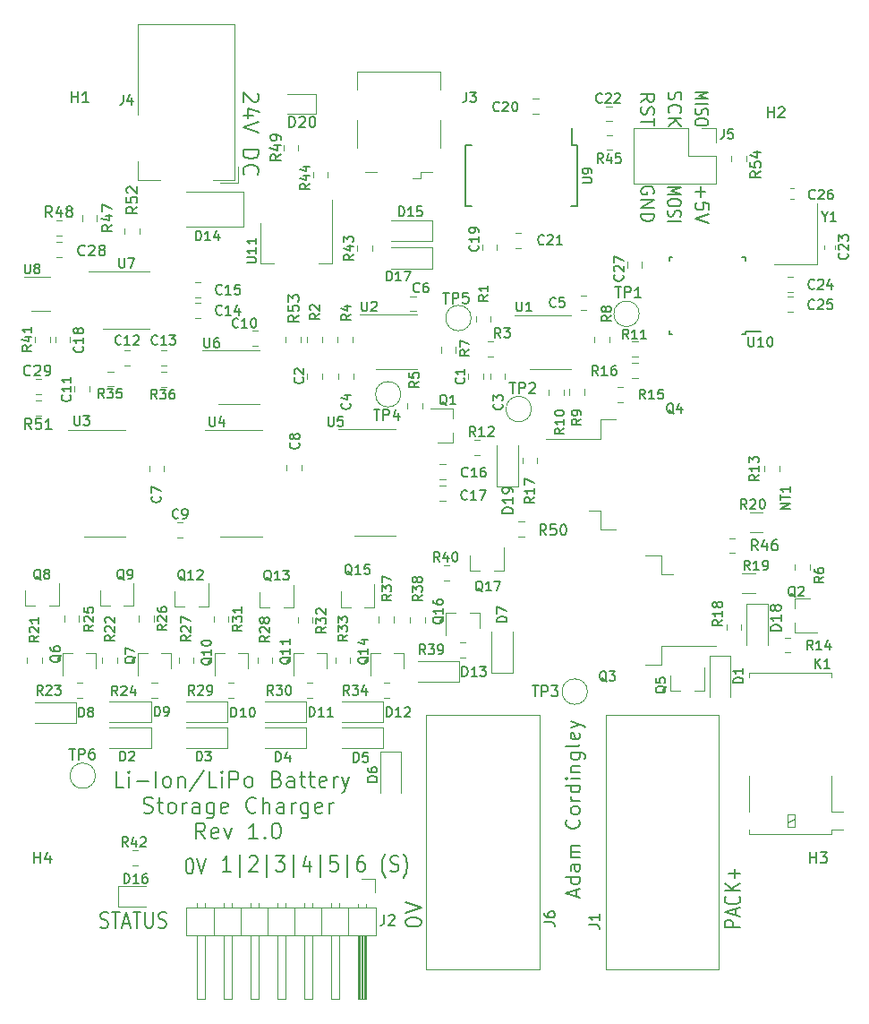
<source format=gto>
%TF.GenerationSoftware,KiCad,Pcbnew,(5.1.2)-2*%
%TF.CreationDate,2020-11-17T15:03:50-05:00*%
%TF.ProjectId,Battery_Storage_Device,42617474-6572-4795-9f53-746f72616765,rev?*%
%TF.SameCoordinates,Original*%
%TF.FileFunction,Legend,Top*%
%TF.FilePolarity,Positive*%
%FSLAX46Y46*%
G04 Gerber Fmt 4.6, Leading zero omitted, Abs format (unit mm)*
G04 Created by KiCad (PCBNEW (5.1.2)-2) date 2020-11-17 15:03:50*
%MOMM*%
%LPD*%
G04 APERTURE LIST*
%ADD10C,0.180000*%
%ADD11C,0.200000*%
%ADD12C,0.120000*%
%ADD13C,0.150000*%
G04 APERTURE END LIST*
D10*
X133775000Y-126610714D02*
X133775000Y-125967857D01*
X134160714Y-126739285D02*
X132810714Y-126289285D01*
X134160714Y-125839285D01*
X134160714Y-124810714D02*
X132810714Y-124810714D01*
X134096428Y-124810714D02*
X134160714Y-124939285D01*
X134160714Y-125196428D01*
X134096428Y-125325000D01*
X134032142Y-125389285D01*
X133903571Y-125453571D01*
X133517857Y-125453571D01*
X133389285Y-125389285D01*
X133325000Y-125325000D01*
X133260714Y-125196428D01*
X133260714Y-124939285D01*
X133325000Y-124810714D01*
X134160714Y-123589285D02*
X133453571Y-123589285D01*
X133325000Y-123653571D01*
X133260714Y-123782142D01*
X133260714Y-124039285D01*
X133325000Y-124167857D01*
X134096428Y-123589285D02*
X134160714Y-123717857D01*
X134160714Y-124039285D01*
X134096428Y-124167857D01*
X133967857Y-124232142D01*
X133839285Y-124232142D01*
X133710714Y-124167857D01*
X133646428Y-124039285D01*
X133646428Y-123717857D01*
X133582142Y-123589285D01*
X134160714Y-122946428D02*
X133260714Y-122946428D01*
X133389285Y-122946428D02*
X133325000Y-122882142D01*
X133260714Y-122753571D01*
X133260714Y-122560714D01*
X133325000Y-122432142D01*
X133453571Y-122367857D01*
X134160714Y-122367857D01*
X133453571Y-122367857D02*
X133325000Y-122303571D01*
X133260714Y-122175000D01*
X133260714Y-121982142D01*
X133325000Y-121853571D01*
X133453571Y-121789285D01*
X134160714Y-121789285D01*
X134032142Y-119346428D02*
X134096428Y-119410714D01*
X134160714Y-119603571D01*
X134160714Y-119732142D01*
X134096428Y-119925000D01*
X133967857Y-120053571D01*
X133839285Y-120117857D01*
X133582142Y-120182142D01*
X133389285Y-120182142D01*
X133132142Y-120117857D01*
X133003571Y-120053571D01*
X132875000Y-119925000D01*
X132810714Y-119732142D01*
X132810714Y-119603571D01*
X132875000Y-119410714D01*
X132939285Y-119346428D01*
X134160714Y-118575000D02*
X134096428Y-118703571D01*
X134032142Y-118767857D01*
X133903571Y-118832142D01*
X133517857Y-118832142D01*
X133389285Y-118767857D01*
X133325000Y-118703571D01*
X133260714Y-118575000D01*
X133260714Y-118382142D01*
X133325000Y-118253571D01*
X133389285Y-118189285D01*
X133517857Y-118125000D01*
X133903571Y-118125000D01*
X134032142Y-118189285D01*
X134096428Y-118253571D01*
X134160714Y-118382142D01*
X134160714Y-118575000D01*
X134160714Y-117546428D02*
X133260714Y-117546428D01*
X133517857Y-117546428D02*
X133389285Y-117482142D01*
X133325000Y-117417857D01*
X133260714Y-117289285D01*
X133260714Y-117160714D01*
X134160714Y-116132142D02*
X132810714Y-116132142D01*
X134096428Y-116132142D02*
X134160714Y-116260714D01*
X134160714Y-116517857D01*
X134096428Y-116646428D01*
X134032142Y-116710714D01*
X133903571Y-116775000D01*
X133517857Y-116775000D01*
X133389285Y-116710714D01*
X133325000Y-116646428D01*
X133260714Y-116517857D01*
X133260714Y-116260714D01*
X133325000Y-116132142D01*
X134160714Y-115489285D02*
X133260714Y-115489285D01*
X132810714Y-115489285D02*
X132875000Y-115553571D01*
X132939285Y-115489285D01*
X132875000Y-115425000D01*
X132810714Y-115489285D01*
X132939285Y-115489285D01*
X133260714Y-114846428D02*
X134160714Y-114846428D01*
X133389285Y-114846428D02*
X133325000Y-114782142D01*
X133260714Y-114653571D01*
X133260714Y-114460714D01*
X133325000Y-114332142D01*
X133453571Y-114267857D01*
X134160714Y-114267857D01*
X133260714Y-113046428D02*
X134353571Y-113046428D01*
X134482142Y-113110714D01*
X134546428Y-113175000D01*
X134610714Y-113303571D01*
X134610714Y-113496428D01*
X134546428Y-113625000D01*
X134096428Y-113046428D02*
X134160714Y-113175000D01*
X134160714Y-113432142D01*
X134096428Y-113560714D01*
X134032142Y-113625000D01*
X133903571Y-113689285D01*
X133517857Y-113689285D01*
X133389285Y-113625000D01*
X133325000Y-113560714D01*
X133260714Y-113432142D01*
X133260714Y-113175000D01*
X133325000Y-113046428D01*
X134160714Y-112210714D02*
X134096428Y-112339285D01*
X133967857Y-112403571D01*
X132810714Y-112403571D01*
X134096428Y-111182142D02*
X134160714Y-111310714D01*
X134160714Y-111567857D01*
X134096428Y-111696428D01*
X133967857Y-111760714D01*
X133453571Y-111760714D01*
X133325000Y-111696428D01*
X133260714Y-111567857D01*
X133260714Y-111310714D01*
X133325000Y-111182142D01*
X133453571Y-111117857D01*
X133582142Y-111117857D01*
X133710714Y-111760714D01*
X133260714Y-110667857D02*
X134160714Y-110346428D01*
X133260714Y-110025000D02*
X134160714Y-110346428D01*
X134482142Y-110475000D01*
X134546428Y-110539285D01*
X134610714Y-110667857D01*
X90978571Y-116298571D02*
X90264285Y-116298571D01*
X90264285Y-114798571D01*
X91478571Y-116298571D02*
X91478571Y-115298571D01*
X91478571Y-114798571D02*
X91407142Y-114870000D01*
X91478571Y-114941428D01*
X91550000Y-114870000D01*
X91478571Y-114798571D01*
X91478571Y-114941428D01*
X92192857Y-115727142D02*
X93335714Y-115727142D01*
X94050000Y-116298571D02*
X94050000Y-114798571D01*
X94978571Y-116298571D02*
X94835714Y-116227142D01*
X94764285Y-116155714D01*
X94692857Y-116012857D01*
X94692857Y-115584285D01*
X94764285Y-115441428D01*
X94835714Y-115370000D01*
X94978571Y-115298571D01*
X95192857Y-115298571D01*
X95335714Y-115370000D01*
X95407142Y-115441428D01*
X95478571Y-115584285D01*
X95478571Y-116012857D01*
X95407142Y-116155714D01*
X95335714Y-116227142D01*
X95192857Y-116298571D01*
X94978571Y-116298571D01*
X96121428Y-115298571D02*
X96121428Y-116298571D01*
X96121428Y-115441428D02*
X96192857Y-115370000D01*
X96335714Y-115298571D01*
X96550000Y-115298571D01*
X96692857Y-115370000D01*
X96764285Y-115512857D01*
X96764285Y-116298571D01*
X98550000Y-114727142D02*
X97264285Y-116655714D01*
X99764285Y-116298571D02*
X99050000Y-116298571D01*
X99050000Y-114798571D01*
X100264285Y-116298571D02*
X100264285Y-115298571D01*
X100264285Y-114798571D02*
X100192857Y-114870000D01*
X100264285Y-114941428D01*
X100335714Y-114870000D01*
X100264285Y-114798571D01*
X100264285Y-114941428D01*
X100978571Y-116298571D02*
X100978571Y-114798571D01*
X101550000Y-114798571D01*
X101692857Y-114870000D01*
X101764285Y-114941428D01*
X101835714Y-115084285D01*
X101835714Y-115298571D01*
X101764285Y-115441428D01*
X101692857Y-115512857D01*
X101550000Y-115584285D01*
X100978571Y-115584285D01*
X102692857Y-116298571D02*
X102550000Y-116227142D01*
X102478571Y-116155714D01*
X102407142Y-116012857D01*
X102407142Y-115584285D01*
X102478571Y-115441428D01*
X102550000Y-115370000D01*
X102692857Y-115298571D01*
X102907142Y-115298571D01*
X103050000Y-115370000D01*
X103121428Y-115441428D01*
X103192857Y-115584285D01*
X103192857Y-116012857D01*
X103121428Y-116155714D01*
X103050000Y-116227142D01*
X102907142Y-116298571D01*
X102692857Y-116298571D01*
X105478571Y-115512857D02*
X105692857Y-115584285D01*
X105764285Y-115655714D01*
X105835714Y-115798571D01*
X105835714Y-116012857D01*
X105764285Y-116155714D01*
X105692857Y-116227142D01*
X105550000Y-116298571D01*
X104978571Y-116298571D01*
X104978571Y-114798571D01*
X105478571Y-114798571D01*
X105621428Y-114870000D01*
X105692857Y-114941428D01*
X105764285Y-115084285D01*
X105764285Y-115227142D01*
X105692857Y-115370000D01*
X105621428Y-115441428D01*
X105478571Y-115512857D01*
X104978571Y-115512857D01*
X107121428Y-116298571D02*
X107121428Y-115512857D01*
X107050000Y-115370000D01*
X106907142Y-115298571D01*
X106621428Y-115298571D01*
X106478571Y-115370000D01*
X107121428Y-116227142D02*
X106978571Y-116298571D01*
X106621428Y-116298571D01*
X106478571Y-116227142D01*
X106407142Y-116084285D01*
X106407142Y-115941428D01*
X106478571Y-115798571D01*
X106621428Y-115727142D01*
X106978571Y-115727142D01*
X107121428Y-115655714D01*
X107621428Y-115298571D02*
X108192857Y-115298571D01*
X107835714Y-114798571D02*
X107835714Y-116084285D01*
X107907142Y-116227142D01*
X108050000Y-116298571D01*
X108192857Y-116298571D01*
X108478571Y-115298571D02*
X109050000Y-115298571D01*
X108692857Y-114798571D02*
X108692857Y-116084285D01*
X108764285Y-116227142D01*
X108907142Y-116298571D01*
X109050000Y-116298571D01*
X110121428Y-116227142D02*
X109978571Y-116298571D01*
X109692857Y-116298571D01*
X109550000Y-116227142D01*
X109478571Y-116084285D01*
X109478571Y-115512857D01*
X109550000Y-115370000D01*
X109692857Y-115298571D01*
X109978571Y-115298571D01*
X110121428Y-115370000D01*
X110192857Y-115512857D01*
X110192857Y-115655714D01*
X109478571Y-115798571D01*
X110835714Y-116298571D02*
X110835714Y-115298571D01*
X110835714Y-115584285D02*
X110907142Y-115441428D01*
X110978571Y-115370000D01*
X111121428Y-115298571D01*
X111264285Y-115298571D01*
X111621428Y-115298571D02*
X111978571Y-116298571D01*
X112335714Y-115298571D02*
X111978571Y-116298571D01*
X111835714Y-116655714D01*
X111764285Y-116727142D01*
X111621428Y-116798571D01*
X92871428Y-118657142D02*
X93085714Y-118728571D01*
X93442857Y-118728571D01*
X93585714Y-118657142D01*
X93657142Y-118585714D01*
X93728571Y-118442857D01*
X93728571Y-118300000D01*
X93657142Y-118157142D01*
X93585714Y-118085714D01*
X93442857Y-118014285D01*
X93157142Y-117942857D01*
X93014285Y-117871428D01*
X92942857Y-117800000D01*
X92871428Y-117657142D01*
X92871428Y-117514285D01*
X92942857Y-117371428D01*
X93014285Y-117300000D01*
X93157142Y-117228571D01*
X93514285Y-117228571D01*
X93728571Y-117300000D01*
X94157142Y-117728571D02*
X94728571Y-117728571D01*
X94371428Y-117228571D02*
X94371428Y-118514285D01*
X94442857Y-118657142D01*
X94585714Y-118728571D01*
X94728571Y-118728571D01*
X95442857Y-118728571D02*
X95300000Y-118657142D01*
X95228571Y-118585714D01*
X95157142Y-118442857D01*
X95157142Y-118014285D01*
X95228571Y-117871428D01*
X95300000Y-117800000D01*
X95442857Y-117728571D01*
X95657142Y-117728571D01*
X95800000Y-117800000D01*
X95871428Y-117871428D01*
X95942857Y-118014285D01*
X95942857Y-118442857D01*
X95871428Y-118585714D01*
X95800000Y-118657142D01*
X95657142Y-118728571D01*
X95442857Y-118728571D01*
X96585714Y-118728571D02*
X96585714Y-117728571D01*
X96585714Y-118014285D02*
X96657142Y-117871428D01*
X96728571Y-117800000D01*
X96871428Y-117728571D01*
X97014285Y-117728571D01*
X98157142Y-118728571D02*
X98157142Y-117942857D01*
X98085714Y-117800000D01*
X97942857Y-117728571D01*
X97657142Y-117728571D01*
X97514285Y-117800000D01*
X98157142Y-118657142D02*
X98014285Y-118728571D01*
X97657142Y-118728571D01*
X97514285Y-118657142D01*
X97442857Y-118514285D01*
X97442857Y-118371428D01*
X97514285Y-118228571D01*
X97657142Y-118157142D01*
X98014285Y-118157142D01*
X98157142Y-118085714D01*
X99514285Y-117728571D02*
X99514285Y-118942857D01*
X99442857Y-119085714D01*
X99371428Y-119157142D01*
X99228571Y-119228571D01*
X99014285Y-119228571D01*
X98871428Y-119157142D01*
X99514285Y-118657142D02*
X99371428Y-118728571D01*
X99085714Y-118728571D01*
X98942857Y-118657142D01*
X98871428Y-118585714D01*
X98800000Y-118442857D01*
X98800000Y-118014285D01*
X98871428Y-117871428D01*
X98942857Y-117800000D01*
X99085714Y-117728571D01*
X99371428Y-117728571D01*
X99514285Y-117800000D01*
X100800000Y-118657142D02*
X100657142Y-118728571D01*
X100371428Y-118728571D01*
X100228571Y-118657142D01*
X100157142Y-118514285D01*
X100157142Y-117942857D01*
X100228571Y-117800000D01*
X100371428Y-117728571D01*
X100657142Y-117728571D01*
X100800000Y-117800000D01*
X100871428Y-117942857D01*
X100871428Y-118085714D01*
X100157142Y-118228571D01*
X103514285Y-118585714D02*
X103442857Y-118657142D01*
X103228571Y-118728571D01*
X103085714Y-118728571D01*
X102871428Y-118657142D01*
X102728571Y-118514285D01*
X102657142Y-118371428D01*
X102585714Y-118085714D01*
X102585714Y-117871428D01*
X102657142Y-117585714D01*
X102728571Y-117442857D01*
X102871428Y-117300000D01*
X103085714Y-117228571D01*
X103228571Y-117228571D01*
X103442857Y-117300000D01*
X103514285Y-117371428D01*
X104157142Y-118728571D02*
X104157142Y-117228571D01*
X104800000Y-118728571D02*
X104800000Y-117942857D01*
X104728571Y-117800000D01*
X104585714Y-117728571D01*
X104371428Y-117728571D01*
X104228571Y-117800000D01*
X104157142Y-117871428D01*
X106157142Y-118728571D02*
X106157142Y-117942857D01*
X106085714Y-117800000D01*
X105942857Y-117728571D01*
X105657142Y-117728571D01*
X105514285Y-117800000D01*
X106157142Y-118657142D02*
X106014285Y-118728571D01*
X105657142Y-118728571D01*
X105514285Y-118657142D01*
X105442857Y-118514285D01*
X105442857Y-118371428D01*
X105514285Y-118228571D01*
X105657142Y-118157142D01*
X106014285Y-118157142D01*
X106157142Y-118085714D01*
X106871428Y-118728571D02*
X106871428Y-117728571D01*
X106871428Y-118014285D02*
X106942857Y-117871428D01*
X107014285Y-117800000D01*
X107157142Y-117728571D01*
X107300000Y-117728571D01*
X108442857Y-117728571D02*
X108442857Y-118942857D01*
X108371428Y-119085714D01*
X108300000Y-119157142D01*
X108157142Y-119228571D01*
X107942857Y-119228571D01*
X107800000Y-119157142D01*
X108442857Y-118657142D02*
X108300000Y-118728571D01*
X108014285Y-118728571D01*
X107871428Y-118657142D01*
X107800000Y-118585714D01*
X107728571Y-118442857D01*
X107728571Y-118014285D01*
X107800000Y-117871428D01*
X107871428Y-117800000D01*
X108014285Y-117728571D01*
X108300000Y-117728571D01*
X108442857Y-117800000D01*
X109728571Y-118657142D02*
X109585714Y-118728571D01*
X109300000Y-118728571D01*
X109157142Y-118657142D01*
X109085714Y-118514285D01*
X109085714Y-117942857D01*
X109157142Y-117800000D01*
X109300000Y-117728571D01*
X109585714Y-117728571D01*
X109728571Y-117800000D01*
X109800000Y-117942857D01*
X109800000Y-118085714D01*
X109085714Y-118228571D01*
X110442857Y-118728571D02*
X110442857Y-117728571D01*
X110442857Y-118014285D02*
X110514285Y-117871428D01*
X110585714Y-117800000D01*
X110728571Y-117728571D01*
X110871428Y-117728571D01*
X98692857Y-121158571D02*
X98192857Y-120444285D01*
X97835714Y-121158571D02*
X97835714Y-119658571D01*
X98407142Y-119658571D01*
X98550000Y-119730000D01*
X98621428Y-119801428D01*
X98692857Y-119944285D01*
X98692857Y-120158571D01*
X98621428Y-120301428D01*
X98550000Y-120372857D01*
X98407142Y-120444285D01*
X97835714Y-120444285D01*
X99907142Y-121087142D02*
X99764285Y-121158571D01*
X99478571Y-121158571D01*
X99335714Y-121087142D01*
X99264285Y-120944285D01*
X99264285Y-120372857D01*
X99335714Y-120230000D01*
X99478571Y-120158571D01*
X99764285Y-120158571D01*
X99907142Y-120230000D01*
X99978571Y-120372857D01*
X99978571Y-120515714D01*
X99264285Y-120658571D01*
X100478571Y-120158571D02*
X100835714Y-121158571D01*
X101192857Y-120158571D01*
X103692857Y-121158571D02*
X102835714Y-121158571D01*
X103264285Y-121158571D02*
X103264285Y-119658571D01*
X103121428Y-119872857D01*
X102978571Y-120015714D01*
X102835714Y-120087142D01*
X104335714Y-121015714D02*
X104407142Y-121087142D01*
X104335714Y-121158571D01*
X104264285Y-121087142D01*
X104335714Y-121015714D01*
X104335714Y-121158571D01*
X105335714Y-119658571D02*
X105478571Y-119658571D01*
X105621428Y-119730000D01*
X105692857Y-119801428D01*
X105764285Y-119944285D01*
X105835714Y-120230000D01*
X105835714Y-120587142D01*
X105764285Y-120872857D01*
X105692857Y-121015714D01*
X105621428Y-121087142D01*
X105478571Y-121158571D01*
X105335714Y-121158571D01*
X105192857Y-121087142D01*
X105121428Y-121015714D01*
X105050000Y-120872857D01*
X104978571Y-120587142D01*
X104978571Y-120230000D01*
X105050000Y-119944285D01*
X105121428Y-119801428D01*
X105192857Y-119730000D01*
X105335714Y-119658571D01*
D11*
X103628571Y-50692857D02*
X103700000Y-50764285D01*
X103771428Y-50907142D01*
X103771428Y-51264285D01*
X103700000Y-51407142D01*
X103628571Y-51478571D01*
X103485714Y-51550000D01*
X103342857Y-51550000D01*
X103128571Y-51478571D01*
X102271428Y-50621428D01*
X102271428Y-51550000D01*
X103271428Y-52835714D02*
X102271428Y-52835714D01*
X103842857Y-52478571D02*
X102771428Y-52121428D01*
X102771428Y-53050000D01*
X103771428Y-53407142D02*
X102271428Y-53907142D01*
X103771428Y-54407142D01*
X102271428Y-56050000D02*
X103771428Y-56050000D01*
X103771428Y-56407142D01*
X103700000Y-56621428D01*
X103557142Y-56764285D01*
X103414285Y-56835714D01*
X103128571Y-56907142D01*
X102914285Y-56907142D01*
X102628571Y-56835714D01*
X102485714Y-56764285D01*
X102342857Y-56621428D01*
X102271428Y-56407142D01*
X102271428Y-56050000D01*
X102414285Y-58407142D02*
X102342857Y-58335714D01*
X102271428Y-58121428D01*
X102271428Y-57978571D01*
X102342857Y-57764285D01*
X102485714Y-57621428D01*
X102628571Y-57550000D01*
X102914285Y-57478571D01*
X103128571Y-57478571D01*
X103414285Y-57550000D01*
X103557142Y-57621428D01*
X103700000Y-57764285D01*
X103771428Y-57978571D01*
X103771428Y-58121428D01*
X103700000Y-58335714D01*
X103628571Y-58407142D01*
D10*
X141125000Y-60197619D02*
X141184523Y-60078571D01*
X141184523Y-59900000D01*
X141125000Y-59721428D01*
X141005952Y-59602380D01*
X140886904Y-59542857D01*
X140648809Y-59483333D01*
X140470238Y-59483333D01*
X140232142Y-59542857D01*
X140113095Y-59602380D01*
X139994047Y-59721428D01*
X139934523Y-59900000D01*
X139934523Y-60019047D01*
X139994047Y-60197619D01*
X140053571Y-60257142D01*
X140470238Y-60257142D01*
X140470238Y-60019047D01*
X139934523Y-60792857D02*
X141184523Y-60792857D01*
X139934523Y-61507142D01*
X141184523Y-61507142D01*
X139934523Y-62102380D02*
X141184523Y-62102380D01*
X141184523Y-62400000D01*
X141125000Y-62578571D01*
X141005952Y-62697619D01*
X140886904Y-62757142D01*
X140648809Y-62816666D01*
X140470238Y-62816666D01*
X140232142Y-62757142D01*
X140113095Y-62697619D01*
X139994047Y-62578571D01*
X139934523Y-62400000D01*
X139934523Y-62102380D01*
X142434523Y-59628571D02*
X143684523Y-59628571D01*
X142791666Y-59961904D01*
X143684523Y-60295238D01*
X142434523Y-60295238D01*
X143684523Y-60961904D02*
X143684523Y-61152380D01*
X143625000Y-61247619D01*
X143505952Y-61342857D01*
X143267857Y-61390476D01*
X142851190Y-61390476D01*
X142613095Y-61342857D01*
X142494047Y-61247619D01*
X142434523Y-61152380D01*
X142434523Y-60961904D01*
X142494047Y-60866666D01*
X142613095Y-60771428D01*
X142851190Y-60723809D01*
X143267857Y-60723809D01*
X143505952Y-60771428D01*
X143625000Y-60866666D01*
X143684523Y-60961904D01*
X142494047Y-61771428D02*
X142434523Y-61914285D01*
X142434523Y-62152380D01*
X142494047Y-62247619D01*
X142553571Y-62295238D01*
X142672619Y-62342857D01*
X142791666Y-62342857D01*
X142910714Y-62295238D01*
X142970238Y-62247619D01*
X143029761Y-62152380D01*
X143089285Y-61961904D01*
X143148809Y-61866666D01*
X143208333Y-61819047D01*
X143327380Y-61771428D01*
X143446428Y-61771428D01*
X143565476Y-61819047D01*
X143625000Y-61866666D01*
X143684523Y-61961904D01*
X143684523Y-62200000D01*
X143625000Y-62342857D01*
X142434523Y-62771428D02*
X143684523Y-62771428D01*
X145560714Y-59542857D02*
X145560714Y-60495238D01*
X145084523Y-60019047D02*
X146036904Y-60019047D01*
X146334523Y-61685714D02*
X146334523Y-61090476D01*
X145739285Y-61030952D01*
X145798809Y-61090476D01*
X145858333Y-61209523D01*
X145858333Y-61507142D01*
X145798809Y-61626190D01*
X145739285Y-61685714D01*
X145620238Y-61745238D01*
X145322619Y-61745238D01*
X145203571Y-61685714D01*
X145144047Y-61626190D01*
X145084523Y-61507142D01*
X145084523Y-61209523D01*
X145144047Y-61090476D01*
X145203571Y-61030952D01*
X146334523Y-62102380D02*
X145084523Y-62519047D01*
X146334523Y-62935714D01*
X145034523Y-50578571D02*
X146284523Y-50578571D01*
X145391666Y-50911904D01*
X146284523Y-51245238D01*
X145034523Y-51245238D01*
X145034523Y-51721428D02*
X146284523Y-51721428D01*
X145094047Y-52150000D02*
X145034523Y-52292857D01*
X145034523Y-52530952D01*
X145094047Y-52626190D01*
X145153571Y-52673809D01*
X145272619Y-52721428D01*
X145391666Y-52721428D01*
X145510714Y-52673809D01*
X145570238Y-52626190D01*
X145629761Y-52530952D01*
X145689285Y-52340476D01*
X145748809Y-52245238D01*
X145808333Y-52197619D01*
X145927380Y-52150000D01*
X146046428Y-52150000D01*
X146165476Y-52197619D01*
X146225000Y-52245238D01*
X146284523Y-52340476D01*
X146284523Y-52578571D01*
X146225000Y-52721428D01*
X146284523Y-53340476D02*
X146284523Y-53530952D01*
X146225000Y-53626190D01*
X146105952Y-53721428D01*
X145867857Y-53769047D01*
X145451190Y-53769047D01*
X145213095Y-53721428D01*
X145094047Y-53626190D01*
X145034523Y-53530952D01*
X145034523Y-53340476D01*
X145094047Y-53245238D01*
X145213095Y-53150000D01*
X145451190Y-53102380D01*
X145867857Y-53102380D01*
X146105952Y-53150000D01*
X146225000Y-53245238D01*
X146284523Y-53340476D01*
X142544047Y-50592857D02*
X142484523Y-50771428D01*
X142484523Y-51069047D01*
X142544047Y-51188095D01*
X142603571Y-51247619D01*
X142722619Y-51307142D01*
X142841666Y-51307142D01*
X142960714Y-51247619D01*
X143020238Y-51188095D01*
X143079761Y-51069047D01*
X143139285Y-50830952D01*
X143198809Y-50711904D01*
X143258333Y-50652380D01*
X143377380Y-50592857D01*
X143496428Y-50592857D01*
X143615476Y-50652380D01*
X143675000Y-50711904D01*
X143734523Y-50830952D01*
X143734523Y-51128571D01*
X143675000Y-51307142D01*
X142603571Y-52557142D02*
X142544047Y-52497619D01*
X142484523Y-52319047D01*
X142484523Y-52200000D01*
X142544047Y-52021428D01*
X142663095Y-51902380D01*
X142782142Y-51842857D01*
X143020238Y-51783333D01*
X143198809Y-51783333D01*
X143436904Y-51842857D01*
X143555952Y-51902380D01*
X143675000Y-52021428D01*
X143734523Y-52200000D01*
X143734523Y-52319047D01*
X143675000Y-52497619D01*
X143615476Y-52557142D01*
X142484523Y-53092857D02*
X143734523Y-53092857D01*
X142484523Y-53807142D02*
X143198809Y-53271428D01*
X143734523Y-53807142D02*
X143020238Y-53092857D01*
X139934523Y-51515476D02*
X140529761Y-51098809D01*
X139934523Y-50801190D02*
X141184523Y-50801190D01*
X141184523Y-51277380D01*
X141125000Y-51396428D01*
X141065476Y-51455952D01*
X140946428Y-51515476D01*
X140767857Y-51515476D01*
X140648809Y-51455952D01*
X140589285Y-51396428D01*
X140529761Y-51277380D01*
X140529761Y-50801190D01*
X139994047Y-51991666D02*
X139934523Y-52170238D01*
X139934523Y-52467857D01*
X139994047Y-52586904D01*
X140053571Y-52646428D01*
X140172619Y-52705952D01*
X140291666Y-52705952D01*
X140410714Y-52646428D01*
X140470238Y-52586904D01*
X140529761Y-52467857D01*
X140589285Y-52229761D01*
X140648809Y-52110714D01*
X140708333Y-52051190D01*
X140827380Y-51991666D01*
X140946428Y-51991666D01*
X141065476Y-52051190D01*
X141125000Y-52110714D01*
X141184523Y-52229761D01*
X141184523Y-52527380D01*
X141125000Y-52705952D01*
X141184523Y-53063095D02*
X141184523Y-53777380D01*
X139934523Y-53420238D02*
X141184523Y-53420238D01*
X88804761Y-129507142D02*
X88983333Y-129578571D01*
X89280952Y-129578571D01*
X89400000Y-129507142D01*
X89459523Y-129435714D01*
X89519047Y-129292857D01*
X89519047Y-129150000D01*
X89459523Y-129007142D01*
X89400000Y-128935714D01*
X89280952Y-128864285D01*
X89042857Y-128792857D01*
X88923809Y-128721428D01*
X88864285Y-128650000D01*
X88804761Y-128507142D01*
X88804761Y-128364285D01*
X88864285Y-128221428D01*
X88923809Y-128150000D01*
X89042857Y-128078571D01*
X89340476Y-128078571D01*
X89519047Y-128150000D01*
X89876190Y-128078571D02*
X90590476Y-128078571D01*
X90233333Y-129578571D02*
X90233333Y-128078571D01*
X90947619Y-129150000D02*
X91542857Y-129150000D01*
X90828571Y-129578571D02*
X91245238Y-128078571D01*
X91661904Y-129578571D01*
X91900000Y-128078571D02*
X92614285Y-128078571D01*
X92257142Y-129578571D02*
X92257142Y-128078571D01*
X93030952Y-128078571D02*
X93030952Y-129292857D01*
X93090476Y-129435714D01*
X93150000Y-129507142D01*
X93269047Y-129578571D01*
X93507142Y-129578571D01*
X93626190Y-129507142D01*
X93685714Y-129435714D01*
X93745238Y-129292857D01*
X93745238Y-128078571D01*
X94280952Y-129507142D02*
X94459523Y-129578571D01*
X94757142Y-129578571D01*
X94876190Y-129507142D01*
X94935714Y-129435714D01*
X94995238Y-129292857D01*
X94995238Y-129150000D01*
X94935714Y-129007142D01*
X94876190Y-128935714D01*
X94757142Y-128864285D01*
X94519047Y-128792857D01*
X94400000Y-128721428D01*
X94340476Y-128650000D01*
X94280952Y-128507142D01*
X94280952Y-128364285D01*
X94340476Y-128221428D01*
X94400000Y-128150000D01*
X94519047Y-128078571D01*
X94816666Y-128078571D01*
X94995238Y-128150000D01*
X149328571Y-129521428D02*
X147828571Y-129521428D01*
X147828571Y-129064285D01*
X147900000Y-128950000D01*
X147971428Y-128892857D01*
X148114285Y-128835714D01*
X148328571Y-128835714D01*
X148471428Y-128892857D01*
X148542857Y-128950000D01*
X148614285Y-129064285D01*
X148614285Y-129521428D01*
X148900000Y-128378571D02*
X148900000Y-127807142D01*
X149328571Y-128492857D02*
X147828571Y-128092857D01*
X149328571Y-127692857D01*
X149185714Y-126607142D02*
X149257142Y-126664285D01*
X149328571Y-126835714D01*
X149328571Y-126950000D01*
X149257142Y-127121428D01*
X149114285Y-127235714D01*
X148971428Y-127292857D01*
X148685714Y-127350000D01*
X148471428Y-127350000D01*
X148185714Y-127292857D01*
X148042857Y-127235714D01*
X147900000Y-127121428D01*
X147828571Y-126950000D01*
X147828571Y-126835714D01*
X147900000Y-126664285D01*
X147971428Y-126607142D01*
X149328571Y-126092857D02*
X147828571Y-126092857D01*
X149328571Y-125407142D02*
X148471428Y-125921428D01*
X147828571Y-125407142D02*
X148685714Y-126092857D01*
X148757142Y-124892857D02*
X148757142Y-123978571D01*
X149328571Y-124435714D02*
X148185714Y-124435714D01*
X117628571Y-129114285D02*
X117628571Y-128971428D01*
X117700000Y-128828571D01*
X117771428Y-128757142D01*
X117914285Y-128685714D01*
X118200000Y-128614285D01*
X118557142Y-128614285D01*
X118842857Y-128685714D01*
X118985714Y-128757142D01*
X119057142Y-128828571D01*
X119128571Y-128971428D01*
X119128571Y-129114285D01*
X119057142Y-129257142D01*
X118985714Y-129328571D01*
X118842857Y-129400000D01*
X118557142Y-129471428D01*
X118200000Y-129471428D01*
X117914285Y-129400000D01*
X117771428Y-129328571D01*
X117700000Y-129257142D01*
X117628571Y-129114285D01*
X117628571Y-128185714D02*
X119128571Y-127685714D01*
X117628571Y-127185714D01*
X101090000Y-124278571D02*
X100327142Y-124278571D01*
X100708571Y-124278571D02*
X100708571Y-122778571D01*
X100581428Y-122992857D01*
X100454285Y-123135714D01*
X100327142Y-123207142D01*
X101980000Y-124778571D02*
X101980000Y-122635714D01*
X102870000Y-122921428D02*
X102933571Y-122850000D01*
X103060714Y-122778571D01*
X103378571Y-122778571D01*
X103505714Y-122850000D01*
X103569285Y-122921428D01*
X103632857Y-123064285D01*
X103632857Y-123207142D01*
X103569285Y-123421428D01*
X102806428Y-124278571D01*
X103632857Y-124278571D01*
X104522857Y-124778571D02*
X104522857Y-122635714D01*
X105349285Y-122778571D02*
X106175714Y-122778571D01*
X105730714Y-123350000D01*
X105921428Y-123350000D01*
X106048571Y-123421428D01*
X106112142Y-123492857D01*
X106175714Y-123635714D01*
X106175714Y-123992857D01*
X106112142Y-124135714D01*
X106048571Y-124207142D01*
X105921428Y-124278571D01*
X105540000Y-124278571D01*
X105412857Y-124207142D01*
X105349285Y-124135714D01*
X107065714Y-124778571D02*
X107065714Y-122635714D01*
X108591428Y-123278571D02*
X108591428Y-124278571D01*
X108273571Y-122707142D02*
X107955714Y-123778571D01*
X108782142Y-123778571D01*
X109608571Y-124778571D02*
X109608571Y-122635714D01*
X111197857Y-122778571D02*
X110562142Y-122778571D01*
X110498571Y-123492857D01*
X110562142Y-123421428D01*
X110689285Y-123350000D01*
X111007142Y-123350000D01*
X111134285Y-123421428D01*
X111197857Y-123492857D01*
X111261428Y-123635714D01*
X111261428Y-123992857D01*
X111197857Y-124135714D01*
X111134285Y-124207142D01*
X111007142Y-124278571D01*
X110689285Y-124278571D01*
X110562142Y-124207142D01*
X110498571Y-124135714D01*
X112151428Y-124778571D02*
X112151428Y-122635714D01*
X113677142Y-122778571D02*
X113422857Y-122778571D01*
X113295714Y-122850000D01*
X113232142Y-122921428D01*
X113105000Y-123135714D01*
X113041428Y-123421428D01*
X113041428Y-123992857D01*
X113105000Y-124135714D01*
X113168571Y-124207142D01*
X113295714Y-124278571D01*
X113550000Y-124278571D01*
X113677142Y-124207142D01*
X113740714Y-124135714D01*
X113804285Y-123992857D01*
X113804285Y-123635714D01*
X113740714Y-123492857D01*
X113677142Y-123421428D01*
X113550000Y-123350000D01*
X113295714Y-123350000D01*
X113168571Y-123421428D01*
X113105000Y-123492857D01*
X113041428Y-123635714D01*
X115775000Y-124850000D02*
X115711428Y-124778571D01*
X115584285Y-124564285D01*
X115520714Y-124421428D01*
X115457142Y-124207142D01*
X115393571Y-123850000D01*
X115393571Y-123564285D01*
X115457142Y-123207142D01*
X115520714Y-122992857D01*
X115584285Y-122850000D01*
X115711428Y-122635714D01*
X115775000Y-122564285D01*
X116220000Y-124207142D02*
X116410714Y-124278571D01*
X116728571Y-124278571D01*
X116855714Y-124207142D01*
X116919285Y-124135714D01*
X116982857Y-123992857D01*
X116982857Y-123850000D01*
X116919285Y-123707142D01*
X116855714Y-123635714D01*
X116728571Y-123564285D01*
X116474285Y-123492857D01*
X116347142Y-123421428D01*
X116283571Y-123350000D01*
X116220000Y-123207142D01*
X116220000Y-123064285D01*
X116283571Y-122921428D01*
X116347142Y-122850000D01*
X116474285Y-122778571D01*
X116792142Y-122778571D01*
X116982857Y-122850000D01*
X117427857Y-124850000D02*
X117491428Y-124778571D01*
X117618571Y-124564285D01*
X117682142Y-124421428D01*
X117745714Y-124207142D01*
X117809285Y-123850000D01*
X117809285Y-123564285D01*
X117745714Y-123207142D01*
X117682142Y-122992857D01*
X117618571Y-122850000D01*
X117491428Y-122635714D01*
X117427857Y-122564285D01*
X97154761Y-122978571D02*
X97273809Y-122978571D01*
X97392857Y-123050000D01*
X97452380Y-123121428D01*
X97511904Y-123264285D01*
X97571428Y-123550000D01*
X97571428Y-123907142D01*
X97511904Y-124192857D01*
X97452380Y-124335714D01*
X97392857Y-124407142D01*
X97273809Y-124478571D01*
X97154761Y-124478571D01*
X97035714Y-124407142D01*
X96976190Y-124335714D01*
X96916666Y-124192857D01*
X96857142Y-123907142D01*
X96857142Y-123550000D01*
X96916666Y-123264285D01*
X96976190Y-123121428D01*
X97035714Y-123050000D01*
X97154761Y-122978571D01*
X97928571Y-122978571D02*
X98345238Y-124478571D01*
X98761904Y-122978571D01*
D12*
%TO.C,R54*%
X148490000Y-56641422D02*
X148490000Y-57158578D01*
X149910000Y-56641422D02*
X149910000Y-57158578D01*
%TO.C,R53*%
X107710000Y-74258578D02*
X107710000Y-73741422D01*
X106290000Y-74258578D02*
X106290000Y-73741422D01*
%TO.C,R52*%
X91040000Y-63491422D02*
X91040000Y-64008578D01*
X92460000Y-63491422D02*
X92460000Y-64008578D01*
%TO.C,TP6*%
X88300000Y-115200000D02*
G75*
G03X88300000Y-115200000I-1200000J0D01*
G01*
%TO.C,TP5*%
X123850000Y-71950000D02*
G75*
G03X123850000Y-71950000I-1200000J0D01*
G01*
%TO.C,TP4*%
X117200000Y-79150000D02*
G75*
G03X117200000Y-79150000I-1200000J0D01*
G01*
%TO.C,TP3*%
X134850000Y-107250000D02*
G75*
G03X134850000Y-107250000I-1200000J0D01*
G01*
%TO.C,TP2*%
X129550000Y-80550000D02*
G75*
G03X129550000Y-80550000I-1200000J0D01*
G01*
%TO.C,TP1*%
X139750000Y-71550000D02*
G75*
G03X139750000Y-71550000I-1200000J0D01*
G01*
%TO.C,R51*%
X82691422Y-81160000D02*
X83208578Y-81160000D01*
X82691422Y-79740000D02*
X83208578Y-79740000D01*
%TO.C,R50*%
X128341422Y-92610000D02*
X128858578Y-92610000D01*
X128341422Y-91190000D02*
X128858578Y-91190000D01*
%TO.C,C29*%
X83208578Y-77740000D02*
X82691422Y-77740000D01*
X83208578Y-79160000D02*
X82691422Y-79160000D01*
%TO.C,J6*%
X130300000Y-109475000D02*
X119600000Y-109475000D01*
X130300000Y-133475000D02*
X130300000Y-109475000D01*
X119600000Y-133475000D02*
X130300000Y-133475000D01*
X119600000Y-109475000D02*
X119600000Y-133475000D01*
%TO.C,J1*%
X147300000Y-109475000D02*
X136600000Y-109475000D01*
X147300000Y-133475000D02*
X147300000Y-109475000D01*
X136600000Y-133475000D02*
X147300000Y-133475000D01*
X136600000Y-109475000D02*
X136600000Y-133475000D01*
%TO.C,J2*%
X114770000Y-124930000D02*
X114770000Y-126200000D01*
X113500000Y-124930000D02*
X114770000Y-124930000D01*
X97880000Y-127242929D02*
X97880000Y-127640000D01*
X98640000Y-127242929D02*
X98640000Y-127640000D01*
X97880000Y-136300000D02*
X97880000Y-130300000D01*
X98640000Y-136300000D02*
X97880000Y-136300000D01*
X98640000Y-130300000D02*
X98640000Y-136300000D01*
X99530000Y-127640000D02*
X99530000Y-130300000D01*
X100420000Y-127242929D02*
X100420000Y-127640000D01*
X101180000Y-127242929D02*
X101180000Y-127640000D01*
X100420000Y-136300000D02*
X100420000Y-130300000D01*
X101180000Y-136300000D02*
X100420000Y-136300000D01*
X101180000Y-130300000D02*
X101180000Y-136300000D01*
X102070000Y-127640000D02*
X102070000Y-130300000D01*
X102960000Y-127242929D02*
X102960000Y-127640000D01*
X103720000Y-127242929D02*
X103720000Y-127640000D01*
X102960000Y-136300000D02*
X102960000Y-130300000D01*
X103720000Y-136300000D02*
X102960000Y-136300000D01*
X103720000Y-130300000D02*
X103720000Y-136300000D01*
X104610000Y-127640000D02*
X104610000Y-130300000D01*
X105500000Y-127242929D02*
X105500000Y-127640000D01*
X106260000Y-127242929D02*
X106260000Y-127640000D01*
X105500000Y-136300000D02*
X105500000Y-130300000D01*
X106260000Y-136300000D02*
X105500000Y-136300000D01*
X106260000Y-130300000D02*
X106260000Y-136300000D01*
X107150000Y-127640000D02*
X107150000Y-130300000D01*
X108040000Y-127242929D02*
X108040000Y-127640000D01*
X108800000Y-127242929D02*
X108800000Y-127640000D01*
X108040000Y-136300000D02*
X108040000Y-130300000D01*
X108800000Y-136300000D02*
X108040000Y-136300000D01*
X108800000Y-130300000D02*
X108800000Y-136300000D01*
X109690000Y-127640000D02*
X109690000Y-130300000D01*
X110580000Y-127242929D02*
X110580000Y-127640000D01*
X111340000Y-127242929D02*
X111340000Y-127640000D01*
X110580000Y-136300000D02*
X110580000Y-130300000D01*
X111340000Y-136300000D02*
X110580000Y-136300000D01*
X111340000Y-130300000D02*
X111340000Y-136300000D01*
X112230000Y-127640000D02*
X112230000Y-130300000D01*
X113120000Y-127310000D02*
X113120000Y-127640000D01*
X113880000Y-127310000D02*
X113880000Y-127640000D01*
X113220000Y-130300000D02*
X113220000Y-136300000D01*
X113340000Y-130300000D02*
X113340000Y-136300000D01*
X113460000Y-130300000D02*
X113460000Y-136300000D01*
X113580000Y-130300000D02*
X113580000Y-136300000D01*
X113700000Y-130300000D02*
X113700000Y-136300000D01*
X113820000Y-130300000D02*
X113820000Y-136300000D01*
X113120000Y-136300000D02*
X113120000Y-130300000D01*
X113880000Y-136300000D02*
X113120000Y-136300000D01*
X113880000Y-130300000D02*
X113880000Y-136300000D01*
X114830000Y-130300000D02*
X114830000Y-127640000D01*
X96930000Y-130300000D02*
X114830000Y-130300000D01*
X96930000Y-127640000D02*
X96930000Y-130300000D01*
X114830000Y-127640000D02*
X96930000Y-127640000D01*
%TO.C,R49*%
X106090000Y-55591422D02*
X106090000Y-56108578D01*
X107510000Y-55591422D02*
X107510000Y-56108578D01*
%TO.C,D20*%
X109185000Y-50740000D02*
X106500000Y-50740000D01*
X109185000Y-52660000D02*
X109185000Y-50740000D01*
X106500000Y-52660000D02*
X109185000Y-52660000D01*
%TO.C,D19*%
X126300000Y-87850000D02*
X126300000Y-83950000D01*
X128300000Y-87850000D02*
X128300000Y-83950000D01*
X126300000Y-87850000D02*
X128300000Y-87850000D01*
%TO.C,D18*%
X151900000Y-98950000D02*
X151900000Y-102850000D01*
X149900000Y-98950000D02*
X149900000Y-102850000D01*
X151900000Y-98950000D02*
X149900000Y-98950000D01*
%TO.C,R48*%
X84603922Y-62740000D02*
X85121078Y-62740000D01*
X84603922Y-64160000D02*
X85121078Y-64160000D01*
%TO.C,R47*%
X87040000Y-62771078D02*
X87040000Y-62253922D01*
X88460000Y-62771078D02*
X88460000Y-62253922D01*
%TO.C,C28*%
X85121078Y-66160000D02*
X84603922Y-66160000D01*
X85121078Y-64740000D02*
X84603922Y-64740000D01*
%TO.C,R46*%
X148808578Y-92740000D02*
X148291422Y-92740000D01*
X148808578Y-94160000D02*
X148291422Y-94160000D01*
%TO.C,D14*%
X102300000Y-63350000D02*
X96900000Y-63350000D01*
X102300000Y-60050000D02*
X96900000Y-60050000D01*
X102300000Y-63350000D02*
X102300000Y-60050000D01*
%TO.C,U11*%
X110710000Y-60750000D02*
X110710000Y-66760000D01*
X103890000Y-63000000D02*
X103890000Y-66760000D01*
X110710000Y-66760000D02*
X109450000Y-66760000D01*
X103890000Y-66760000D02*
X105150000Y-66760000D01*
%TO.C,R45*%
X137171078Y-54640000D02*
X136653922Y-54640000D01*
X137171078Y-56060000D02*
X136653922Y-56060000D01*
%TO.C,R44*%
X108890000Y-58141422D02*
X108890000Y-58658578D01*
X110310000Y-58141422D02*
X110310000Y-58658578D01*
%TO.C,R43*%
X113090000Y-65103922D02*
X113090000Y-65621078D01*
X114510000Y-65103922D02*
X114510000Y-65621078D01*
%TO.C,J5*%
X146980000Y-54020000D02*
X146980000Y-55350000D01*
X145650000Y-54020000D02*
X146980000Y-54020000D01*
X146980000Y-56620000D02*
X146980000Y-59220000D01*
X144380000Y-56620000D02*
X146980000Y-56620000D01*
X144380000Y-54020000D02*
X144380000Y-56620000D01*
X146980000Y-59220000D02*
X139240000Y-59220000D01*
X144380000Y-54020000D02*
X139240000Y-54020000D01*
X139240000Y-54020000D02*
X139240000Y-59220000D01*
%TO.C,J4*%
X101500000Y-58900000D02*
X99400000Y-58900000D01*
X101800000Y-59200000D02*
X101800000Y-57600000D01*
X100100000Y-59200000D02*
X101800000Y-59200000D01*
X92300000Y-58900000D02*
X92300000Y-57100000D01*
X94400000Y-58900000D02*
X92300000Y-58900000D01*
X101500000Y-44200000D02*
X101500000Y-58900000D01*
X92300000Y-44200000D02*
X101500000Y-44200000D01*
X92300000Y-52700000D02*
X92300000Y-44200000D01*
%TO.C,D17*%
X120200000Y-67300000D02*
X116300000Y-67300000D01*
X120200000Y-65300000D02*
X116300000Y-65300000D01*
X120200000Y-67300000D02*
X120200000Y-65300000D01*
%TO.C,Q4*%
X136050000Y-90140000D02*
X134950000Y-90140000D01*
X136050000Y-91950000D02*
X136050000Y-90140000D01*
X137550000Y-91950000D02*
X136050000Y-91950000D01*
X136050000Y-83360000D02*
X130925000Y-83360000D01*
X136050000Y-81550000D02*
X136050000Y-83360000D01*
X137550000Y-81550000D02*
X136050000Y-81550000D01*
%TO.C,Q3*%
X141850000Y-96160000D02*
X142950000Y-96160000D01*
X141850000Y-94350000D02*
X141850000Y-96160000D01*
X140350000Y-94350000D02*
X141850000Y-94350000D01*
X141850000Y-102940000D02*
X146975000Y-102940000D01*
X141850000Y-104750000D02*
X141850000Y-102940000D01*
X140350000Y-104750000D02*
X141850000Y-104750000D01*
%TO.C,Y1*%
X156550000Y-66900000D02*
X156550000Y-61100000D01*
X152550000Y-66900000D02*
X156550000Y-66900000D01*
D13*
%TO.C,U10*%
X149825000Y-73250000D02*
X151250000Y-73250000D01*
X142575000Y-73475000D02*
X142900000Y-73475000D01*
X142575000Y-66225000D02*
X142900000Y-66225000D01*
X149825000Y-66225000D02*
X149500000Y-66225000D01*
X149825000Y-73475000D02*
X149500000Y-73475000D01*
X149825000Y-66225000D02*
X149825000Y-66550000D01*
X142575000Y-66225000D02*
X142575000Y-66550000D01*
X142575000Y-73475000D02*
X142575000Y-73150000D01*
X149825000Y-73475000D02*
X149825000Y-73250000D01*
%TO.C,U9*%
X133350000Y-55625000D02*
X133350000Y-54025000D01*
X123275000Y-55625000D02*
X123275000Y-61375000D01*
X133925000Y-55625000D02*
X133925000Y-61375000D01*
X123275000Y-55625000D02*
X123925000Y-55625000D01*
X123275000Y-61375000D02*
X123925000Y-61375000D01*
X133925000Y-61375000D02*
X133275000Y-61375000D01*
X133925000Y-55625000D02*
X133350000Y-55625000D01*
D12*
%TO.C,U8*%
X84050000Y-68040000D02*
X81600000Y-68040000D01*
X82250000Y-71260000D02*
X84050000Y-71260000D01*
%TO.C,U7*%
X91250000Y-67515000D02*
X87650000Y-67515000D01*
X91250000Y-67515000D02*
X93450000Y-67515000D01*
X91250000Y-72985000D02*
X89050000Y-72985000D01*
X91250000Y-72985000D02*
X93450000Y-72985000D01*
%TO.C,U6*%
X101850000Y-74990000D02*
X98400000Y-74990000D01*
X101850000Y-74990000D02*
X103800000Y-74990000D01*
X101850000Y-80110000D02*
X99900000Y-80110000D01*
X101850000Y-80110000D02*
X103800000Y-80110000D01*
%TO.C,U5*%
X114750000Y-82440000D02*
X111300000Y-82440000D01*
X114750000Y-82440000D02*
X116700000Y-82440000D01*
X114750000Y-92560000D02*
X112800000Y-92560000D01*
X114750000Y-92560000D02*
X116700000Y-92560000D01*
%TO.C,U4*%
X102100000Y-82490000D02*
X98650000Y-82490000D01*
X102100000Y-82490000D02*
X104050000Y-82490000D01*
X102100000Y-92610000D02*
X100150000Y-92610000D01*
X102100000Y-92610000D02*
X104050000Y-92610000D01*
%TO.C,U3*%
X89200000Y-82490000D02*
X85750000Y-82490000D01*
X89200000Y-82490000D02*
X91150000Y-82490000D01*
X89200000Y-92610000D02*
X87250000Y-92610000D01*
X89200000Y-92610000D02*
X91150000Y-92610000D01*
%TO.C,U2*%
X116800000Y-71640000D02*
X113350000Y-71640000D01*
X116800000Y-71640000D02*
X118750000Y-71640000D01*
X116800000Y-76760000D02*
X114850000Y-76760000D01*
X116800000Y-76760000D02*
X118750000Y-76760000D01*
%TO.C,U1*%
X131375000Y-71685000D02*
X127925000Y-71685000D01*
X131375000Y-71685000D02*
X133325000Y-71685000D01*
X131375000Y-76805000D02*
X129425000Y-76805000D01*
X131375000Y-76805000D02*
X133325000Y-76805000D01*
%TO.C,R42*%
X92358578Y-122240000D02*
X91841422Y-122240000D01*
X92358578Y-123660000D02*
X91841422Y-123660000D01*
%TO.C,R41*%
X84010000Y-74258578D02*
X84010000Y-73741422D01*
X82590000Y-74258578D02*
X82590000Y-73741422D01*
%TO.C,R40*%
X121241422Y-96760000D02*
X121758578Y-96760000D01*
X121241422Y-95340000D02*
X121758578Y-95340000D01*
%TO.C,R39*%
X122778922Y-104010000D02*
X123296078Y-104010000D01*
X122778922Y-102590000D02*
X123296078Y-102590000D01*
%TO.C,R38*%
X119510000Y-100721078D02*
X119510000Y-100203922D01*
X118090000Y-100721078D02*
X118090000Y-100203922D01*
%TO.C,R37*%
X116510000Y-100696078D02*
X116510000Y-100178922D01*
X115090000Y-100696078D02*
X115090000Y-100178922D01*
%TO.C,R36*%
X94996078Y-77040000D02*
X94478922Y-77040000D01*
X94996078Y-78460000D02*
X94478922Y-78460000D01*
%TO.C,R35*%
X89996078Y-77002500D02*
X89478922Y-77002500D01*
X89996078Y-78422500D02*
X89478922Y-78422500D01*
%TO.C,R34*%
X115628922Y-107810000D02*
X116146078Y-107810000D01*
X115628922Y-106390000D02*
X116146078Y-106390000D01*
%TO.C,R33*%
X112410000Y-104558578D02*
X112410000Y-104041422D01*
X110990000Y-104558578D02*
X110990000Y-104041422D01*
%TO.C,R32*%
X108860000Y-100758578D02*
X108860000Y-100241422D01*
X107440000Y-100758578D02*
X107440000Y-100241422D01*
%TO.C,R31*%
X100910000Y-100646078D02*
X100910000Y-100128922D01*
X99490000Y-100646078D02*
X99490000Y-100128922D01*
%TO.C,R30*%
X108328922Y-107810000D02*
X108846078Y-107810000D01*
X108328922Y-106390000D02*
X108846078Y-106390000D01*
%TO.C,R29*%
X100891422Y-107810000D02*
X101408578Y-107810000D01*
X100891422Y-106390000D02*
X101408578Y-106390000D01*
%TO.C,R28*%
X105060000Y-104546078D02*
X105060000Y-104028922D01*
X103640000Y-104546078D02*
X103640000Y-104028922D01*
%TO.C,R27*%
X97610000Y-104546078D02*
X97610000Y-104028922D01*
X96190000Y-104546078D02*
X96190000Y-104028922D01*
%TO.C,R26*%
X93810000Y-100608578D02*
X93810000Y-100091422D01*
X92390000Y-100608578D02*
X92390000Y-100091422D01*
%TO.C,R25*%
X86760000Y-100608578D02*
X86760000Y-100091422D01*
X85340000Y-100608578D02*
X85340000Y-100091422D01*
%TO.C,R24*%
X93628922Y-107810000D02*
X94146078Y-107810000D01*
X93628922Y-106390000D02*
X94146078Y-106390000D01*
%TO.C,R23*%
X86528922Y-107860000D02*
X87046078Y-107860000D01*
X86528922Y-106440000D02*
X87046078Y-106440000D01*
%TO.C,R22*%
X90360000Y-104546078D02*
X90360000Y-104028922D01*
X88940000Y-104546078D02*
X88940000Y-104028922D01*
%TO.C,R21*%
X83260000Y-104546078D02*
X83260000Y-104028922D01*
X81840000Y-104546078D02*
X81840000Y-104028922D01*
%TO.C,R20*%
X150247936Y-92160000D02*
X151452064Y-92160000D01*
X150247936Y-90340000D02*
X151452064Y-90340000D01*
%TO.C,R19*%
X150702064Y-96090000D02*
X149497936Y-96090000D01*
X150702064Y-97910000D02*
X149497936Y-97910000D01*
%TO.C,R18*%
X147990000Y-100891422D02*
X147990000Y-101408578D01*
X149410000Y-100891422D02*
X149410000Y-101408578D01*
%TO.C,R17*%
X130110000Y-85658578D02*
X130110000Y-85141422D01*
X128690000Y-85658578D02*
X128690000Y-85141422D01*
%TO.C,R16*%
X139091422Y-77610000D02*
X139608578Y-77610000D01*
X139091422Y-76190000D02*
X139608578Y-76190000D01*
%TO.C,R15*%
X137691422Y-79910000D02*
X138208578Y-79910000D01*
X137691422Y-78490000D02*
X138208578Y-78490000D01*
%TO.C,R14*%
X154008578Y-102140000D02*
X153491422Y-102140000D01*
X154008578Y-103560000D02*
X153491422Y-103560000D01*
%TO.C,R13*%
X153010000Y-86458578D02*
X153010000Y-85941422D01*
X151590000Y-86458578D02*
X151590000Y-85941422D01*
%TO.C,R12*%
X124141422Y-84910000D02*
X124658578Y-84910000D01*
X124141422Y-83490000D02*
X124658578Y-83490000D01*
%TO.C,R11*%
X139608578Y-74190000D02*
X139091422Y-74190000D01*
X139608578Y-75610000D02*
X139091422Y-75610000D01*
%TO.C,R10*%
X132610000Y-79208578D02*
X132610000Y-78691422D01*
X131190000Y-79208578D02*
X131190000Y-78691422D01*
%TO.C,R9*%
X134560000Y-79196078D02*
X134560000Y-78678922D01*
X133140000Y-79196078D02*
X133140000Y-78678922D01*
%TO.C,R8*%
X135540000Y-73691422D02*
X135540000Y-74208578D01*
X136960000Y-73691422D02*
X136960000Y-74208578D01*
%TO.C,R7*%
X122410000Y-75208578D02*
X122410000Y-74691422D01*
X120990000Y-75208578D02*
X120990000Y-74691422D01*
%TO.C,R6*%
X154490000Y-95241422D02*
X154490000Y-95758578D01*
X155910000Y-95241422D02*
X155910000Y-95758578D01*
%TO.C,R5*%
X117790000Y-79953922D02*
X117790000Y-80471078D01*
X119210000Y-79953922D02*
X119210000Y-80471078D01*
%TO.C,R4*%
X111240000Y-73691422D02*
X111240000Y-74208578D01*
X112660000Y-73691422D02*
X112660000Y-74208578D01*
%TO.C,R3*%
X125391422Y-75560000D02*
X125908578Y-75560000D01*
X125391422Y-74140000D02*
X125908578Y-74140000D01*
%TO.C,R2*%
X108340000Y-73703922D02*
X108340000Y-74221078D01*
X109760000Y-73703922D02*
X109760000Y-74221078D01*
%TO.C,R1*%
X124290000Y-71791422D02*
X124290000Y-72308578D01*
X125710000Y-71791422D02*
X125710000Y-72308578D01*
%TO.C,Q17*%
X123770000Y-95810000D02*
X123770000Y-94350000D01*
X126930000Y-95810000D02*
X126930000Y-93650000D01*
X126930000Y-95810000D02*
X126000000Y-95810000D01*
X123770000Y-95810000D02*
X124700000Y-95810000D01*
%TO.C,Q16*%
X124630000Y-99790000D02*
X124630000Y-101250000D01*
X121470000Y-99790000D02*
X121470000Y-101950000D01*
X121470000Y-99790000D02*
X122400000Y-99790000D01*
X124630000Y-99790000D02*
X123700000Y-99790000D01*
%TO.C,Q15*%
X111520000Y-99260000D02*
X111520000Y-97800000D01*
X114680000Y-99260000D02*
X114680000Y-97100000D01*
X114680000Y-99260000D02*
X113750000Y-99260000D01*
X111520000Y-99260000D02*
X112450000Y-99260000D01*
%TO.C,Q14*%
X117480000Y-103590000D02*
X117480000Y-105050000D01*
X114320000Y-103590000D02*
X114320000Y-105750000D01*
X114320000Y-103590000D02*
X115250000Y-103590000D01*
X117480000Y-103590000D02*
X116550000Y-103590000D01*
%TO.C,Q13*%
X103870000Y-99310000D02*
X103870000Y-97850000D01*
X107030000Y-99310000D02*
X107030000Y-97150000D01*
X107030000Y-99310000D02*
X106100000Y-99310000D01*
X103870000Y-99310000D02*
X104800000Y-99310000D01*
%TO.C,Q12*%
X95820000Y-99210000D02*
X95820000Y-97750000D01*
X98980000Y-99210000D02*
X98980000Y-97050000D01*
X98980000Y-99210000D02*
X98050000Y-99210000D01*
X95820000Y-99210000D02*
X96750000Y-99210000D01*
%TO.C,Q11*%
X110180000Y-103590000D02*
X110180000Y-105050000D01*
X107020000Y-103590000D02*
X107020000Y-105750000D01*
X107020000Y-103590000D02*
X107950000Y-103590000D01*
X110180000Y-103590000D02*
X109250000Y-103590000D01*
%TO.C,Q10*%
X102730000Y-103590000D02*
X102730000Y-105050000D01*
X99570000Y-103590000D02*
X99570000Y-105750000D01*
X99570000Y-103590000D02*
X100500000Y-103590000D01*
X102730000Y-103590000D02*
X101800000Y-103590000D01*
%TO.C,Q9*%
X88770000Y-99160000D02*
X88770000Y-97700000D01*
X91930000Y-99160000D02*
X91930000Y-97000000D01*
X91930000Y-99160000D02*
X91000000Y-99160000D01*
X88770000Y-99160000D02*
X89700000Y-99160000D01*
%TO.C,Q8*%
X81670000Y-99160000D02*
X81670000Y-97700000D01*
X84830000Y-99160000D02*
X84830000Y-97000000D01*
X84830000Y-99160000D02*
X83900000Y-99160000D01*
X81670000Y-99160000D02*
X82600000Y-99160000D01*
%TO.C,Q7*%
X95480000Y-103590000D02*
X95480000Y-105050000D01*
X92320000Y-103590000D02*
X92320000Y-105750000D01*
X92320000Y-103590000D02*
X93250000Y-103590000D01*
X95480000Y-103590000D02*
X94550000Y-103590000D01*
%TO.C,Q6*%
X88380000Y-103590000D02*
X88380000Y-105050000D01*
X85220000Y-103590000D02*
X85220000Y-105750000D01*
X85220000Y-103590000D02*
X86150000Y-103590000D01*
X88380000Y-103590000D02*
X87450000Y-103590000D01*
%TO.C,Q5*%
X142720000Y-107160000D02*
X142720000Y-105700000D01*
X145880000Y-107160000D02*
X145880000Y-105000000D01*
X145880000Y-107160000D02*
X144950000Y-107160000D01*
X142720000Y-107160000D02*
X143650000Y-107160000D01*
%TO.C,Q2*%
X154440000Y-98470000D02*
X155900000Y-98470000D01*
X154440000Y-101630000D02*
X156600000Y-101630000D01*
X154440000Y-101630000D02*
X154440000Y-100700000D01*
X154440000Y-98470000D02*
X154440000Y-99400000D01*
%TO.C,Q1*%
X122160000Y-83680000D02*
X120700000Y-83680000D01*
X122160000Y-80520000D02*
X120000000Y-80520000D01*
X122160000Y-80520000D02*
X122160000Y-81450000D01*
X122160000Y-83680000D02*
X122160000Y-82750000D01*
%TO.C,K1*%
X154460000Y-119250000D02*
X153760000Y-119650000D01*
X153760000Y-118850000D02*
X153760000Y-120050000D01*
X153760000Y-120050000D02*
X154460000Y-120050000D01*
X154460000Y-120050000D02*
X154460000Y-118850000D01*
X154460000Y-118850000D02*
X153760000Y-118850000D01*
X150160000Y-120740000D02*
X157940000Y-120740000D01*
X150160000Y-105460000D02*
X157940000Y-105460000D01*
X150160000Y-118620000D02*
X150160000Y-115200000D01*
X157940000Y-118620000D02*
X157940000Y-115200000D01*
X150160000Y-105920000D02*
X150160000Y-105460000D01*
X157940000Y-105920000D02*
X157940000Y-105460000D01*
X157940000Y-120280000D02*
X159060000Y-120280000D01*
X157940000Y-118620000D02*
X159060000Y-118620000D01*
X150160000Y-120740000D02*
X150160000Y-120280000D01*
X157940000Y-120740000D02*
X157940000Y-120280000D01*
%TO.C,J3*%
X113040000Y-48690000D02*
X113040000Y-50350000D01*
X120960000Y-48690000D02*
X113040000Y-48690000D01*
X120960000Y-50350000D02*
X120960000Y-48690000D01*
X114950000Y-58160000D02*
X113800000Y-58160000D01*
X119050000Y-58750000D02*
X118350000Y-58750000D01*
X119050000Y-58160000D02*
X119050000Y-58750000D01*
X120200000Y-58160000D02*
X119050000Y-58160000D01*
X113040000Y-55850000D02*
X113040000Y-53250000D01*
X120960000Y-53250000D02*
X120960000Y-55850000D01*
%TO.C,D16*%
X90415000Y-127560000D02*
X93100000Y-127560000D01*
X90415000Y-125640000D02*
X90415000Y-127560000D01*
X93100000Y-125640000D02*
X90415000Y-125640000D01*
%TO.C,D15*%
X120200000Y-64700000D02*
X116300000Y-64700000D01*
X120200000Y-62700000D02*
X116300000Y-62700000D01*
X120200000Y-64700000D02*
X120200000Y-62700000D01*
%TO.C,D13*%
X122700000Y-106350000D02*
X118800000Y-106350000D01*
X122700000Y-104350000D02*
X118800000Y-104350000D01*
X122700000Y-106350000D02*
X122700000Y-104350000D01*
%TO.C,D12*%
X115550000Y-110150000D02*
X111650000Y-110150000D01*
X115550000Y-108150000D02*
X111650000Y-108150000D01*
X115550000Y-110150000D02*
X115550000Y-108150000D01*
%TO.C,D11*%
X108250000Y-110150000D02*
X104350000Y-110150000D01*
X108250000Y-108150000D02*
X104350000Y-108150000D01*
X108250000Y-110150000D02*
X108250000Y-108150000D01*
%TO.C,D10*%
X100800000Y-110150000D02*
X96900000Y-110150000D01*
X100800000Y-108150000D02*
X96900000Y-108150000D01*
X100800000Y-110150000D02*
X100800000Y-108150000D01*
%TO.C,D9*%
X93550000Y-110150000D02*
X89650000Y-110150000D01*
X93550000Y-108150000D02*
X89650000Y-108150000D01*
X93550000Y-110150000D02*
X93550000Y-108150000D01*
%TO.C,D8*%
X86450000Y-110250000D02*
X82550000Y-110250000D01*
X86450000Y-108250000D02*
X82550000Y-108250000D01*
X86450000Y-110250000D02*
X86450000Y-108250000D01*
%TO.C,D7*%
X125800000Y-105450000D02*
X125800000Y-101550000D01*
X127800000Y-105450000D02*
X127800000Y-101550000D01*
X125800000Y-105450000D02*
X127800000Y-105450000D01*
%TO.C,D6*%
X117250000Y-112950000D02*
X117250000Y-116850000D01*
X115250000Y-112950000D02*
X115250000Y-116850000D01*
X117250000Y-112950000D02*
X115250000Y-112950000D01*
%TO.C,D5*%
X115550000Y-112600000D02*
X111650000Y-112600000D01*
X115550000Y-110600000D02*
X111650000Y-110600000D01*
X115550000Y-112600000D02*
X115550000Y-110600000D01*
%TO.C,D4*%
X108250000Y-112600000D02*
X104350000Y-112600000D01*
X108250000Y-110600000D02*
X104350000Y-110600000D01*
X108250000Y-112600000D02*
X108250000Y-110600000D01*
%TO.C,D3*%
X100800000Y-112600000D02*
X96900000Y-112600000D01*
X100800000Y-110600000D02*
X96900000Y-110600000D01*
X100800000Y-112600000D02*
X100800000Y-110600000D01*
%TO.C,D2*%
X93550000Y-112600000D02*
X89650000Y-112600000D01*
X93550000Y-110600000D02*
X89650000Y-110600000D01*
X93550000Y-112600000D02*
X93550000Y-110600000D01*
%TO.C,D1*%
X148400000Y-103900000D02*
X148400000Y-107800000D01*
X146400000Y-103900000D02*
X146400000Y-107800000D01*
X148400000Y-103900000D02*
X146400000Y-103900000D01*
%TO.C,C27*%
X138590000Y-66653922D02*
X138590000Y-67171078D01*
X140010000Y-66653922D02*
X140010000Y-67171078D01*
%TO.C,C26*%
X154024721Y-60710000D02*
X154350279Y-60710000D01*
X154024721Y-59690000D02*
X154350279Y-59690000D01*
%TO.C,C25*%
X154296078Y-69940000D02*
X153778922Y-69940000D01*
X154296078Y-71360000D02*
X153778922Y-71360000D01*
%TO.C,C24*%
X154296078Y-68040000D02*
X153778922Y-68040000D01*
X154296078Y-69460000D02*
X153778922Y-69460000D01*
%TO.C,C23*%
X158260000Y-65425279D02*
X158260000Y-65099721D01*
X157240000Y-65425279D02*
X157240000Y-65099721D01*
%TO.C,C22*%
X137158578Y-51940000D02*
X136641422Y-51940000D01*
X137158578Y-53360000D02*
X136641422Y-53360000D01*
%TO.C,C21*%
X128596078Y-63890000D02*
X128078922Y-63890000D01*
X128596078Y-65310000D02*
X128078922Y-65310000D01*
%TO.C,C20*%
X129691422Y-52660000D02*
X130208578Y-52660000D01*
X129691422Y-51240000D02*
X130208578Y-51240000D01*
%TO.C,C19*%
X126310000Y-65508578D02*
X126310000Y-64991422D01*
X124890000Y-65508578D02*
X124890000Y-64991422D01*
%TO.C,C18*%
X84490000Y-73728922D02*
X84490000Y-74246078D01*
X85910000Y-73728922D02*
X85910000Y-74246078D01*
%TO.C,C17*%
X120891422Y-89210000D02*
X121408578Y-89210000D01*
X120891422Y-87790000D02*
X121408578Y-87790000D01*
%TO.C,C16*%
X120891422Y-87210000D02*
X121408578Y-87210000D01*
X120891422Y-85790000D02*
X121408578Y-85790000D01*
%TO.C,C15*%
X97741422Y-69960000D02*
X98258578Y-69960000D01*
X97741422Y-68540000D02*
X98258578Y-68540000D01*
%TO.C,C14*%
X97741422Y-71910000D02*
X98258578Y-71910000D01*
X97741422Y-70490000D02*
X98258578Y-70490000D01*
%TO.C,C13*%
X94478922Y-76410000D02*
X94996078Y-76410000D01*
X94478922Y-74990000D02*
X94996078Y-74990000D01*
%TO.C,C12*%
X91041422Y-76410000D02*
X91558578Y-76410000D01*
X91041422Y-74990000D02*
X91558578Y-74990000D01*
%TO.C,C11*%
X87760000Y-78908578D02*
X87760000Y-78391422D01*
X86340000Y-78908578D02*
X86340000Y-78391422D01*
%TO.C,C10*%
X103141422Y-74560000D02*
X103658578Y-74560000D01*
X103141422Y-73140000D02*
X103658578Y-73140000D01*
%TO.C,C9*%
X96053922Y-92710000D02*
X96571078Y-92710000D01*
X96053922Y-91290000D02*
X96571078Y-91290000D01*
%TO.C,C8*%
X107810000Y-86358578D02*
X107810000Y-85841422D01*
X106390000Y-86358578D02*
X106390000Y-85841422D01*
%TO.C,C7*%
X94810000Y-86408578D02*
X94810000Y-85891422D01*
X93390000Y-86408578D02*
X93390000Y-85891422D01*
%TO.C,C6*%
X118091422Y-71310000D02*
X118608578Y-71310000D01*
X118091422Y-69890000D02*
X118608578Y-69890000D01*
%TO.C,C5*%
X134758578Y-69790000D02*
X134241422Y-69790000D01*
X134758578Y-71210000D02*
X134241422Y-71210000D01*
%TO.C,C4*%
X111290000Y-77191422D02*
X111290000Y-77708578D01*
X112710000Y-77191422D02*
X112710000Y-77708578D01*
%TO.C,C3*%
X125640000Y-77191422D02*
X125640000Y-77708578D01*
X127060000Y-77191422D02*
X127060000Y-77708578D01*
%TO.C,C2*%
X108340000Y-77191422D02*
X108340000Y-77708578D01*
X109760000Y-77191422D02*
X109760000Y-77708578D01*
%TO.C,C1*%
X123590000Y-77191422D02*
X123590000Y-77708578D01*
X125010000Y-77191422D02*
X125010000Y-77708578D01*
%TO.C,H4*%
D13*
X82538095Y-123452380D02*
X82538095Y-122452380D01*
X82538095Y-122928571D02*
X83109523Y-122928571D01*
X83109523Y-123452380D02*
X83109523Y-122452380D01*
X84014285Y-122785714D02*
X84014285Y-123452380D01*
X83776190Y-122404761D02*
X83538095Y-123119047D01*
X84157142Y-123119047D01*
%TO.C,H3*%
X155938095Y-123452380D02*
X155938095Y-122452380D01*
X155938095Y-122928571D02*
X156509523Y-122928571D01*
X156509523Y-123452380D02*
X156509523Y-122452380D01*
X156890476Y-122452380D02*
X157509523Y-122452380D01*
X157176190Y-122833333D01*
X157319047Y-122833333D01*
X157414285Y-122880952D01*
X157461904Y-122928571D01*
X157509523Y-123023809D01*
X157509523Y-123261904D01*
X157461904Y-123357142D01*
X157414285Y-123404761D01*
X157319047Y-123452380D01*
X157033333Y-123452380D01*
X156938095Y-123404761D01*
X156890476Y-123357142D01*
%TO.C,H2*%
X151938095Y-53002380D02*
X151938095Y-52002380D01*
X151938095Y-52478571D02*
X152509523Y-52478571D01*
X152509523Y-53002380D02*
X152509523Y-52002380D01*
X152938095Y-52097619D02*
X152985714Y-52050000D01*
X153080952Y-52002380D01*
X153319047Y-52002380D01*
X153414285Y-52050000D01*
X153461904Y-52097619D01*
X153509523Y-52192857D01*
X153509523Y-52288095D01*
X153461904Y-52430952D01*
X152890476Y-53002380D01*
X153509523Y-53002380D01*
%TO.C,H1*%
X86088095Y-51552380D02*
X86088095Y-50552380D01*
X86088095Y-51028571D02*
X86659523Y-51028571D01*
X86659523Y-51552380D02*
X86659523Y-50552380D01*
X87659523Y-51552380D02*
X87088095Y-51552380D01*
X87373809Y-51552380D02*
X87373809Y-50552380D01*
X87278571Y-50695238D01*
X87183333Y-50790476D01*
X87088095Y-50838095D01*
%TO.C,R54*%
X151252380Y-58092857D02*
X150776190Y-58426190D01*
X151252380Y-58664285D02*
X150252380Y-58664285D01*
X150252380Y-58283333D01*
X150300000Y-58188095D01*
X150347619Y-58140476D01*
X150442857Y-58092857D01*
X150585714Y-58092857D01*
X150680952Y-58140476D01*
X150728571Y-58188095D01*
X150776190Y-58283333D01*
X150776190Y-58664285D01*
X150252380Y-57188095D02*
X150252380Y-57664285D01*
X150728571Y-57711904D01*
X150680952Y-57664285D01*
X150633333Y-57569047D01*
X150633333Y-57330952D01*
X150680952Y-57235714D01*
X150728571Y-57188095D01*
X150823809Y-57140476D01*
X151061904Y-57140476D01*
X151157142Y-57188095D01*
X151204761Y-57235714D01*
X151252380Y-57330952D01*
X151252380Y-57569047D01*
X151204761Y-57664285D01*
X151157142Y-57711904D01*
X150585714Y-56283333D02*
X151252380Y-56283333D01*
X150204761Y-56521428D02*
X150919047Y-56759523D01*
X150919047Y-56140476D01*
%TO.C,R53*%
X107552380Y-71692857D02*
X107076190Y-72026190D01*
X107552380Y-72264285D02*
X106552380Y-72264285D01*
X106552380Y-71883333D01*
X106600000Y-71788095D01*
X106647619Y-71740476D01*
X106742857Y-71692857D01*
X106885714Y-71692857D01*
X106980952Y-71740476D01*
X107028571Y-71788095D01*
X107076190Y-71883333D01*
X107076190Y-72264285D01*
X106552380Y-70788095D02*
X106552380Y-71264285D01*
X107028571Y-71311904D01*
X106980952Y-71264285D01*
X106933333Y-71169047D01*
X106933333Y-70930952D01*
X106980952Y-70835714D01*
X107028571Y-70788095D01*
X107123809Y-70740476D01*
X107361904Y-70740476D01*
X107457142Y-70788095D01*
X107504761Y-70835714D01*
X107552380Y-70930952D01*
X107552380Y-71169047D01*
X107504761Y-71264285D01*
X107457142Y-71311904D01*
X106552380Y-70407142D02*
X106552380Y-69788095D01*
X106933333Y-70121428D01*
X106933333Y-69978571D01*
X106980952Y-69883333D01*
X107028571Y-69835714D01*
X107123809Y-69788095D01*
X107361904Y-69788095D01*
X107457142Y-69835714D01*
X107504761Y-69883333D01*
X107552380Y-69978571D01*
X107552380Y-70264285D01*
X107504761Y-70359523D01*
X107457142Y-70407142D01*
%TO.C,R52*%
X92252380Y-61442857D02*
X91776190Y-61776190D01*
X92252380Y-62014285D02*
X91252380Y-62014285D01*
X91252380Y-61633333D01*
X91300000Y-61538095D01*
X91347619Y-61490476D01*
X91442857Y-61442857D01*
X91585714Y-61442857D01*
X91680952Y-61490476D01*
X91728571Y-61538095D01*
X91776190Y-61633333D01*
X91776190Y-62014285D01*
X91252380Y-60538095D02*
X91252380Y-61014285D01*
X91728571Y-61061904D01*
X91680952Y-61014285D01*
X91633333Y-60919047D01*
X91633333Y-60680952D01*
X91680952Y-60585714D01*
X91728571Y-60538095D01*
X91823809Y-60490476D01*
X92061904Y-60490476D01*
X92157142Y-60538095D01*
X92204761Y-60585714D01*
X92252380Y-60680952D01*
X92252380Y-60919047D01*
X92204761Y-61014285D01*
X92157142Y-61061904D01*
X91347619Y-60109523D02*
X91300000Y-60061904D01*
X91252380Y-59966666D01*
X91252380Y-59728571D01*
X91300000Y-59633333D01*
X91347619Y-59585714D01*
X91442857Y-59538095D01*
X91538095Y-59538095D01*
X91680952Y-59585714D01*
X92252380Y-60157142D01*
X92252380Y-59538095D01*
%TO.C,TP6*%
X85838095Y-112654380D02*
X86409523Y-112654380D01*
X86123809Y-113654380D02*
X86123809Y-112654380D01*
X86742857Y-113654380D02*
X86742857Y-112654380D01*
X87123809Y-112654380D01*
X87219047Y-112702000D01*
X87266666Y-112749619D01*
X87314285Y-112844857D01*
X87314285Y-112987714D01*
X87266666Y-113082952D01*
X87219047Y-113130571D01*
X87123809Y-113178190D01*
X86742857Y-113178190D01*
X88171428Y-112654380D02*
X87980952Y-112654380D01*
X87885714Y-112702000D01*
X87838095Y-112749619D01*
X87742857Y-112892476D01*
X87695238Y-113082952D01*
X87695238Y-113463904D01*
X87742857Y-113559142D01*
X87790476Y-113606761D01*
X87885714Y-113654380D01*
X88076190Y-113654380D01*
X88171428Y-113606761D01*
X88219047Y-113559142D01*
X88266666Y-113463904D01*
X88266666Y-113225809D01*
X88219047Y-113130571D01*
X88171428Y-113082952D01*
X88076190Y-113035333D01*
X87885714Y-113035333D01*
X87790476Y-113082952D01*
X87742857Y-113130571D01*
X87695238Y-113225809D01*
%TO.C,TP5*%
X121188095Y-69552380D02*
X121759523Y-69552380D01*
X121473809Y-70552380D02*
X121473809Y-69552380D01*
X122092857Y-70552380D02*
X122092857Y-69552380D01*
X122473809Y-69552380D01*
X122569047Y-69600000D01*
X122616666Y-69647619D01*
X122664285Y-69742857D01*
X122664285Y-69885714D01*
X122616666Y-69980952D01*
X122569047Y-70028571D01*
X122473809Y-70076190D01*
X122092857Y-70076190D01*
X123569047Y-69552380D02*
X123092857Y-69552380D01*
X123045238Y-70028571D01*
X123092857Y-69980952D01*
X123188095Y-69933333D01*
X123426190Y-69933333D01*
X123521428Y-69980952D01*
X123569047Y-70028571D01*
X123616666Y-70123809D01*
X123616666Y-70361904D01*
X123569047Y-70457142D01*
X123521428Y-70504761D01*
X123426190Y-70552380D01*
X123188095Y-70552380D01*
X123092857Y-70504761D01*
X123045238Y-70457142D01*
%TO.C,TP4*%
X114638095Y-80602380D02*
X115209523Y-80602380D01*
X114923809Y-81602380D02*
X114923809Y-80602380D01*
X115542857Y-81602380D02*
X115542857Y-80602380D01*
X115923809Y-80602380D01*
X116019047Y-80650000D01*
X116066666Y-80697619D01*
X116114285Y-80792857D01*
X116114285Y-80935714D01*
X116066666Y-81030952D01*
X116019047Y-81078571D01*
X115923809Y-81126190D01*
X115542857Y-81126190D01*
X116971428Y-80935714D02*
X116971428Y-81602380D01*
X116733333Y-80554761D02*
X116495238Y-81269047D01*
X117114285Y-81269047D01*
%TO.C,TP3*%
X129638095Y-106702380D02*
X130209523Y-106702380D01*
X129923809Y-107702380D02*
X129923809Y-106702380D01*
X130542857Y-107702380D02*
X130542857Y-106702380D01*
X130923809Y-106702380D01*
X131019047Y-106750000D01*
X131066666Y-106797619D01*
X131114285Y-106892857D01*
X131114285Y-107035714D01*
X131066666Y-107130952D01*
X131019047Y-107178571D01*
X130923809Y-107226190D01*
X130542857Y-107226190D01*
X131447619Y-106702380D02*
X132066666Y-106702380D01*
X131733333Y-107083333D01*
X131876190Y-107083333D01*
X131971428Y-107130952D01*
X132019047Y-107178571D01*
X132066666Y-107273809D01*
X132066666Y-107511904D01*
X132019047Y-107607142D01*
X131971428Y-107654761D01*
X131876190Y-107702380D01*
X131590476Y-107702380D01*
X131495238Y-107654761D01*
X131447619Y-107607142D01*
%TO.C,TP2*%
X127488095Y-78052380D02*
X128059523Y-78052380D01*
X127773809Y-79052380D02*
X127773809Y-78052380D01*
X128392857Y-79052380D02*
X128392857Y-78052380D01*
X128773809Y-78052380D01*
X128869047Y-78100000D01*
X128916666Y-78147619D01*
X128964285Y-78242857D01*
X128964285Y-78385714D01*
X128916666Y-78480952D01*
X128869047Y-78528571D01*
X128773809Y-78576190D01*
X128392857Y-78576190D01*
X129345238Y-78147619D02*
X129392857Y-78100000D01*
X129488095Y-78052380D01*
X129726190Y-78052380D01*
X129821428Y-78100000D01*
X129869047Y-78147619D01*
X129916666Y-78242857D01*
X129916666Y-78338095D01*
X129869047Y-78480952D01*
X129297619Y-79052380D01*
X129916666Y-79052380D01*
%TO.C,TP1*%
X137488095Y-69002380D02*
X138059523Y-69002380D01*
X137773809Y-70002380D02*
X137773809Y-69002380D01*
X138392857Y-70002380D02*
X138392857Y-69002380D01*
X138773809Y-69002380D01*
X138869047Y-69050000D01*
X138916666Y-69097619D01*
X138964285Y-69192857D01*
X138964285Y-69335714D01*
X138916666Y-69430952D01*
X138869047Y-69478571D01*
X138773809Y-69526190D01*
X138392857Y-69526190D01*
X139916666Y-70002380D02*
X139345238Y-70002380D01*
X139630952Y-70002380D02*
X139630952Y-69002380D01*
X139535714Y-69145238D01*
X139440476Y-69240476D01*
X139345238Y-69288095D01*
%TO.C,R51*%
X82257142Y-82452380D02*
X81923809Y-81976190D01*
X81685714Y-82452380D02*
X81685714Y-81452380D01*
X82066666Y-81452380D01*
X82161904Y-81500000D01*
X82209523Y-81547619D01*
X82257142Y-81642857D01*
X82257142Y-81785714D01*
X82209523Y-81880952D01*
X82161904Y-81928571D01*
X82066666Y-81976190D01*
X81685714Y-81976190D01*
X83161904Y-81452380D02*
X82685714Y-81452380D01*
X82638095Y-81928571D01*
X82685714Y-81880952D01*
X82780952Y-81833333D01*
X83019047Y-81833333D01*
X83114285Y-81880952D01*
X83161904Y-81928571D01*
X83209523Y-82023809D01*
X83209523Y-82261904D01*
X83161904Y-82357142D01*
X83114285Y-82404761D01*
X83019047Y-82452380D01*
X82780952Y-82452380D01*
X82685714Y-82404761D01*
X82638095Y-82357142D01*
X84161904Y-82452380D02*
X83590476Y-82452380D01*
X83876190Y-82452380D02*
X83876190Y-81452380D01*
X83780952Y-81595238D01*
X83685714Y-81690476D01*
X83590476Y-81738095D01*
%TO.C,R50*%
X130957142Y-92452380D02*
X130623809Y-91976190D01*
X130385714Y-92452380D02*
X130385714Y-91452380D01*
X130766666Y-91452380D01*
X130861904Y-91500000D01*
X130909523Y-91547619D01*
X130957142Y-91642857D01*
X130957142Y-91785714D01*
X130909523Y-91880952D01*
X130861904Y-91928571D01*
X130766666Y-91976190D01*
X130385714Y-91976190D01*
X131861904Y-91452380D02*
X131385714Y-91452380D01*
X131338095Y-91928571D01*
X131385714Y-91880952D01*
X131480952Y-91833333D01*
X131719047Y-91833333D01*
X131814285Y-91880952D01*
X131861904Y-91928571D01*
X131909523Y-92023809D01*
X131909523Y-92261904D01*
X131861904Y-92357142D01*
X131814285Y-92404761D01*
X131719047Y-92452380D01*
X131480952Y-92452380D01*
X131385714Y-92404761D01*
X131338095Y-92357142D01*
X132528571Y-91452380D02*
X132623809Y-91452380D01*
X132719047Y-91500000D01*
X132766666Y-91547619D01*
X132814285Y-91642857D01*
X132861904Y-91833333D01*
X132861904Y-92071428D01*
X132814285Y-92261904D01*
X132766666Y-92357142D01*
X132719047Y-92404761D01*
X132623809Y-92452380D01*
X132528571Y-92452380D01*
X132433333Y-92404761D01*
X132385714Y-92357142D01*
X132338095Y-92261904D01*
X132290476Y-92071428D01*
X132290476Y-91833333D01*
X132338095Y-91642857D01*
X132385714Y-91547619D01*
X132433333Y-91500000D01*
X132528571Y-91452380D01*
%TO.C,C29*%
X82157142Y-77307142D02*
X82109523Y-77354761D01*
X81966666Y-77402380D01*
X81871428Y-77402380D01*
X81728571Y-77354761D01*
X81633333Y-77259523D01*
X81585714Y-77164285D01*
X81538095Y-76973809D01*
X81538095Y-76830952D01*
X81585714Y-76640476D01*
X81633333Y-76545238D01*
X81728571Y-76450000D01*
X81871428Y-76402380D01*
X81966666Y-76402380D01*
X82109523Y-76450000D01*
X82157142Y-76497619D01*
X82538095Y-76497619D02*
X82585714Y-76450000D01*
X82680952Y-76402380D01*
X82919047Y-76402380D01*
X83014285Y-76450000D01*
X83061904Y-76497619D01*
X83109523Y-76592857D01*
X83109523Y-76688095D01*
X83061904Y-76830952D01*
X82490476Y-77402380D01*
X83109523Y-77402380D01*
X83585714Y-77402380D02*
X83776190Y-77402380D01*
X83871428Y-77354761D01*
X83919047Y-77307142D01*
X84014285Y-77164285D01*
X84061904Y-76973809D01*
X84061904Y-76592857D01*
X84014285Y-76497619D01*
X83966666Y-76450000D01*
X83871428Y-76402380D01*
X83680952Y-76402380D01*
X83585714Y-76450000D01*
X83538095Y-76497619D01*
X83490476Y-76592857D01*
X83490476Y-76830952D01*
X83538095Y-76926190D01*
X83585714Y-76973809D01*
X83680952Y-77021428D01*
X83871428Y-77021428D01*
X83966666Y-76973809D01*
X84014285Y-76926190D01*
X84061904Y-76830952D01*
%TO.C,J6*%
X130752380Y-129033333D02*
X131466666Y-129033333D01*
X131609523Y-129080952D01*
X131704761Y-129176190D01*
X131752380Y-129319047D01*
X131752380Y-129414285D01*
X130752380Y-128128571D02*
X130752380Y-128319047D01*
X130800000Y-128414285D01*
X130847619Y-128461904D01*
X130990476Y-128557142D01*
X131180952Y-128604761D01*
X131561904Y-128604761D01*
X131657142Y-128557142D01*
X131704761Y-128509523D01*
X131752380Y-128414285D01*
X131752380Y-128223809D01*
X131704761Y-128128571D01*
X131657142Y-128080952D01*
X131561904Y-128033333D01*
X131323809Y-128033333D01*
X131228571Y-128080952D01*
X131180952Y-128128571D01*
X131133333Y-128223809D01*
X131133333Y-128414285D01*
X131180952Y-128509523D01*
X131228571Y-128557142D01*
X131323809Y-128604761D01*
%TO.C,J1*%
X135002380Y-129283333D02*
X135716666Y-129283333D01*
X135859523Y-129330952D01*
X135954761Y-129426190D01*
X136002380Y-129569047D01*
X136002380Y-129664285D01*
X136002380Y-128283333D02*
X136002380Y-128854761D01*
X136002380Y-128569047D02*
X135002380Y-128569047D01*
X135145238Y-128664285D01*
X135240476Y-128759523D01*
X135288095Y-128854761D01*
%TO.C,J2*%
X115616666Y-128352380D02*
X115616666Y-129066666D01*
X115569047Y-129209523D01*
X115473809Y-129304761D01*
X115330952Y-129352380D01*
X115235714Y-129352380D01*
X116045238Y-128447619D02*
X116092857Y-128400000D01*
X116188095Y-128352380D01*
X116426190Y-128352380D01*
X116521428Y-128400000D01*
X116569047Y-128447619D01*
X116616666Y-128542857D01*
X116616666Y-128638095D01*
X116569047Y-128780952D01*
X115997619Y-129352380D01*
X116616666Y-129352380D01*
%TO.C,R49*%
X105852380Y-56492857D02*
X105376190Y-56826190D01*
X105852380Y-57064285D02*
X104852380Y-57064285D01*
X104852380Y-56683333D01*
X104900000Y-56588095D01*
X104947619Y-56540476D01*
X105042857Y-56492857D01*
X105185714Y-56492857D01*
X105280952Y-56540476D01*
X105328571Y-56588095D01*
X105376190Y-56683333D01*
X105376190Y-57064285D01*
X105185714Y-55635714D02*
X105852380Y-55635714D01*
X104804761Y-55873809D02*
X105519047Y-56111904D01*
X105519047Y-55492857D01*
X105852380Y-55064285D02*
X105852380Y-54873809D01*
X105804761Y-54778571D01*
X105757142Y-54730952D01*
X105614285Y-54635714D01*
X105423809Y-54588095D01*
X105042857Y-54588095D01*
X104947619Y-54635714D01*
X104900000Y-54683333D01*
X104852380Y-54778571D01*
X104852380Y-54969047D01*
X104900000Y-55064285D01*
X104947619Y-55111904D01*
X105042857Y-55159523D01*
X105280952Y-55159523D01*
X105376190Y-55111904D01*
X105423809Y-55064285D01*
X105471428Y-54969047D01*
X105471428Y-54778571D01*
X105423809Y-54683333D01*
X105376190Y-54635714D01*
X105280952Y-54588095D01*
%TO.C,D20*%
X106635714Y-53902380D02*
X106635714Y-52902380D01*
X106873809Y-52902380D01*
X107016666Y-52950000D01*
X107111904Y-53045238D01*
X107159523Y-53140476D01*
X107207142Y-53330952D01*
X107207142Y-53473809D01*
X107159523Y-53664285D01*
X107111904Y-53759523D01*
X107016666Y-53854761D01*
X106873809Y-53902380D01*
X106635714Y-53902380D01*
X107588095Y-52997619D02*
X107635714Y-52950000D01*
X107730952Y-52902380D01*
X107969047Y-52902380D01*
X108064285Y-52950000D01*
X108111904Y-52997619D01*
X108159523Y-53092857D01*
X108159523Y-53188095D01*
X108111904Y-53330952D01*
X107540476Y-53902380D01*
X108159523Y-53902380D01*
X108778571Y-52902380D02*
X108873809Y-52902380D01*
X108969047Y-52950000D01*
X109016666Y-52997619D01*
X109064285Y-53092857D01*
X109111904Y-53283333D01*
X109111904Y-53521428D01*
X109064285Y-53711904D01*
X109016666Y-53807142D01*
X108969047Y-53854761D01*
X108873809Y-53902380D01*
X108778571Y-53902380D01*
X108683333Y-53854761D01*
X108635714Y-53807142D01*
X108588095Y-53711904D01*
X108540476Y-53521428D01*
X108540476Y-53283333D01*
X108588095Y-53092857D01*
X108635714Y-52997619D01*
X108683333Y-52950000D01*
X108778571Y-52902380D01*
%TO.C,D19*%
X127802380Y-90414285D02*
X126802380Y-90414285D01*
X126802380Y-90176190D01*
X126850000Y-90033333D01*
X126945238Y-89938095D01*
X127040476Y-89890476D01*
X127230952Y-89842857D01*
X127373809Y-89842857D01*
X127564285Y-89890476D01*
X127659523Y-89938095D01*
X127754761Y-90033333D01*
X127802380Y-90176190D01*
X127802380Y-90414285D01*
X127802380Y-88890476D02*
X127802380Y-89461904D01*
X127802380Y-89176190D02*
X126802380Y-89176190D01*
X126945238Y-89271428D01*
X127040476Y-89366666D01*
X127088095Y-89461904D01*
X127802380Y-88414285D02*
X127802380Y-88223809D01*
X127754761Y-88128571D01*
X127707142Y-88080952D01*
X127564285Y-87985714D01*
X127373809Y-87938095D01*
X126992857Y-87938095D01*
X126897619Y-87985714D01*
X126850000Y-88033333D01*
X126802380Y-88128571D01*
X126802380Y-88319047D01*
X126850000Y-88414285D01*
X126897619Y-88461904D01*
X126992857Y-88509523D01*
X127230952Y-88509523D01*
X127326190Y-88461904D01*
X127373809Y-88414285D01*
X127421428Y-88319047D01*
X127421428Y-88128571D01*
X127373809Y-88033333D01*
X127326190Y-87985714D01*
X127230952Y-87938095D01*
%TO.C,D18*%
X153152380Y-101514285D02*
X152152380Y-101514285D01*
X152152380Y-101276190D01*
X152200000Y-101133333D01*
X152295238Y-101038095D01*
X152390476Y-100990476D01*
X152580952Y-100942857D01*
X152723809Y-100942857D01*
X152914285Y-100990476D01*
X153009523Y-101038095D01*
X153104761Y-101133333D01*
X153152380Y-101276190D01*
X153152380Y-101514285D01*
X153152380Y-99990476D02*
X153152380Y-100561904D01*
X153152380Y-100276190D02*
X152152380Y-100276190D01*
X152295238Y-100371428D01*
X152390476Y-100466666D01*
X152438095Y-100561904D01*
X152580952Y-99419047D02*
X152533333Y-99514285D01*
X152485714Y-99561904D01*
X152390476Y-99609523D01*
X152342857Y-99609523D01*
X152247619Y-99561904D01*
X152200000Y-99514285D01*
X152152380Y-99419047D01*
X152152380Y-99228571D01*
X152200000Y-99133333D01*
X152247619Y-99085714D01*
X152342857Y-99038095D01*
X152390476Y-99038095D01*
X152485714Y-99085714D01*
X152533333Y-99133333D01*
X152580952Y-99228571D01*
X152580952Y-99419047D01*
X152628571Y-99514285D01*
X152676190Y-99561904D01*
X152771428Y-99609523D01*
X152961904Y-99609523D01*
X153057142Y-99561904D01*
X153104761Y-99514285D01*
X153152380Y-99419047D01*
X153152380Y-99228571D01*
X153104761Y-99133333D01*
X153057142Y-99085714D01*
X152961904Y-99038095D01*
X152771428Y-99038095D01*
X152676190Y-99085714D01*
X152628571Y-99133333D01*
X152580952Y-99228571D01*
%TO.C,R48*%
X84207142Y-62402380D02*
X83873809Y-61926190D01*
X83635714Y-62402380D02*
X83635714Y-61402380D01*
X84016666Y-61402380D01*
X84111904Y-61450000D01*
X84159523Y-61497619D01*
X84207142Y-61592857D01*
X84207142Y-61735714D01*
X84159523Y-61830952D01*
X84111904Y-61878571D01*
X84016666Y-61926190D01*
X83635714Y-61926190D01*
X85064285Y-61735714D02*
X85064285Y-62402380D01*
X84826190Y-61354761D02*
X84588095Y-62069047D01*
X85207142Y-62069047D01*
X85730952Y-61830952D02*
X85635714Y-61783333D01*
X85588095Y-61735714D01*
X85540476Y-61640476D01*
X85540476Y-61592857D01*
X85588095Y-61497619D01*
X85635714Y-61450000D01*
X85730952Y-61402380D01*
X85921428Y-61402380D01*
X86016666Y-61450000D01*
X86064285Y-61497619D01*
X86111904Y-61592857D01*
X86111904Y-61640476D01*
X86064285Y-61735714D01*
X86016666Y-61783333D01*
X85921428Y-61830952D01*
X85730952Y-61830952D01*
X85635714Y-61878571D01*
X85588095Y-61926190D01*
X85540476Y-62021428D01*
X85540476Y-62211904D01*
X85588095Y-62307142D01*
X85635714Y-62354761D01*
X85730952Y-62402380D01*
X85921428Y-62402380D01*
X86016666Y-62354761D01*
X86064285Y-62307142D01*
X86111904Y-62211904D01*
X86111904Y-62021428D01*
X86064285Y-61926190D01*
X86016666Y-61878571D01*
X85921428Y-61830952D01*
%TO.C,R47*%
X89902380Y-63142857D02*
X89426190Y-63476190D01*
X89902380Y-63714285D02*
X88902380Y-63714285D01*
X88902380Y-63333333D01*
X88950000Y-63238095D01*
X88997619Y-63190476D01*
X89092857Y-63142857D01*
X89235714Y-63142857D01*
X89330952Y-63190476D01*
X89378571Y-63238095D01*
X89426190Y-63333333D01*
X89426190Y-63714285D01*
X89235714Y-62285714D02*
X89902380Y-62285714D01*
X88854761Y-62523809D02*
X89569047Y-62761904D01*
X89569047Y-62142857D01*
X88902380Y-61857142D02*
X88902380Y-61190476D01*
X89902380Y-61619047D01*
%TO.C,C28*%
X87307142Y-65957142D02*
X87259523Y-66004761D01*
X87116666Y-66052380D01*
X87021428Y-66052380D01*
X86878571Y-66004761D01*
X86783333Y-65909523D01*
X86735714Y-65814285D01*
X86688095Y-65623809D01*
X86688095Y-65480952D01*
X86735714Y-65290476D01*
X86783333Y-65195238D01*
X86878571Y-65100000D01*
X87021428Y-65052380D01*
X87116666Y-65052380D01*
X87259523Y-65100000D01*
X87307142Y-65147619D01*
X87688095Y-65147619D02*
X87735714Y-65100000D01*
X87830952Y-65052380D01*
X88069047Y-65052380D01*
X88164285Y-65100000D01*
X88211904Y-65147619D01*
X88259523Y-65242857D01*
X88259523Y-65338095D01*
X88211904Y-65480952D01*
X87640476Y-66052380D01*
X88259523Y-66052380D01*
X88830952Y-65480952D02*
X88735714Y-65433333D01*
X88688095Y-65385714D01*
X88640476Y-65290476D01*
X88640476Y-65242857D01*
X88688095Y-65147619D01*
X88735714Y-65100000D01*
X88830952Y-65052380D01*
X89021428Y-65052380D01*
X89116666Y-65100000D01*
X89164285Y-65147619D01*
X89211904Y-65242857D01*
X89211904Y-65290476D01*
X89164285Y-65385714D01*
X89116666Y-65433333D01*
X89021428Y-65480952D01*
X88830952Y-65480952D01*
X88735714Y-65528571D01*
X88688095Y-65576190D01*
X88640476Y-65671428D01*
X88640476Y-65861904D01*
X88688095Y-65957142D01*
X88735714Y-66004761D01*
X88830952Y-66052380D01*
X89021428Y-66052380D01*
X89116666Y-66004761D01*
X89164285Y-65957142D01*
X89211904Y-65861904D01*
X89211904Y-65671428D01*
X89164285Y-65576190D01*
X89116666Y-65528571D01*
X89021428Y-65480952D01*
%TO.C,R46*%
X150957142Y-93902380D02*
X150623809Y-93426190D01*
X150385714Y-93902380D02*
X150385714Y-92902380D01*
X150766666Y-92902380D01*
X150861904Y-92950000D01*
X150909523Y-92997619D01*
X150957142Y-93092857D01*
X150957142Y-93235714D01*
X150909523Y-93330952D01*
X150861904Y-93378571D01*
X150766666Y-93426190D01*
X150385714Y-93426190D01*
X151814285Y-93235714D02*
X151814285Y-93902380D01*
X151576190Y-92854761D02*
X151338095Y-93569047D01*
X151957142Y-93569047D01*
X152766666Y-92902380D02*
X152576190Y-92902380D01*
X152480952Y-92950000D01*
X152433333Y-92997619D01*
X152338095Y-93140476D01*
X152290476Y-93330952D01*
X152290476Y-93711904D01*
X152338095Y-93807142D01*
X152385714Y-93854761D01*
X152480952Y-93902380D01*
X152671428Y-93902380D01*
X152766666Y-93854761D01*
X152814285Y-93807142D01*
X152861904Y-93711904D01*
X152861904Y-93473809D01*
X152814285Y-93378571D01*
X152766666Y-93330952D01*
X152671428Y-93283333D01*
X152480952Y-93283333D01*
X152385714Y-93330952D01*
X152338095Y-93378571D01*
X152290476Y-93473809D01*
%TO.C,D14*%
X97807142Y-64607142D02*
X97807142Y-63707142D01*
X98021428Y-63707142D01*
X98150000Y-63750000D01*
X98235714Y-63835714D01*
X98278571Y-63921428D01*
X98321428Y-64092857D01*
X98321428Y-64221428D01*
X98278571Y-64392857D01*
X98235714Y-64478571D01*
X98150000Y-64564285D01*
X98021428Y-64607142D01*
X97807142Y-64607142D01*
X99178571Y-64607142D02*
X98664285Y-64607142D01*
X98921428Y-64607142D02*
X98921428Y-63707142D01*
X98835714Y-63835714D01*
X98750000Y-63921428D01*
X98664285Y-63964285D01*
X99950000Y-64007142D02*
X99950000Y-64607142D01*
X99735714Y-63664285D02*
X99521428Y-64307142D01*
X100078571Y-64307142D01*
%TO.C,U11*%
X102607142Y-66714285D02*
X103335714Y-66714285D01*
X103421428Y-66671428D01*
X103464285Y-66628571D01*
X103507142Y-66542857D01*
X103507142Y-66371428D01*
X103464285Y-66285714D01*
X103421428Y-66242857D01*
X103335714Y-66200000D01*
X102607142Y-66200000D01*
X103507142Y-65300000D02*
X103507142Y-65814285D01*
X103507142Y-65557142D02*
X102607142Y-65557142D01*
X102735714Y-65642857D01*
X102821428Y-65728571D01*
X102864285Y-65814285D01*
X103507142Y-64442857D02*
X103507142Y-64957142D01*
X103507142Y-64700000D02*
X102607142Y-64700000D01*
X102735714Y-64785714D01*
X102821428Y-64871428D01*
X102864285Y-64957142D01*
%TO.C,R45*%
X136321428Y-57307142D02*
X136021428Y-56878571D01*
X135807142Y-57307142D02*
X135807142Y-56407142D01*
X136150000Y-56407142D01*
X136235714Y-56450000D01*
X136278571Y-56492857D01*
X136321428Y-56578571D01*
X136321428Y-56707142D01*
X136278571Y-56792857D01*
X136235714Y-56835714D01*
X136150000Y-56878571D01*
X135807142Y-56878571D01*
X137092857Y-56707142D02*
X137092857Y-57307142D01*
X136878571Y-56364285D02*
X136664285Y-57007142D01*
X137221428Y-57007142D01*
X137992857Y-56407142D02*
X137564285Y-56407142D01*
X137521428Y-56835714D01*
X137564285Y-56792857D01*
X137650000Y-56750000D01*
X137864285Y-56750000D01*
X137950000Y-56792857D01*
X137992857Y-56835714D01*
X138035714Y-56921428D01*
X138035714Y-57135714D01*
X137992857Y-57221428D01*
X137950000Y-57264285D01*
X137864285Y-57307142D01*
X137650000Y-57307142D01*
X137564285Y-57264285D01*
X137521428Y-57221428D01*
%TO.C,R44*%
X108557142Y-59278571D02*
X108128571Y-59578571D01*
X108557142Y-59792857D02*
X107657142Y-59792857D01*
X107657142Y-59450000D01*
X107700000Y-59364285D01*
X107742857Y-59321428D01*
X107828571Y-59278571D01*
X107957142Y-59278571D01*
X108042857Y-59321428D01*
X108085714Y-59364285D01*
X108128571Y-59450000D01*
X108128571Y-59792857D01*
X107957142Y-58507142D02*
X108557142Y-58507142D01*
X107614285Y-58721428D02*
X108257142Y-58935714D01*
X108257142Y-58378571D01*
X107957142Y-57650000D02*
X108557142Y-57650000D01*
X107614285Y-57864285D02*
X108257142Y-58078571D01*
X108257142Y-57521428D01*
%TO.C,R43*%
X112707142Y-65941071D02*
X112278571Y-66241071D01*
X112707142Y-66455357D02*
X111807142Y-66455357D01*
X111807142Y-66112500D01*
X111850000Y-66026785D01*
X111892857Y-65983928D01*
X111978571Y-65941071D01*
X112107142Y-65941071D01*
X112192857Y-65983928D01*
X112235714Y-66026785D01*
X112278571Y-66112500D01*
X112278571Y-66455357D01*
X112107142Y-65169642D02*
X112707142Y-65169642D01*
X111764285Y-65383928D02*
X112407142Y-65598214D01*
X112407142Y-65041071D01*
X111807142Y-64783928D02*
X111807142Y-64226785D01*
X112150000Y-64526785D01*
X112150000Y-64398214D01*
X112192857Y-64312500D01*
X112235714Y-64269642D01*
X112321428Y-64226785D01*
X112535714Y-64226785D01*
X112621428Y-64269642D01*
X112664285Y-64312500D01*
X112707142Y-64398214D01*
X112707142Y-64655357D01*
X112664285Y-64741071D01*
X112621428Y-64783928D01*
%TO.C,J5*%
X147750000Y-54107142D02*
X147750000Y-54750000D01*
X147707142Y-54878571D01*
X147621428Y-54964285D01*
X147492857Y-55007142D01*
X147407142Y-55007142D01*
X148607142Y-54107142D02*
X148178571Y-54107142D01*
X148135714Y-54535714D01*
X148178571Y-54492857D01*
X148264285Y-54450000D01*
X148478571Y-54450000D01*
X148564285Y-54492857D01*
X148607142Y-54535714D01*
X148650000Y-54621428D01*
X148650000Y-54835714D01*
X148607142Y-54921428D01*
X148564285Y-54964285D01*
X148478571Y-55007142D01*
X148264285Y-55007142D01*
X148178571Y-54964285D01*
X148135714Y-54921428D01*
%TO.C,J4*%
X90950000Y-50857142D02*
X90950000Y-51500000D01*
X90907142Y-51628571D01*
X90821428Y-51714285D01*
X90692857Y-51757142D01*
X90607142Y-51757142D01*
X91764285Y-51157142D02*
X91764285Y-51757142D01*
X91550000Y-50814285D02*
X91335714Y-51457142D01*
X91892857Y-51457142D01*
%TO.C,D17*%
X115857142Y-68407142D02*
X115857142Y-67507142D01*
X116071428Y-67507142D01*
X116200000Y-67550000D01*
X116285714Y-67635714D01*
X116328571Y-67721428D01*
X116371428Y-67892857D01*
X116371428Y-68021428D01*
X116328571Y-68192857D01*
X116285714Y-68278571D01*
X116200000Y-68364285D01*
X116071428Y-68407142D01*
X115857142Y-68407142D01*
X117228571Y-68407142D02*
X116714285Y-68407142D01*
X116971428Y-68407142D02*
X116971428Y-67507142D01*
X116885714Y-67635714D01*
X116800000Y-67721428D01*
X116714285Y-67764285D01*
X117528571Y-67507142D02*
X118128571Y-67507142D01*
X117742857Y-68407142D01*
%TO.C,Q4*%
X143014285Y-80992857D02*
X142928571Y-80950000D01*
X142842857Y-80864285D01*
X142714285Y-80735714D01*
X142628571Y-80692857D01*
X142542857Y-80692857D01*
X142585714Y-80907142D02*
X142500000Y-80864285D01*
X142414285Y-80778571D01*
X142371428Y-80607142D01*
X142371428Y-80307142D01*
X142414285Y-80135714D01*
X142500000Y-80050000D01*
X142585714Y-80007142D01*
X142757142Y-80007142D01*
X142842857Y-80050000D01*
X142928571Y-80135714D01*
X142971428Y-80307142D01*
X142971428Y-80607142D01*
X142928571Y-80778571D01*
X142842857Y-80864285D01*
X142757142Y-80907142D01*
X142585714Y-80907142D01*
X143742857Y-80307142D02*
X143742857Y-80907142D01*
X143528571Y-79964285D02*
X143314285Y-80607142D01*
X143871428Y-80607142D01*
%TO.C,Q3*%
X136664285Y-106292857D02*
X136578571Y-106250000D01*
X136492857Y-106164285D01*
X136364285Y-106035714D01*
X136278571Y-105992857D01*
X136192857Y-105992857D01*
X136235714Y-106207142D02*
X136150000Y-106164285D01*
X136064285Y-106078571D01*
X136021428Y-105907142D01*
X136021428Y-105607142D01*
X136064285Y-105435714D01*
X136150000Y-105350000D01*
X136235714Y-105307142D01*
X136407142Y-105307142D01*
X136492857Y-105350000D01*
X136578571Y-105435714D01*
X136621428Y-105607142D01*
X136621428Y-105907142D01*
X136578571Y-106078571D01*
X136492857Y-106164285D01*
X136407142Y-106207142D01*
X136235714Y-106207142D01*
X136921428Y-105307142D02*
X137478571Y-105307142D01*
X137178571Y-105650000D01*
X137307142Y-105650000D01*
X137392857Y-105692857D01*
X137435714Y-105735714D01*
X137478571Y-105821428D01*
X137478571Y-106035714D01*
X137435714Y-106121428D01*
X137392857Y-106164285D01*
X137307142Y-106207142D01*
X137050000Y-106207142D01*
X136964285Y-106164285D01*
X136921428Y-106121428D01*
%TO.C,Y1*%
X157321428Y-62378571D02*
X157321428Y-62807142D01*
X157021428Y-61907142D02*
X157321428Y-62378571D01*
X157621428Y-61907142D01*
X158392857Y-62807142D02*
X157878571Y-62807142D01*
X158135714Y-62807142D02*
X158135714Y-61907142D01*
X158050000Y-62035714D01*
X157964285Y-62121428D01*
X157878571Y-62164285D01*
%TO.C,U10*%
X150085714Y-73757142D02*
X150085714Y-74485714D01*
X150128571Y-74571428D01*
X150171428Y-74614285D01*
X150257142Y-74657142D01*
X150428571Y-74657142D01*
X150514285Y-74614285D01*
X150557142Y-74571428D01*
X150600000Y-74485714D01*
X150600000Y-73757142D01*
X151500000Y-74657142D02*
X150985714Y-74657142D01*
X151242857Y-74657142D02*
X151242857Y-73757142D01*
X151157142Y-73885714D01*
X151071428Y-73971428D01*
X150985714Y-74014285D01*
X152057142Y-73757142D02*
X152142857Y-73757142D01*
X152228571Y-73800000D01*
X152271428Y-73842857D01*
X152314285Y-73928571D01*
X152357142Y-74100000D01*
X152357142Y-74314285D01*
X152314285Y-74485714D01*
X152271428Y-74571428D01*
X152228571Y-74614285D01*
X152142857Y-74657142D01*
X152057142Y-74657142D01*
X151971428Y-74614285D01*
X151928571Y-74571428D01*
X151885714Y-74485714D01*
X151842857Y-74314285D01*
X151842857Y-74100000D01*
X151885714Y-73928571D01*
X151928571Y-73842857D01*
X151971428Y-73800000D01*
X152057142Y-73757142D01*
%TO.C,U9*%
X134357142Y-59185714D02*
X135085714Y-59185714D01*
X135171428Y-59142857D01*
X135214285Y-59100000D01*
X135257142Y-59014285D01*
X135257142Y-58842857D01*
X135214285Y-58757142D01*
X135171428Y-58714285D01*
X135085714Y-58671428D01*
X134357142Y-58671428D01*
X135257142Y-58200000D02*
X135257142Y-58028571D01*
X135214285Y-57942857D01*
X135171428Y-57900000D01*
X135042857Y-57814285D01*
X134871428Y-57771428D01*
X134528571Y-57771428D01*
X134442857Y-57814285D01*
X134400000Y-57857142D01*
X134357142Y-57942857D01*
X134357142Y-58114285D01*
X134400000Y-58200000D01*
X134442857Y-58242857D01*
X134528571Y-58285714D01*
X134742857Y-58285714D01*
X134828571Y-58242857D01*
X134871428Y-58200000D01*
X134914285Y-58114285D01*
X134914285Y-57942857D01*
X134871428Y-57857142D01*
X134828571Y-57814285D01*
X134742857Y-57771428D01*
%TO.C,U8*%
X81614285Y-66857142D02*
X81614285Y-67585714D01*
X81657142Y-67671428D01*
X81700000Y-67714285D01*
X81785714Y-67757142D01*
X81957142Y-67757142D01*
X82042857Y-67714285D01*
X82085714Y-67671428D01*
X82128571Y-67585714D01*
X82128571Y-66857142D01*
X82685714Y-67242857D02*
X82600000Y-67200000D01*
X82557142Y-67157142D01*
X82514285Y-67071428D01*
X82514285Y-67028571D01*
X82557142Y-66942857D01*
X82600000Y-66900000D01*
X82685714Y-66857142D01*
X82857142Y-66857142D01*
X82942857Y-66900000D01*
X82985714Y-66942857D01*
X83028571Y-67028571D01*
X83028571Y-67071428D01*
X82985714Y-67157142D01*
X82942857Y-67200000D01*
X82857142Y-67242857D01*
X82685714Y-67242857D01*
X82600000Y-67285714D01*
X82557142Y-67328571D01*
X82514285Y-67414285D01*
X82514285Y-67585714D01*
X82557142Y-67671428D01*
X82600000Y-67714285D01*
X82685714Y-67757142D01*
X82857142Y-67757142D01*
X82942857Y-67714285D01*
X82985714Y-67671428D01*
X83028571Y-67585714D01*
X83028571Y-67414285D01*
X82985714Y-67328571D01*
X82942857Y-67285714D01*
X82857142Y-67242857D01*
%TO.C,U7*%
X90564285Y-66307142D02*
X90564285Y-67035714D01*
X90607142Y-67121428D01*
X90650000Y-67164285D01*
X90735714Y-67207142D01*
X90907142Y-67207142D01*
X90992857Y-67164285D01*
X91035714Y-67121428D01*
X91078571Y-67035714D01*
X91078571Y-66307142D01*
X91421428Y-66307142D02*
X92021428Y-66307142D01*
X91635714Y-67207142D01*
%TO.C,U6*%
X98614285Y-73807142D02*
X98614285Y-74535714D01*
X98657142Y-74621428D01*
X98700000Y-74664285D01*
X98785714Y-74707142D01*
X98957142Y-74707142D01*
X99042857Y-74664285D01*
X99085714Y-74621428D01*
X99128571Y-74535714D01*
X99128571Y-73807142D01*
X99942857Y-73807142D02*
X99771428Y-73807142D01*
X99685714Y-73850000D01*
X99642857Y-73892857D01*
X99557142Y-74021428D01*
X99514285Y-74192857D01*
X99514285Y-74535714D01*
X99557142Y-74621428D01*
X99600000Y-74664285D01*
X99685714Y-74707142D01*
X99857142Y-74707142D01*
X99942857Y-74664285D01*
X99985714Y-74621428D01*
X100028571Y-74535714D01*
X100028571Y-74321428D01*
X99985714Y-74235714D01*
X99942857Y-74192857D01*
X99857142Y-74150000D01*
X99685714Y-74150000D01*
X99600000Y-74192857D01*
X99557142Y-74235714D01*
X99514285Y-74321428D01*
%TO.C,U5*%
X110314285Y-81257142D02*
X110314285Y-81985714D01*
X110357142Y-82071428D01*
X110400000Y-82114285D01*
X110485714Y-82157142D01*
X110657142Y-82157142D01*
X110742857Y-82114285D01*
X110785714Y-82071428D01*
X110828571Y-81985714D01*
X110828571Y-81257142D01*
X111685714Y-81257142D02*
X111257142Y-81257142D01*
X111214285Y-81685714D01*
X111257142Y-81642857D01*
X111342857Y-81600000D01*
X111557142Y-81600000D01*
X111642857Y-81642857D01*
X111685714Y-81685714D01*
X111728571Y-81771428D01*
X111728571Y-81985714D01*
X111685714Y-82071428D01*
X111642857Y-82114285D01*
X111557142Y-82157142D01*
X111342857Y-82157142D01*
X111257142Y-82114285D01*
X111214285Y-82071428D01*
%TO.C,U4*%
X99114285Y-81257142D02*
X99114285Y-81985714D01*
X99157142Y-82071428D01*
X99200000Y-82114285D01*
X99285714Y-82157142D01*
X99457142Y-82157142D01*
X99542857Y-82114285D01*
X99585714Y-82071428D01*
X99628571Y-81985714D01*
X99628571Y-81257142D01*
X100442857Y-81557142D02*
X100442857Y-82157142D01*
X100228571Y-81214285D02*
X100014285Y-81857142D01*
X100571428Y-81857142D01*
%TO.C,U3*%
X86314285Y-81207142D02*
X86314285Y-81935714D01*
X86357142Y-82021428D01*
X86400000Y-82064285D01*
X86485714Y-82107142D01*
X86657142Y-82107142D01*
X86742857Y-82064285D01*
X86785714Y-82021428D01*
X86828571Y-81935714D01*
X86828571Y-81207142D01*
X87171428Y-81207142D02*
X87728571Y-81207142D01*
X87428571Y-81550000D01*
X87557142Y-81550000D01*
X87642857Y-81592857D01*
X87685714Y-81635714D01*
X87728571Y-81721428D01*
X87728571Y-81935714D01*
X87685714Y-82021428D01*
X87642857Y-82064285D01*
X87557142Y-82107142D01*
X87300000Y-82107142D01*
X87214285Y-82064285D01*
X87171428Y-82021428D01*
%TO.C,U2*%
X113514285Y-70407142D02*
X113514285Y-71135714D01*
X113557142Y-71221428D01*
X113600000Y-71264285D01*
X113685714Y-71307142D01*
X113857142Y-71307142D01*
X113942857Y-71264285D01*
X113985714Y-71221428D01*
X114028571Y-71135714D01*
X114028571Y-70407142D01*
X114414285Y-70492857D02*
X114457142Y-70450000D01*
X114542857Y-70407142D01*
X114757142Y-70407142D01*
X114842857Y-70450000D01*
X114885714Y-70492857D01*
X114928571Y-70578571D01*
X114928571Y-70664285D01*
X114885714Y-70792857D01*
X114371428Y-71307142D01*
X114928571Y-71307142D01*
%TO.C,U1*%
X128139285Y-70402142D02*
X128139285Y-71130714D01*
X128182142Y-71216428D01*
X128225000Y-71259285D01*
X128310714Y-71302142D01*
X128482142Y-71302142D01*
X128567857Y-71259285D01*
X128610714Y-71216428D01*
X128653571Y-71130714D01*
X128653571Y-70402142D01*
X129553571Y-71302142D02*
X129039285Y-71302142D01*
X129296428Y-71302142D02*
X129296428Y-70402142D01*
X129210714Y-70530714D01*
X129125000Y-70616428D01*
X129039285Y-70659285D01*
%TO.C,R42*%
X91371428Y-121907142D02*
X91071428Y-121478571D01*
X90857142Y-121907142D02*
X90857142Y-121007142D01*
X91200000Y-121007142D01*
X91285714Y-121050000D01*
X91328571Y-121092857D01*
X91371428Y-121178571D01*
X91371428Y-121307142D01*
X91328571Y-121392857D01*
X91285714Y-121435714D01*
X91200000Y-121478571D01*
X90857142Y-121478571D01*
X92142857Y-121307142D02*
X92142857Y-121907142D01*
X91928571Y-120964285D02*
X91714285Y-121607142D01*
X92271428Y-121607142D01*
X92571428Y-121092857D02*
X92614285Y-121050000D01*
X92700000Y-121007142D01*
X92914285Y-121007142D01*
X93000000Y-121050000D01*
X93042857Y-121092857D01*
X93085714Y-121178571D01*
X93085714Y-121264285D01*
X93042857Y-121392857D01*
X92528571Y-121907142D01*
X93085714Y-121907142D01*
%TO.C,R41*%
X82257142Y-74528571D02*
X81828571Y-74828571D01*
X82257142Y-75042857D02*
X81357142Y-75042857D01*
X81357142Y-74700000D01*
X81400000Y-74614285D01*
X81442857Y-74571428D01*
X81528571Y-74528571D01*
X81657142Y-74528571D01*
X81742857Y-74571428D01*
X81785714Y-74614285D01*
X81828571Y-74700000D01*
X81828571Y-75042857D01*
X81657142Y-73757142D02*
X82257142Y-73757142D01*
X81314285Y-73971428D02*
X81957142Y-74185714D01*
X81957142Y-73628571D01*
X82257142Y-72814285D02*
X82257142Y-73328571D01*
X82257142Y-73071428D02*
X81357142Y-73071428D01*
X81485714Y-73157142D01*
X81571428Y-73242857D01*
X81614285Y-73328571D01*
%TO.C,R40*%
X120871428Y-94957142D02*
X120571428Y-94528571D01*
X120357142Y-94957142D02*
X120357142Y-94057142D01*
X120700000Y-94057142D01*
X120785714Y-94100000D01*
X120828571Y-94142857D01*
X120871428Y-94228571D01*
X120871428Y-94357142D01*
X120828571Y-94442857D01*
X120785714Y-94485714D01*
X120700000Y-94528571D01*
X120357142Y-94528571D01*
X121642857Y-94357142D02*
X121642857Y-94957142D01*
X121428571Y-94014285D02*
X121214285Y-94657142D01*
X121771428Y-94657142D01*
X122285714Y-94057142D02*
X122371428Y-94057142D01*
X122457142Y-94100000D01*
X122500000Y-94142857D01*
X122542857Y-94228571D01*
X122585714Y-94400000D01*
X122585714Y-94614285D01*
X122542857Y-94785714D01*
X122500000Y-94871428D01*
X122457142Y-94914285D01*
X122371428Y-94957142D01*
X122285714Y-94957142D01*
X122200000Y-94914285D01*
X122157142Y-94871428D01*
X122114285Y-94785714D01*
X122071428Y-94614285D01*
X122071428Y-94400000D01*
X122114285Y-94228571D01*
X122157142Y-94142857D01*
X122200000Y-94100000D01*
X122285714Y-94057142D01*
%TO.C,R39*%
X119508928Y-103707142D02*
X119208928Y-103278571D01*
X118994642Y-103707142D02*
X118994642Y-102807142D01*
X119337500Y-102807142D01*
X119423214Y-102850000D01*
X119466071Y-102892857D01*
X119508928Y-102978571D01*
X119508928Y-103107142D01*
X119466071Y-103192857D01*
X119423214Y-103235714D01*
X119337500Y-103278571D01*
X118994642Y-103278571D01*
X119808928Y-102807142D02*
X120366071Y-102807142D01*
X120066071Y-103150000D01*
X120194642Y-103150000D01*
X120280357Y-103192857D01*
X120323214Y-103235714D01*
X120366071Y-103321428D01*
X120366071Y-103535714D01*
X120323214Y-103621428D01*
X120280357Y-103664285D01*
X120194642Y-103707142D01*
X119937500Y-103707142D01*
X119851785Y-103664285D01*
X119808928Y-103621428D01*
X120794642Y-103707142D02*
X120966071Y-103707142D01*
X121051785Y-103664285D01*
X121094642Y-103621428D01*
X121180357Y-103492857D01*
X121223214Y-103321428D01*
X121223214Y-102978571D01*
X121180357Y-102892857D01*
X121137500Y-102850000D01*
X121051785Y-102807142D01*
X120880357Y-102807142D01*
X120794642Y-102850000D01*
X120751785Y-102892857D01*
X120708928Y-102978571D01*
X120708928Y-103192857D01*
X120751785Y-103278571D01*
X120794642Y-103321428D01*
X120880357Y-103364285D01*
X121051785Y-103364285D01*
X121137500Y-103321428D01*
X121180357Y-103278571D01*
X121223214Y-103192857D01*
%TO.C,R38*%
X119207142Y-98128571D02*
X118778571Y-98428571D01*
X119207142Y-98642857D02*
X118307142Y-98642857D01*
X118307142Y-98300000D01*
X118350000Y-98214285D01*
X118392857Y-98171428D01*
X118478571Y-98128571D01*
X118607142Y-98128571D01*
X118692857Y-98171428D01*
X118735714Y-98214285D01*
X118778571Y-98300000D01*
X118778571Y-98642857D01*
X118307142Y-97828571D02*
X118307142Y-97271428D01*
X118650000Y-97571428D01*
X118650000Y-97442857D01*
X118692857Y-97357142D01*
X118735714Y-97314285D01*
X118821428Y-97271428D01*
X119035714Y-97271428D01*
X119121428Y-97314285D01*
X119164285Y-97357142D01*
X119207142Y-97442857D01*
X119207142Y-97700000D01*
X119164285Y-97785714D01*
X119121428Y-97828571D01*
X118692857Y-96757142D02*
X118650000Y-96842857D01*
X118607142Y-96885714D01*
X118521428Y-96928571D01*
X118478571Y-96928571D01*
X118392857Y-96885714D01*
X118350000Y-96842857D01*
X118307142Y-96757142D01*
X118307142Y-96585714D01*
X118350000Y-96500000D01*
X118392857Y-96457142D01*
X118478571Y-96414285D01*
X118521428Y-96414285D01*
X118607142Y-96457142D01*
X118650000Y-96500000D01*
X118692857Y-96585714D01*
X118692857Y-96757142D01*
X118735714Y-96842857D01*
X118778571Y-96885714D01*
X118864285Y-96928571D01*
X119035714Y-96928571D01*
X119121428Y-96885714D01*
X119164285Y-96842857D01*
X119207142Y-96757142D01*
X119207142Y-96585714D01*
X119164285Y-96500000D01*
X119121428Y-96457142D01*
X119035714Y-96414285D01*
X118864285Y-96414285D01*
X118778571Y-96457142D01*
X118735714Y-96500000D01*
X118692857Y-96585714D01*
%TO.C,R37*%
X116307142Y-98078571D02*
X115878571Y-98378571D01*
X116307142Y-98592857D02*
X115407142Y-98592857D01*
X115407142Y-98250000D01*
X115450000Y-98164285D01*
X115492857Y-98121428D01*
X115578571Y-98078571D01*
X115707142Y-98078571D01*
X115792857Y-98121428D01*
X115835714Y-98164285D01*
X115878571Y-98250000D01*
X115878571Y-98592857D01*
X115407142Y-97778571D02*
X115407142Y-97221428D01*
X115750000Y-97521428D01*
X115750000Y-97392857D01*
X115792857Y-97307142D01*
X115835714Y-97264285D01*
X115921428Y-97221428D01*
X116135714Y-97221428D01*
X116221428Y-97264285D01*
X116264285Y-97307142D01*
X116307142Y-97392857D01*
X116307142Y-97650000D01*
X116264285Y-97735714D01*
X116221428Y-97778571D01*
X115407142Y-96921428D02*
X115407142Y-96321428D01*
X116307142Y-96707142D01*
%TO.C,R36*%
X94108928Y-79607142D02*
X93808928Y-79178571D01*
X93594642Y-79607142D02*
X93594642Y-78707142D01*
X93937500Y-78707142D01*
X94023214Y-78750000D01*
X94066071Y-78792857D01*
X94108928Y-78878571D01*
X94108928Y-79007142D01*
X94066071Y-79092857D01*
X94023214Y-79135714D01*
X93937500Y-79178571D01*
X93594642Y-79178571D01*
X94408928Y-78707142D02*
X94966071Y-78707142D01*
X94666071Y-79050000D01*
X94794642Y-79050000D01*
X94880357Y-79092857D01*
X94923214Y-79135714D01*
X94966071Y-79221428D01*
X94966071Y-79435714D01*
X94923214Y-79521428D01*
X94880357Y-79564285D01*
X94794642Y-79607142D01*
X94537500Y-79607142D01*
X94451785Y-79564285D01*
X94408928Y-79521428D01*
X95737500Y-78707142D02*
X95566071Y-78707142D01*
X95480357Y-78750000D01*
X95437500Y-78792857D01*
X95351785Y-78921428D01*
X95308928Y-79092857D01*
X95308928Y-79435714D01*
X95351785Y-79521428D01*
X95394642Y-79564285D01*
X95480357Y-79607142D01*
X95651785Y-79607142D01*
X95737500Y-79564285D01*
X95780357Y-79521428D01*
X95823214Y-79435714D01*
X95823214Y-79221428D01*
X95780357Y-79135714D01*
X95737500Y-79092857D01*
X95651785Y-79050000D01*
X95480357Y-79050000D01*
X95394642Y-79092857D01*
X95351785Y-79135714D01*
X95308928Y-79221428D01*
%TO.C,R35*%
X89108928Y-79519642D02*
X88808928Y-79091071D01*
X88594642Y-79519642D02*
X88594642Y-78619642D01*
X88937500Y-78619642D01*
X89023214Y-78662500D01*
X89066071Y-78705357D01*
X89108928Y-78791071D01*
X89108928Y-78919642D01*
X89066071Y-79005357D01*
X89023214Y-79048214D01*
X88937500Y-79091071D01*
X88594642Y-79091071D01*
X89408928Y-78619642D02*
X89966071Y-78619642D01*
X89666071Y-78962500D01*
X89794642Y-78962500D01*
X89880357Y-79005357D01*
X89923214Y-79048214D01*
X89966071Y-79133928D01*
X89966071Y-79348214D01*
X89923214Y-79433928D01*
X89880357Y-79476785D01*
X89794642Y-79519642D01*
X89537500Y-79519642D01*
X89451785Y-79476785D01*
X89408928Y-79433928D01*
X90780357Y-78619642D02*
X90351785Y-78619642D01*
X90308928Y-79048214D01*
X90351785Y-79005357D01*
X90437500Y-78962500D01*
X90651785Y-78962500D01*
X90737500Y-79005357D01*
X90780357Y-79048214D01*
X90823214Y-79133928D01*
X90823214Y-79348214D01*
X90780357Y-79433928D01*
X90737500Y-79476785D01*
X90651785Y-79519642D01*
X90437500Y-79519642D01*
X90351785Y-79476785D01*
X90308928Y-79433928D01*
%TO.C,R34*%
X112308928Y-107557142D02*
X112008928Y-107128571D01*
X111794642Y-107557142D02*
X111794642Y-106657142D01*
X112137500Y-106657142D01*
X112223214Y-106700000D01*
X112266071Y-106742857D01*
X112308928Y-106828571D01*
X112308928Y-106957142D01*
X112266071Y-107042857D01*
X112223214Y-107085714D01*
X112137500Y-107128571D01*
X111794642Y-107128571D01*
X112608928Y-106657142D02*
X113166071Y-106657142D01*
X112866071Y-107000000D01*
X112994642Y-107000000D01*
X113080357Y-107042857D01*
X113123214Y-107085714D01*
X113166071Y-107171428D01*
X113166071Y-107385714D01*
X113123214Y-107471428D01*
X113080357Y-107514285D01*
X112994642Y-107557142D01*
X112737500Y-107557142D01*
X112651785Y-107514285D01*
X112608928Y-107471428D01*
X113937500Y-106957142D02*
X113937500Y-107557142D01*
X113723214Y-106614285D02*
X113508928Y-107257142D01*
X114066071Y-107257142D01*
%TO.C,R33*%
X112157142Y-101878571D02*
X111728571Y-102178571D01*
X112157142Y-102392857D02*
X111257142Y-102392857D01*
X111257142Y-102050000D01*
X111300000Y-101964285D01*
X111342857Y-101921428D01*
X111428571Y-101878571D01*
X111557142Y-101878571D01*
X111642857Y-101921428D01*
X111685714Y-101964285D01*
X111728571Y-102050000D01*
X111728571Y-102392857D01*
X111257142Y-101578571D02*
X111257142Y-101021428D01*
X111600000Y-101321428D01*
X111600000Y-101192857D01*
X111642857Y-101107142D01*
X111685714Y-101064285D01*
X111771428Y-101021428D01*
X111985714Y-101021428D01*
X112071428Y-101064285D01*
X112114285Y-101107142D01*
X112157142Y-101192857D01*
X112157142Y-101450000D01*
X112114285Y-101535714D01*
X112071428Y-101578571D01*
X111257142Y-100721428D02*
X111257142Y-100164285D01*
X111600000Y-100464285D01*
X111600000Y-100335714D01*
X111642857Y-100250000D01*
X111685714Y-100207142D01*
X111771428Y-100164285D01*
X111985714Y-100164285D01*
X112071428Y-100207142D01*
X112114285Y-100250000D01*
X112157142Y-100335714D01*
X112157142Y-100592857D01*
X112114285Y-100678571D01*
X112071428Y-100721428D01*
%TO.C,R32*%
X110107142Y-101128571D02*
X109678571Y-101428571D01*
X110107142Y-101642857D02*
X109207142Y-101642857D01*
X109207142Y-101300000D01*
X109250000Y-101214285D01*
X109292857Y-101171428D01*
X109378571Y-101128571D01*
X109507142Y-101128571D01*
X109592857Y-101171428D01*
X109635714Y-101214285D01*
X109678571Y-101300000D01*
X109678571Y-101642857D01*
X109207142Y-100828571D02*
X109207142Y-100271428D01*
X109550000Y-100571428D01*
X109550000Y-100442857D01*
X109592857Y-100357142D01*
X109635714Y-100314285D01*
X109721428Y-100271428D01*
X109935714Y-100271428D01*
X110021428Y-100314285D01*
X110064285Y-100357142D01*
X110107142Y-100442857D01*
X110107142Y-100700000D01*
X110064285Y-100785714D01*
X110021428Y-100828571D01*
X109292857Y-99928571D02*
X109250000Y-99885714D01*
X109207142Y-99800000D01*
X109207142Y-99585714D01*
X109250000Y-99500000D01*
X109292857Y-99457142D01*
X109378571Y-99414285D01*
X109464285Y-99414285D01*
X109592857Y-99457142D01*
X110107142Y-99971428D01*
X110107142Y-99414285D01*
%TO.C,R31*%
X102157142Y-100966071D02*
X101728571Y-101266071D01*
X102157142Y-101480357D02*
X101257142Y-101480357D01*
X101257142Y-101137500D01*
X101300000Y-101051785D01*
X101342857Y-101008928D01*
X101428571Y-100966071D01*
X101557142Y-100966071D01*
X101642857Y-101008928D01*
X101685714Y-101051785D01*
X101728571Y-101137500D01*
X101728571Y-101480357D01*
X101257142Y-100666071D02*
X101257142Y-100108928D01*
X101600000Y-100408928D01*
X101600000Y-100280357D01*
X101642857Y-100194642D01*
X101685714Y-100151785D01*
X101771428Y-100108928D01*
X101985714Y-100108928D01*
X102071428Y-100151785D01*
X102114285Y-100194642D01*
X102157142Y-100280357D01*
X102157142Y-100537500D01*
X102114285Y-100623214D01*
X102071428Y-100666071D01*
X102157142Y-99251785D02*
X102157142Y-99766071D01*
X102157142Y-99508928D02*
X101257142Y-99508928D01*
X101385714Y-99594642D01*
X101471428Y-99680357D01*
X101514285Y-99766071D01*
%TO.C,R30*%
X105108928Y-107557142D02*
X104808928Y-107128571D01*
X104594642Y-107557142D02*
X104594642Y-106657142D01*
X104937500Y-106657142D01*
X105023214Y-106700000D01*
X105066071Y-106742857D01*
X105108928Y-106828571D01*
X105108928Y-106957142D01*
X105066071Y-107042857D01*
X105023214Y-107085714D01*
X104937500Y-107128571D01*
X104594642Y-107128571D01*
X105408928Y-106657142D02*
X105966071Y-106657142D01*
X105666071Y-107000000D01*
X105794642Y-107000000D01*
X105880357Y-107042857D01*
X105923214Y-107085714D01*
X105966071Y-107171428D01*
X105966071Y-107385714D01*
X105923214Y-107471428D01*
X105880357Y-107514285D01*
X105794642Y-107557142D01*
X105537500Y-107557142D01*
X105451785Y-107514285D01*
X105408928Y-107471428D01*
X106523214Y-106657142D02*
X106608928Y-106657142D01*
X106694642Y-106700000D01*
X106737500Y-106742857D01*
X106780357Y-106828571D01*
X106823214Y-107000000D01*
X106823214Y-107214285D01*
X106780357Y-107385714D01*
X106737500Y-107471428D01*
X106694642Y-107514285D01*
X106608928Y-107557142D01*
X106523214Y-107557142D01*
X106437500Y-107514285D01*
X106394642Y-107471428D01*
X106351785Y-107385714D01*
X106308928Y-107214285D01*
X106308928Y-107000000D01*
X106351785Y-106828571D01*
X106394642Y-106742857D01*
X106437500Y-106700000D01*
X106523214Y-106657142D01*
%TO.C,R29*%
X97671428Y-107557142D02*
X97371428Y-107128571D01*
X97157142Y-107557142D02*
X97157142Y-106657142D01*
X97500000Y-106657142D01*
X97585714Y-106700000D01*
X97628571Y-106742857D01*
X97671428Y-106828571D01*
X97671428Y-106957142D01*
X97628571Y-107042857D01*
X97585714Y-107085714D01*
X97500000Y-107128571D01*
X97157142Y-107128571D01*
X98014285Y-106742857D02*
X98057142Y-106700000D01*
X98142857Y-106657142D01*
X98357142Y-106657142D01*
X98442857Y-106700000D01*
X98485714Y-106742857D01*
X98528571Y-106828571D01*
X98528571Y-106914285D01*
X98485714Y-107042857D01*
X97971428Y-107557142D01*
X98528571Y-107557142D01*
X98957142Y-107557142D02*
X99128571Y-107557142D01*
X99214285Y-107514285D01*
X99257142Y-107471428D01*
X99342857Y-107342857D01*
X99385714Y-107171428D01*
X99385714Y-106828571D01*
X99342857Y-106742857D01*
X99300000Y-106700000D01*
X99214285Y-106657142D01*
X99042857Y-106657142D01*
X98957142Y-106700000D01*
X98914285Y-106742857D01*
X98871428Y-106828571D01*
X98871428Y-107042857D01*
X98914285Y-107128571D01*
X98957142Y-107171428D01*
X99042857Y-107214285D01*
X99214285Y-107214285D01*
X99300000Y-107171428D01*
X99342857Y-107128571D01*
X99385714Y-107042857D01*
%TO.C,R28*%
X104757142Y-101978571D02*
X104328571Y-102278571D01*
X104757142Y-102492857D02*
X103857142Y-102492857D01*
X103857142Y-102150000D01*
X103900000Y-102064285D01*
X103942857Y-102021428D01*
X104028571Y-101978571D01*
X104157142Y-101978571D01*
X104242857Y-102021428D01*
X104285714Y-102064285D01*
X104328571Y-102150000D01*
X104328571Y-102492857D01*
X103942857Y-101635714D02*
X103900000Y-101592857D01*
X103857142Y-101507142D01*
X103857142Y-101292857D01*
X103900000Y-101207142D01*
X103942857Y-101164285D01*
X104028571Y-101121428D01*
X104114285Y-101121428D01*
X104242857Y-101164285D01*
X104757142Y-101678571D01*
X104757142Y-101121428D01*
X104242857Y-100607142D02*
X104200000Y-100692857D01*
X104157142Y-100735714D01*
X104071428Y-100778571D01*
X104028571Y-100778571D01*
X103942857Y-100735714D01*
X103900000Y-100692857D01*
X103857142Y-100607142D01*
X103857142Y-100435714D01*
X103900000Y-100350000D01*
X103942857Y-100307142D01*
X104028571Y-100264285D01*
X104071428Y-100264285D01*
X104157142Y-100307142D01*
X104200000Y-100350000D01*
X104242857Y-100435714D01*
X104242857Y-100607142D01*
X104285714Y-100692857D01*
X104328571Y-100735714D01*
X104414285Y-100778571D01*
X104585714Y-100778571D01*
X104671428Y-100735714D01*
X104714285Y-100692857D01*
X104757142Y-100607142D01*
X104757142Y-100435714D01*
X104714285Y-100350000D01*
X104671428Y-100307142D01*
X104585714Y-100264285D01*
X104414285Y-100264285D01*
X104328571Y-100307142D01*
X104285714Y-100350000D01*
X104242857Y-100435714D01*
%TO.C,R27*%
X97307142Y-101928571D02*
X96878571Y-102228571D01*
X97307142Y-102442857D02*
X96407142Y-102442857D01*
X96407142Y-102100000D01*
X96450000Y-102014285D01*
X96492857Y-101971428D01*
X96578571Y-101928571D01*
X96707142Y-101928571D01*
X96792857Y-101971428D01*
X96835714Y-102014285D01*
X96878571Y-102100000D01*
X96878571Y-102442857D01*
X96492857Y-101585714D02*
X96450000Y-101542857D01*
X96407142Y-101457142D01*
X96407142Y-101242857D01*
X96450000Y-101157142D01*
X96492857Y-101114285D01*
X96578571Y-101071428D01*
X96664285Y-101071428D01*
X96792857Y-101114285D01*
X97307142Y-101628571D01*
X97307142Y-101071428D01*
X96407142Y-100771428D02*
X96407142Y-100171428D01*
X97307142Y-100557142D01*
%TO.C,R26*%
X95057142Y-100928571D02*
X94628571Y-101228571D01*
X95057142Y-101442857D02*
X94157142Y-101442857D01*
X94157142Y-101100000D01*
X94200000Y-101014285D01*
X94242857Y-100971428D01*
X94328571Y-100928571D01*
X94457142Y-100928571D01*
X94542857Y-100971428D01*
X94585714Y-101014285D01*
X94628571Y-101100000D01*
X94628571Y-101442857D01*
X94242857Y-100585714D02*
X94200000Y-100542857D01*
X94157142Y-100457142D01*
X94157142Y-100242857D01*
X94200000Y-100157142D01*
X94242857Y-100114285D01*
X94328571Y-100071428D01*
X94414285Y-100071428D01*
X94542857Y-100114285D01*
X95057142Y-100628571D01*
X95057142Y-100071428D01*
X94157142Y-99300000D02*
X94157142Y-99471428D01*
X94200000Y-99557142D01*
X94242857Y-99600000D01*
X94371428Y-99685714D01*
X94542857Y-99728571D01*
X94885714Y-99728571D01*
X94971428Y-99685714D01*
X95014285Y-99642857D01*
X95057142Y-99557142D01*
X95057142Y-99385714D01*
X95014285Y-99300000D01*
X94971428Y-99257142D01*
X94885714Y-99214285D01*
X94671428Y-99214285D01*
X94585714Y-99257142D01*
X94542857Y-99300000D01*
X94500000Y-99385714D01*
X94500000Y-99557142D01*
X94542857Y-99642857D01*
X94585714Y-99685714D01*
X94671428Y-99728571D01*
%TO.C,R25*%
X88107142Y-100978571D02*
X87678571Y-101278571D01*
X88107142Y-101492857D02*
X87207142Y-101492857D01*
X87207142Y-101150000D01*
X87250000Y-101064285D01*
X87292857Y-101021428D01*
X87378571Y-100978571D01*
X87507142Y-100978571D01*
X87592857Y-101021428D01*
X87635714Y-101064285D01*
X87678571Y-101150000D01*
X87678571Y-101492857D01*
X87292857Y-100635714D02*
X87250000Y-100592857D01*
X87207142Y-100507142D01*
X87207142Y-100292857D01*
X87250000Y-100207142D01*
X87292857Y-100164285D01*
X87378571Y-100121428D01*
X87464285Y-100121428D01*
X87592857Y-100164285D01*
X88107142Y-100678571D01*
X88107142Y-100121428D01*
X87207142Y-99307142D02*
X87207142Y-99735714D01*
X87635714Y-99778571D01*
X87592857Y-99735714D01*
X87550000Y-99650000D01*
X87550000Y-99435714D01*
X87592857Y-99350000D01*
X87635714Y-99307142D01*
X87721428Y-99264285D01*
X87935714Y-99264285D01*
X88021428Y-99307142D01*
X88064285Y-99350000D01*
X88107142Y-99435714D01*
X88107142Y-99650000D01*
X88064285Y-99735714D01*
X88021428Y-99778571D01*
%TO.C,R24*%
X90408928Y-107607142D02*
X90108928Y-107178571D01*
X89894642Y-107607142D02*
X89894642Y-106707142D01*
X90237500Y-106707142D01*
X90323214Y-106750000D01*
X90366071Y-106792857D01*
X90408928Y-106878571D01*
X90408928Y-107007142D01*
X90366071Y-107092857D01*
X90323214Y-107135714D01*
X90237500Y-107178571D01*
X89894642Y-107178571D01*
X90751785Y-106792857D02*
X90794642Y-106750000D01*
X90880357Y-106707142D01*
X91094642Y-106707142D01*
X91180357Y-106750000D01*
X91223214Y-106792857D01*
X91266071Y-106878571D01*
X91266071Y-106964285D01*
X91223214Y-107092857D01*
X90708928Y-107607142D01*
X91266071Y-107607142D01*
X92037500Y-107007142D02*
X92037500Y-107607142D01*
X91823214Y-106664285D02*
X91608928Y-107307142D01*
X92166071Y-107307142D01*
%TO.C,R23*%
X83308928Y-107557142D02*
X83008928Y-107128571D01*
X82794642Y-107557142D02*
X82794642Y-106657142D01*
X83137500Y-106657142D01*
X83223214Y-106700000D01*
X83266071Y-106742857D01*
X83308928Y-106828571D01*
X83308928Y-106957142D01*
X83266071Y-107042857D01*
X83223214Y-107085714D01*
X83137500Y-107128571D01*
X82794642Y-107128571D01*
X83651785Y-106742857D02*
X83694642Y-106700000D01*
X83780357Y-106657142D01*
X83994642Y-106657142D01*
X84080357Y-106700000D01*
X84123214Y-106742857D01*
X84166071Y-106828571D01*
X84166071Y-106914285D01*
X84123214Y-107042857D01*
X83608928Y-107557142D01*
X84166071Y-107557142D01*
X84466071Y-106657142D02*
X85023214Y-106657142D01*
X84723214Y-107000000D01*
X84851785Y-107000000D01*
X84937500Y-107042857D01*
X84980357Y-107085714D01*
X85023214Y-107171428D01*
X85023214Y-107385714D01*
X84980357Y-107471428D01*
X84937500Y-107514285D01*
X84851785Y-107557142D01*
X84594642Y-107557142D01*
X84508928Y-107514285D01*
X84466071Y-107471428D01*
%TO.C,R22*%
X90107142Y-101928571D02*
X89678571Y-102228571D01*
X90107142Y-102442857D02*
X89207142Y-102442857D01*
X89207142Y-102100000D01*
X89250000Y-102014285D01*
X89292857Y-101971428D01*
X89378571Y-101928571D01*
X89507142Y-101928571D01*
X89592857Y-101971428D01*
X89635714Y-102014285D01*
X89678571Y-102100000D01*
X89678571Y-102442857D01*
X89292857Y-101585714D02*
X89250000Y-101542857D01*
X89207142Y-101457142D01*
X89207142Y-101242857D01*
X89250000Y-101157142D01*
X89292857Y-101114285D01*
X89378571Y-101071428D01*
X89464285Y-101071428D01*
X89592857Y-101114285D01*
X90107142Y-101628571D01*
X90107142Y-101071428D01*
X89292857Y-100728571D02*
X89250000Y-100685714D01*
X89207142Y-100600000D01*
X89207142Y-100385714D01*
X89250000Y-100300000D01*
X89292857Y-100257142D01*
X89378571Y-100214285D01*
X89464285Y-100214285D01*
X89592857Y-100257142D01*
X90107142Y-100771428D01*
X90107142Y-100214285D01*
%TO.C,R21*%
X82957142Y-101978571D02*
X82528571Y-102278571D01*
X82957142Y-102492857D02*
X82057142Y-102492857D01*
X82057142Y-102150000D01*
X82100000Y-102064285D01*
X82142857Y-102021428D01*
X82228571Y-101978571D01*
X82357142Y-101978571D01*
X82442857Y-102021428D01*
X82485714Y-102064285D01*
X82528571Y-102150000D01*
X82528571Y-102492857D01*
X82142857Y-101635714D02*
X82100000Y-101592857D01*
X82057142Y-101507142D01*
X82057142Y-101292857D01*
X82100000Y-101207142D01*
X82142857Y-101164285D01*
X82228571Y-101121428D01*
X82314285Y-101121428D01*
X82442857Y-101164285D01*
X82957142Y-101678571D01*
X82957142Y-101121428D01*
X82957142Y-100264285D02*
X82957142Y-100778571D01*
X82957142Y-100521428D02*
X82057142Y-100521428D01*
X82185714Y-100607142D01*
X82271428Y-100692857D01*
X82314285Y-100778571D01*
%TO.C,R20*%
X149921428Y-89957142D02*
X149621428Y-89528571D01*
X149407142Y-89957142D02*
X149407142Y-89057142D01*
X149750000Y-89057142D01*
X149835714Y-89100000D01*
X149878571Y-89142857D01*
X149921428Y-89228571D01*
X149921428Y-89357142D01*
X149878571Y-89442857D01*
X149835714Y-89485714D01*
X149750000Y-89528571D01*
X149407142Y-89528571D01*
X150264285Y-89142857D02*
X150307142Y-89100000D01*
X150392857Y-89057142D01*
X150607142Y-89057142D01*
X150692857Y-89100000D01*
X150735714Y-89142857D01*
X150778571Y-89228571D01*
X150778571Y-89314285D01*
X150735714Y-89442857D01*
X150221428Y-89957142D01*
X150778571Y-89957142D01*
X151335714Y-89057142D02*
X151421428Y-89057142D01*
X151507142Y-89100000D01*
X151550000Y-89142857D01*
X151592857Y-89228571D01*
X151635714Y-89400000D01*
X151635714Y-89614285D01*
X151592857Y-89785714D01*
X151550000Y-89871428D01*
X151507142Y-89914285D01*
X151421428Y-89957142D01*
X151335714Y-89957142D01*
X151250000Y-89914285D01*
X151207142Y-89871428D01*
X151164285Y-89785714D01*
X151121428Y-89614285D01*
X151121428Y-89400000D01*
X151164285Y-89228571D01*
X151207142Y-89142857D01*
X151250000Y-89100000D01*
X151335714Y-89057142D01*
%TO.C,R19*%
X150221428Y-95757142D02*
X149921428Y-95328571D01*
X149707142Y-95757142D02*
X149707142Y-94857142D01*
X150050000Y-94857142D01*
X150135714Y-94900000D01*
X150178571Y-94942857D01*
X150221428Y-95028571D01*
X150221428Y-95157142D01*
X150178571Y-95242857D01*
X150135714Y-95285714D01*
X150050000Y-95328571D01*
X149707142Y-95328571D01*
X151078571Y-95757142D02*
X150564285Y-95757142D01*
X150821428Y-95757142D02*
X150821428Y-94857142D01*
X150735714Y-94985714D01*
X150650000Y-95071428D01*
X150564285Y-95114285D01*
X151507142Y-95757142D02*
X151678571Y-95757142D01*
X151764285Y-95714285D01*
X151807142Y-95671428D01*
X151892857Y-95542857D01*
X151935714Y-95371428D01*
X151935714Y-95028571D01*
X151892857Y-94942857D01*
X151850000Y-94900000D01*
X151764285Y-94857142D01*
X151592857Y-94857142D01*
X151507142Y-94900000D01*
X151464285Y-94942857D01*
X151421428Y-95028571D01*
X151421428Y-95242857D01*
X151464285Y-95328571D01*
X151507142Y-95371428D01*
X151592857Y-95414285D01*
X151764285Y-95414285D01*
X151850000Y-95371428D01*
X151892857Y-95328571D01*
X151935714Y-95242857D01*
%TO.C,R18*%
X147607142Y-100478571D02*
X147178571Y-100778571D01*
X147607142Y-100992857D02*
X146707142Y-100992857D01*
X146707142Y-100650000D01*
X146750000Y-100564285D01*
X146792857Y-100521428D01*
X146878571Y-100478571D01*
X147007142Y-100478571D01*
X147092857Y-100521428D01*
X147135714Y-100564285D01*
X147178571Y-100650000D01*
X147178571Y-100992857D01*
X147607142Y-99621428D02*
X147607142Y-100135714D01*
X147607142Y-99878571D02*
X146707142Y-99878571D01*
X146835714Y-99964285D01*
X146921428Y-100050000D01*
X146964285Y-100135714D01*
X147092857Y-99107142D02*
X147050000Y-99192857D01*
X147007142Y-99235714D01*
X146921428Y-99278571D01*
X146878571Y-99278571D01*
X146792857Y-99235714D01*
X146750000Y-99192857D01*
X146707142Y-99107142D01*
X146707142Y-98935714D01*
X146750000Y-98850000D01*
X146792857Y-98807142D01*
X146878571Y-98764285D01*
X146921428Y-98764285D01*
X147007142Y-98807142D01*
X147050000Y-98850000D01*
X147092857Y-98935714D01*
X147092857Y-99107142D01*
X147135714Y-99192857D01*
X147178571Y-99235714D01*
X147264285Y-99278571D01*
X147435714Y-99278571D01*
X147521428Y-99235714D01*
X147564285Y-99192857D01*
X147607142Y-99107142D01*
X147607142Y-98935714D01*
X147564285Y-98850000D01*
X147521428Y-98807142D01*
X147435714Y-98764285D01*
X147264285Y-98764285D01*
X147178571Y-98807142D01*
X147135714Y-98850000D01*
X147092857Y-98935714D01*
%TO.C,R17*%
X129807142Y-88878571D02*
X129378571Y-89178571D01*
X129807142Y-89392857D02*
X128907142Y-89392857D01*
X128907142Y-89050000D01*
X128950000Y-88964285D01*
X128992857Y-88921428D01*
X129078571Y-88878571D01*
X129207142Y-88878571D01*
X129292857Y-88921428D01*
X129335714Y-88964285D01*
X129378571Y-89050000D01*
X129378571Y-89392857D01*
X129807142Y-88021428D02*
X129807142Y-88535714D01*
X129807142Y-88278571D02*
X128907142Y-88278571D01*
X129035714Y-88364285D01*
X129121428Y-88450000D01*
X129164285Y-88535714D01*
X128907142Y-87721428D02*
X128907142Y-87121428D01*
X129807142Y-87507142D01*
%TO.C,R16*%
X135871428Y-77357142D02*
X135571428Y-76928571D01*
X135357142Y-77357142D02*
X135357142Y-76457142D01*
X135700000Y-76457142D01*
X135785714Y-76500000D01*
X135828571Y-76542857D01*
X135871428Y-76628571D01*
X135871428Y-76757142D01*
X135828571Y-76842857D01*
X135785714Y-76885714D01*
X135700000Y-76928571D01*
X135357142Y-76928571D01*
X136728571Y-77357142D02*
X136214285Y-77357142D01*
X136471428Y-77357142D02*
X136471428Y-76457142D01*
X136385714Y-76585714D01*
X136300000Y-76671428D01*
X136214285Y-76714285D01*
X137500000Y-76457142D02*
X137328571Y-76457142D01*
X137242857Y-76500000D01*
X137200000Y-76542857D01*
X137114285Y-76671428D01*
X137071428Y-76842857D01*
X137071428Y-77185714D01*
X137114285Y-77271428D01*
X137157142Y-77314285D01*
X137242857Y-77357142D01*
X137414285Y-77357142D01*
X137500000Y-77314285D01*
X137542857Y-77271428D01*
X137585714Y-77185714D01*
X137585714Y-76971428D01*
X137542857Y-76885714D01*
X137500000Y-76842857D01*
X137414285Y-76800000D01*
X137242857Y-76800000D01*
X137157142Y-76842857D01*
X137114285Y-76885714D01*
X137071428Y-76971428D01*
%TO.C,R15*%
X140321428Y-79607142D02*
X140021428Y-79178571D01*
X139807142Y-79607142D02*
X139807142Y-78707142D01*
X140150000Y-78707142D01*
X140235714Y-78750000D01*
X140278571Y-78792857D01*
X140321428Y-78878571D01*
X140321428Y-79007142D01*
X140278571Y-79092857D01*
X140235714Y-79135714D01*
X140150000Y-79178571D01*
X139807142Y-79178571D01*
X141178571Y-79607142D02*
X140664285Y-79607142D01*
X140921428Y-79607142D02*
X140921428Y-78707142D01*
X140835714Y-78835714D01*
X140750000Y-78921428D01*
X140664285Y-78964285D01*
X141992857Y-78707142D02*
X141564285Y-78707142D01*
X141521428Y-79135714D01*
X141564285Y-79092857D01*
X141650000Y-79050000D01*
X141864285Y-79050000D01*
X141950000Y-79092857D01*
X141992857Y-79135714D01*
X142035714Y-79221428D01*
X142035714Y-79435714D01*
X141992857Y-79521428D01*
X141950000Y-79564285D01*
X141864285Y-79607142D01*
X141650000Y-79607142D01*
X141564285Y-79564285D01*
X141521428Y-79521428D01*
%TO.C,R14*%
X156171428Y-103307142D02*
X155871428Y-102878571D01*
X155657142Y-103307142D02*
X155657142Y-102407142D01*
X156000000Y-102407142D01*
X156085714Y-102450000D01*
X156128571Y-102492857D01*
X156171428Y-102578571D01*
X156171428Y-102707142D01*
X156128571Y-102792857D01*
X156085714Y-102835714D01*
X156000000Y-102878571D01*
X155657142Y-102878571D01*
X157028571Y-103307142D02*
X156514285Y-103307142D01*
X156771428Y-103307142D02*
X156771428Y-102407142D01*
X156685714Y-102535714D01*
X156600000Y-102621428D01*
X156514285Y-102664285D01*
X157800000Y-102707142D02*
X157800000Y-103307142D01*
X157585714Y-102364285D02*
X157371428Y-103007142D01*
X157928571Y-103007142D01*
%TO.C,R13*%
X151057142Y-86778571D02*
X150628571Y-87078571D01*
X151057142Y-87292857D02*
X150157142Y-87292857D01*
X150157142Y-86950000D01*
X150200000Y-86864285D01*
X150242857Y-86821428D01*
X150328571Y-86778571D01*
X150457142Y-86778571D01*
X150542857Y-86821428D01*
X150585714Y-86864285D01*
X150628571Y-86950000D01*
X150628571Y-87292857D01*
X151057142Y-85921428D02*
X151057142Y-86435714D01*
X151057142Y-86178571D02*
X150157142Y-86178571D01*
X150285714Y-86264285D01*
X150371428Y-86350000D01*
X150414285Y-86435714D01*
X150157142Y-85621428D02*
X150157142Y-85064285D01*
X150500000Y-85364285D01*
X150500000Y-85235714D01*
X150542857Y-85150000D01*
X150585714Y-85107142D01*
X150671428Y-85064285D01*
X150885714Y-85064285D01*
X150971428Y-85107142D01*
X151014285Y-85150000D01*
X151057142Y-85235714D01*
X151057142Y-85492857D01*
X151014285Y-85578571D01*
X150971428Y-85621428D01*
%TO.C,R12*%
X124271428Y-83107142D02*
X123971428Y-82678571D01*
X123757142Y-83107142D02*
X123757142Y-82207142D01*
X124100000Y-82207142D01*
X124185714Y-82250000D01*
X124228571Y-82292857D01*
X124271428Y-82378571D01*
X124271428Y-82507142D01*
X124228571Y-82592857D01*
X124185714Y-82635714D01*
X124100000Y-82678571D01*
X123757142Y-82678571D01*
X125128571Y-83107142D02*
X124614285Y-83107142D01*
X124871428Y-83107142D02*
X124871428Y-82207142D01*
X124785714Y-82335714D01*
X124700000Y-82421428D01*
X124614285Y-82464285D01*
X125471428Y-82292857D02*
X125514285Y-82250000D01*
X125600000Y-82207142D01*
X125814285Y-82207142D01*
X125900000Y-82250000D01*
X125942857Y-82292857D01*
X125985714Y-82378571D01*
X125985714Y-82464285D01*
X125942857Y-82592857D01*
X125428571Y-83107142D01*
X125985714Y-83107142D01*
%TO.C,R11*%
X138721428Y-73907142D02*
X138421428Y-73478571D01*
X138207142Y-73907142D02*
X138207142Y-73007142D01*
X138550000Y-73007142D01*
X138635714Y-73050000D01*
X138678571Y-73092857D01*
X138721428Y-73178571D01*
X138721428Y-73307142D01*
X138678571Y-73392857D01*
X138635714Y-73435714D01*
X138550000Y-73478571D01*
X138207142Y-73478571D01*
X139578571Y-73907142D02*
X139064285Y-73907142D01*
X139321428Y-73907142D02*
X139321428Y-73007142D01*
X139235714Y-73135714D01*
X139150000Y-73221428D01*
X139064285Y-73264285D01*
X140435714Y-73907142D02*
X139921428Y-73907142D01*
X140178571Y-73907142D02*
X140178571Y-73007142D01*
X140092857Y-73135714D01*
X140007142Y-73221428D01*
X139921428Y-73264285D01*
%TO.C,R10*%
X132657142Y-82378571D02*
X132228571Y-82678571D01*
X132657142Y-82892857D02*
X131757142Y-82892857D01*
X131757142Y-82550000D01*
X131800000Y-82464285D01*
X131842857Y-82421428D01*
X131928571Y-82378571D01*
X132057142Y-82378571D01*
X132142857Y-82421428D01*
X132185714Y-82464285D01*
X132228571Y-82550000D01*
X132228571Y-82892857D01*
X132657142Y-81521428D02*
X132657142Y-82035714D01*
X132657142Y-81778571D02*
X131757142Y-81778571D01*
X131885714Y-81864285D01*
X131971428Y-81950000D01*
X132014285Y-82035714D01*
X131757142Y-80964285D02*
X131757142Y-80878571D01*
X131800000Y-80792857D01*
X131842857Y-80750000D01*
X131928571Y-80707142D01*
X132100000Y-80664285D01*
X132314285Y-80664285D01*
X132485714Y-80707142D01*
X132571428Y-80750000D01*
X132614285Y-80792857D01*
X132657142Y-80878571D01*
X132657142Y-80964285D01*
X132614285Y-81050000D01*
X132571428Y-81092857D01*
X132485714Y-81135714D01*
X132314285Y-81178571D01*
X132100000Y-81178571D01*
X131928571Y-81135714D01*
X131842857Y-81092857D01*
X131800000Y-81050000D01*
X131757142Y-80964285D01*
%TO.C,R9*%
X134257142Y-81500000D02*
X133828571Y-81800000D01*
X134257142Y-82014285D02*
X133357142Y-82014285D01*
X133357142Y-81671428D01*
X133400000Y-81585714D01*
X133442857Y-81542857D01*
X133528571Y-81500000D01*
X133657142Y-81500000D01*
X133742857Y-81542857D01*
X133785714Y-81585714D01*
X133828571Y-81671428D01*
X133828571Y-82014285D01*
X134257142Y-81071428D02*
X134257142Y-80900000D01*
X134214285Y-80814285D01*
X134171428Y-80771428D01*
X134042857Y-80685714D01*
X133871428Y-80642857D01*
X133528571Y-80642857D01*
X133442857Y-80685714D01*
X133400000Y-80728571D01*
X133357142Y-80814285D01*
X133357142Y-80985714D01*
X133400000Y-81071428D01*
X133442857Y-81114285D01*
X133528571Y-81157142D01*
X133742857Y-81157142D01*
X133828571Y-81114285D01*
X133871428Y-81071428D01*
X133914285Y-80985714D01*
X133914285Y-80814285D01*
X133871428Y-80728571D01*
X133828571Y-80685714D01*
X133742857Y-80642857D01*
%TO.C,R8*%
X137107142Y-71700000D02*
X136678571Y-72000000D01*
X137107142Y-72214285D02*
X136207142Y-72214285D01*
X136207142Y-71871428D01*
X136250000Y-71785714D01*
X136292857Y-71742857D01*
X136378571Y-71700000D01*
X136507142Y-71700000D01*
X136592857Y-71742857D01*
X136635714Y-71785714D01*
X136678571Y-71871428D01*
X136678571Y-72214285D01*
X136592857Y-71185714D02*
X136550000Y-71271428D01*
X136507142Y-71314285D01*
X136421428Y-71357142D01*
X136378571Y-71357142D01*
X136292857Y-71314285D01*
X136250000Y-71271428D01*
X136207142Y-71185714D01*
X136207142Y-71014285D01*
X136250000Y-70928571D01*
X136292857Y-70885714D01*
X136378571Y-70842857D01*
X136421428Y-70842857D01*
X136507142Y-70885714D01*
X136550000Y-70928571D01*
X136592857Y-71014285D01*
X136592857Y-71185714D01*
X136635714Y-71271428D01*
X136678571Y-71314285D01*
X136764285Y-71357142D01*
X136935714Y-71357142D01*
X137021428Y-71314285D01*
X137064285Y-71271428D01*
X137107142Y-71185714D01*
X137107142Y-71014285D01*
X137064285Y-70928571D01*
X137021428Y-70885714D01*
X136935714Y-70842857D01*
X136764285Y-70842857D01*
X136678571Y-70885714D01*
X136635714Y-70928571D01*
X136592857Y-71014285D01*
%TO.C,R7*%
X123657142Y-74950000D02*
X123228571Y-75250000D01*
X123657142Y-75464285D02*
X122757142Y-75464285D01*
X122757142Y-75121428D01*
X122800000Y-75035714D01*
X122842857Y-74992857D01*
X122928571Y-74950000D01*
X123057142Y-74950000D01*
X123142857Y-74992857D01*
X123185714Y-75035714D01*
X123228571Y-75121428D01*
X123228571Y-75464285D01*
X122757142Y-74650000D02*
X122757142Y-74050000D01*
X123657142Y-74435714D01*
%TO.C,R6*%
X157207142Y-96400000D02*
X156778571Y-96700000D01*
X157207142Y-96914285D02*
X156307142Y-96914285D01*
X156307142Y-96571428D01*
X156350000Y-96485714D01*
X156392857Y-96442857D01*
X156478571Y-96400000D01*
X156607142Y-96400000D01*
X156692857Y-96442857D01*
X156735714Y-96485714D01*
X156778571Y-96571428D01*
X156778571Y-96914285D01*
X156307142Y-95628571D02*
X156307142Y-95800000D01*
X156350000Y-95885714D01*
X156392857Y-95928571D01*
X156521428Y-96014285D01*
X156692857Y-96057142D01*
X157035714Y-96057142D01*
X157121428Y-96014285D01*
X157164285Y-95971428D01*
X157207142Y-95885714D01*
X157207142Y-95714285D01*
X157164285Y-95628571D01*
X157121428Y-95585714D01*
X157035714Y-95542857D01*
X156821428Y-95542857D01*
X156735714Y-95585714D01*
X156692857Y-95628571D01*
X156650000Y-95714285D01*
X156650000Y-95885714D01*
X156692857Y-95971428D01*
X156735714Y-96014285D01*
X156821428Y-96057142D01*
%TO.C,R5*%
X118907142Y-77950000D02*
X118478571Y-78250000D01*
X118907142Y-78464285D02*
X118007142Y-78464285D01*
X118007142Y-78121428D01*
X118050000Y-78035714D01*
X118092857Y-77992857D01*
X118178571Y-77950000D01*
X118307142Y-77950000D01*
X118392857Y-77992857D01*
X118435714Y-78035714D01*
X118478571Y-78121428D01*
X118478571Y-78464285D01*
X118007142Y-77135714D02*
X118007142Y-77564285D01*
X118435714Y-77607142D01*
X118392857Y-77564285D01*
X118350000Y-77478571D01*
X118350000Y-77264285D01*
X118392857Y-77178571D01*
X118435714Y-77135714D01*
X118521428Y-77092857D01*
X118735714Y-77092857D01*
X118821428Y-77135714D01*
X118864285Y-77178571D01*
X118907142Y-77264285D01*
X118907142Y-77478571D01*
X118864285Y-77564285D01*
X118821428Y-77607142D01*
%TO.C,R4*%
X112457142Y-71600000D02*
X112028571Y-71900000D01*
X112457142Y-72114285D02*
X111557142Y-72114285D01*
X111557142Y-71771428D01*
X111600000Y-71685714D01*
X111642857Y-71642857D01*
X111728571Y-71600000D01*
X111857142Y-71600000D01*
X111942857Y-71642857D01*
X111985714Y-71685714D01*
X112028571Y-71771428D01*
X112028571Y-72114285D01*
X111857142Y-70828571D02*
X112457142Y-70828571D01*
X111514285Y-71042857D02*
X112157142Y-71257142D01*
X112157142Y-70700000D01*
%TO.C,R3*%
X126650000Y-73807142D02*
X126350000Y-73378571D01*
X126135714Y-73807142D02*
X126135714Y-72907142D01*
X126478571Y-72907142D01*
X126564285Y-72950000D01*
X126607142Y-72992857D01*
X126650000Y-73078571D01*
X126650000Y-73207142D01*
X126607142Y-73292857D01*
X126564285Y-73335714D01*
X126478571Y-73378571D01*
X126135714Y-73378571D01*
X126950000Y-72907142D02*
X127507142Y-72907142D01*
X127207142Y-73250000D01*
X127335714Y-73250000D01*
X127421428Y-73292857D01*
X127464285Y-73335714D01*
X127507142Y-73421428D01*
X127507142Y-73635714D01*
X127464285Y-73721428D01*
X127421428Y-73764285D01*
X127335714Y-73807142D01*
X127078571Y-73807142D01*
X126992857Y-73764285D01*
X126950000Y-73721428D01*
%TO.C,R2*%
X109507142Y-71550000D02*
X109078571Y-71850000D01*
X109507142Y-72064285D02*
X108607142Y-72064285D01*
X108607142Y-71721428D01*
X108650000Y-71635714D01*
X108692857Y-71592857D01*
X108778571Y-71550000D01*
X108907142Y-71550000D01*
X108992857Y-71592857D01*
X109035714Y-71635714D01*
X109078571Y-71721428D01*
X109078571Y-72064285D01*
X108692857Y-71207142D02*
X108650000Y-71164285D01*
X108607142Y-71078571D01*
X108607142Y-70864285D01*
X108650000Y-70778571D01*
X108692857Y-70735714D01*
X108778571Y-70692857D01*
X108864285Y-70692857D01*
X108992857Y-70735714D01*
X109507142Y-71250000D01*
X109507142Y-70692857D01*
%TO.C,R1*%
X125457142Y-69787500D02*
X125028571Y-70087500D01*
X125457142Y-70301785D02*
X124557142Y-70301785D01*
X124557142Y-69958928D01*
X124600000Y-69873214D01*
X124642857Y-69830357D01*
X124728571Y-69787500D01*
X124857142Y-69787500D01*
X124942857Y-69830357D01*
X124985714Y-69873214D01*
X125028571Y-69958928D01*
X125028571Y-70301785D01*
X125457142Y-68930357D02*
X125457142Y-69444642D01*
X125457142Y-69187500D02*
X124557142Y-69187500D01*
X124685714Y-69273214D01*
X124771428Y-69358928D01*
X124814285Y-69444642D01*
%TO.C,Q17*%
X124935714Y-97792857D02*
X124850000Y-97750000D01*
X124764285Y-97664285D01*
X124635714Y-97535714D01*
X124550000Y-97492857D01*
X124464285Y-97492857D01*
X124507142Y-97707142D02*
X124421428Y-97664285D01*
X124335714Y-97578571D01*
X124292857Y-97407142D01*
X124292857Y-97107142D01*
X124335714Y-96935714D01*
X124421428Y-96850000D01*
X124507142Y-96807142D01*
X124678571Y-96807142D01*
X124764285Y-96850000D01*
X124850000Y-96935714D01*
X124892857Y-97107142D01*
X124892857Y-97407142D01*
X124850000Y-97578571D01*
X124764285Y-97664285D01*
X124678571Y-97707142D01*
X124507142Y-97707142D01*
X125750000Y-97707142D02*
X125235714Y-97707142D01*
X125492857Y-97707142D02*
X125492857Y-96807142D01*
X125407142Y-96935714D01*
X125321428Y-97021428D01*
X125235714Y-97064285D01*
X126050000Y-96807142D02*
X126650000Y-96807142D01*
X126264285Y-97707142D01*
%TO.C,Q16*%
X121242857Y-100164285D02*
X121200000Y-100250000D01*
X121114285Y-100335714D01*
X120985714Y-100464285D01*
X120942857Y-100550000D01*
X120942857Y-100635714D01*
X121157142Y-100592857D02*
X121114285Y-100678571D01*
X121028571Y-100764285D01*
X120857142Y-100807142D01*
X120557142Y-100807142D01*
X120385714Y-100764285D01*
X120300000Y-100678571D01*
X120257142Y-100592857D01*
X120257142Y-100421428D01*
X120300000Y-100335714D01*
X120385714Y-100250000D01*
X120557142Y-100207142D01*
X120857142Y-100207142D01*
X121028571Y-100250000D01*
X121114285Y-100335714D01*
X121157142Y-100421428D01*
X121157142Y-100592857D01*
X121157142Y-99350000D02*
X121157142Y-99864285D01*
X121157142Y-99607142D02*
X120257142Y-99607142D01*
X120385714Y-99692857D01*
X120471428Y-99778571D01*
X120514285Y-99864285D01*
X120257142Y-98578571D02*
X120257142Y-98750000D01*
X120300000Y-98835714D01*
X120342857Y-98878571D01*
X120471428Y-98964285D01*
X120642857Y-99007142D01*
X120985714Y-99007142D01*
X121071428Y-98964285D01*
X121114285Y-98921428D01*
X121157142Y-98835714D01*
X121157142Y-98664285D01*
X121114285Y-98578571D01*
X121071428Y-98535714D01*
X120985714Y-98492857D01*
X120771428Y-98492857D01*
X120685714Y-98535714D01*
X120642857Y-98578571D01*
X120600000Y-98664285D01*
X120600000Y-98835714D01*
X120642857Y-98921428D01*
X120685714Y-98964285D01*
X120771428Y-99007142D01*
%TO.C,Q15*%
X112585714Y-96242857D02*
X112500000Y-96200000D01*
X112414285Y-96114285D01*
X112285714Y-95985714D01*
X112200000Y-95942857D01*
X112114285Y-95942857D01*
X112157142Y-96157142D02*
X112071428Y-96114285D01*
X111985714Y-96028571D01*
X111942857Y-95857142D01*
X111942857Y-95557142D01*
X111985714Y-95385714D01*
X112071428Y-95300000D01*
X112157142Y-95257142D01*
X112328571Y-95257142D01*
X112414285Y-95300000D01*
X112500000Y-95385714D01*
X112542857Y-95557142D01*
X112542857Y-95857142D01*
X112500000Y-96028571D01*
X112414285Y-96114285D01*
X112328571Y-96157142D01*
X112157142Y-96157142D01*
X113400000Y-96157142D02*
X112885714Y-96157142D01*
X113142857Y-96157142D02*
X113142857Y-95257142D01*
X113057142Y-95385714D01*
X112971428Y-95471428D01*
X112885714Y-95514285D01*
X114214285Y-95257142D02*
X113785714Y-95257142D01*
X113742857Y-95685714D01*
X113785714Y-95642857D01*
X113871428Y-95600000D01*
X114085714Y-95600000D01*
X114171428Y-95642857D01*
X114214285Y-95685714D01*
X114257142Y-95771428D01*
X114257142Y-95985714D01*
X114214285Y-96071428D01*
X114171428Y-96114285D01*
X114085714Y-96157142D01*
X113871428Y-96157142D01*
X113785714Y-96114285D01*
X113742857Y-96071428D01*
%TO.C,Q14*%
X114142857Y-103964285D02*
X114100000Y-104050000D01*
X114014285Y-104135714D01*
X113885714Y-104264285D01*
X113842857Y-104350000D01*
X113842857Y-104435714D01*
X114057142Y-104392857D02*
X114014285Y-104478571D01*
X113928571Y-104564285D01*
X113757142Y-104607142D01*
X113457142Y-104607142D01*
X113285714Y-104564285D01*
X113200000Y-104478571D01*
X113157142Y-104392857D01*
X113157142Y-104221428D01*
X113200000Y-104135714D01*
X113285714Y-104050000D01*
X113457142Y-104007142D01*
X113757142Y-104007142D01*
X113928571Y-104050000D01*
X114014285Y-104135714D01*
X114057142Y-104221428D01*
X114057142Y-104392857D01*
X114057142Y-103150000D02*
X114057142Y-103664285D01*
X114057142Y-103407142D02*
X113157142Y-103407142D01*
X113285714Y-103492857D01*
X113371428Y-103578571D01*
X113414285Y-103664285D01*
X113457142Y-102378571D02*
X114057142Y-102378571D01*
X113114285Y-102592857D02*
X113757142Y-102807142D01*
X113757142Y-102250000D01*
%TO.C,Q13*%
X104935714Y-96792857D02*
X104850000Y-96750000D01*
X104764285Y-96664285D01*
X104635714Y-96535714D01*
X104550000Y-96492857D01*
X104464285Y-96492857D01*
X104507142Y-96707142D02*
X104421428Y-96664285D01*
X104335714Y-96578571D01*
X104292857Y-96407142D01*
X104292857Y-96107142D01*
X104335714Y-95935714D01*
X104421428Y-95850000D01*
X104507142Y-95807142D01*
X104678571Y-95807142D01*
X104764285Y-95850000D01*
X104850000Y-95935714D01*
X104892857Y-96107142D01*
X104892857Y-96407142D01*
X104850000Y-96578571D01*
X104764285Y-96664285D01*
X104678571Y-96707142D01*
X104507142Y-96707142D01*
X105750000Y-96707142D02*
X105235714Y-96707142D01*
X105492857Y-96707142D02*
X105492857Y-95807142D01*
X105407142Y-95935714D01*
X105321428Y-96021428D01*
X105235714Y-96064285D01*
X106050000Y-95807142D02*
X106607142Y-95807142D01*
X106307142Y-96150000D01*
X106435714Y-96150000D01*
X106521428Y-96192857D01*
X106564285Y-96235714D01*
X106607142Y-96321428D01*
X106607142Y-96535714D01*
X106564285Y-96621428D01*
X106521428Y-96664285D01*
X106435714Y-96707142D01*
X106178571Y-96707142D01*
X106092857Y-96664285D01*
X106050000Y-96621428D01*
%TO.C,Q12*%
X96785714Y-96742857D02*
X96700000Y-96700000D01*
X96614285Y-96614285D01*
X96485714Y-96485714D01*
X96400000Y-96442857D01*
X96314285Y-96442857D01*
X96357142Y-96657142D02*
X96271428Y-96614285D01*
X96185714Y-96528571D01*
X96142857Y-96357142D01*
X96142857Y-96057142D01*
X96185714Y-95885714D01*
X96271428Y-95800000D01*
X96357142Y-95757142D01*
X96528571Y-95757142D01*
X96614285Y-95800000D01*
X96700000Y-95885714D01*
X96742857Y-96057142D01*
X96742857Y-96357142D01*
X96700000Y-96528571D01*
X96614285Y-96614285D01*
X96528571Y-96657142D01*
X96357142Y-96657142D01*
X97600000Y-96657142D02*
X97085714Y-96657142D01*
X97342857Y-96657142D02*
X97342857Y-95757142D01*
X97257142Y-95885714D01*
X97171428Y-95971428D01*
X97085714Y-96014285D01*
X97942857Y-95842857D02*
X97985714Y-95800000D01*
X98071428Y-95757142D01*
X98285714Y-95757142D01*
X98371428Y-95800000D01*
X98414285Y-95842857D01*
X98457142Y-95928571D01*
X98457142Y-96014285D01*
X98414285Y-96142857D01*
X97900000Y-96657142D01*
X98457142Y-96657142D01*
%TO.C,Q11*%
X106792857Y-103964285D02*
X106750000Y-104050000D01*
X106664285Y-104135714D01*
X106535714Y-104264285D01*
X106492857Y-104350000D01*
X106492857Y-104435714D01*
X106707142Y-104392857D02*
X106664285Y-104478571D01*
X106578571Y-104564285D01*
X106407142Y-104607142D01*
X106107142Y-104607142D01*
X105935714Y-104564285D01*
X105850000Y-104478571D01*
X105807142Y-104392857D01*
X105807142Y-104221428D01*
X105850000Y-104135714D01*
X105935714Y-104050000D01*
X106107142Y-104007142D01*
X106407142Y-104007142D01*
X106578571Y-104050000D01*
X106664285Y-104135714D01*
X106707142Y-104221428D01*
X106707142Y-104392857D01*
X106707142Y-103150000D02*
X106707142Y-103664285D01*
X106707142Y-103407142D02*
X105807142Y-103407142D01*
X105935714Y-103492857D01*
X106021428Y-103578571D01*
X106064285Y-103664285D01*
X106707142Y-102292857D02*
X106707142Y-102807142D01*
X106707142Y-102550000D02*
X105807142Y-102550000D01*
X105935714Y-102635714D01*
X106021428Y-102721428D01*
X106064285Y-102807142D01*
%TO.C,Q10*%
X99342857Y-104064285D02*
X99300000Y-104150000D01*
X99214285Y-104235714D01*
X99085714Y-104364285D01*
X99042857Y-104450000D01*
X99042857Y-104535714D01*
X99257142Y-104492857D02*
X99214285Y-104578571D01*
X99128571Y-104664285D01*
X98957142Y-104707142D01*
X98657142Y-104707142D01*
X98485714Y-104664285D01*
X98400000Y-104578571D01*
X98357142Y-104492857D01*
X98357142Y-104321428D01*
X98400000Y-104235714D01*
X98485714Y-104150000D01*
X98657142Y-104107142D01*
X98957142Y-104107142D01*
X99128571Y-104150000D01*
X99214285Y-104235714D01*
X99257142Y-104321428D01*
X99257142Y-104492857D01*
X99257142Y-103250000D02*
X99257142Y-103764285D01*
X99257142Y-103507142D02*
X98357142Y-103507142D01*
X98485714Y-103592857D01*
X98571428Y-103678571D01*
X98614285Y-103764285D01*
X98357142Y-102692857D02*
X98357142Y-102607142D01*
X98400000Y-102521428D01*
X98442857Y-102478571D01*
X98528571Y-102435714D01*
X98700000Y-102392857D01*
X98914285Y-102392857D01*
X99085714Y-102435714D01*
X99171428Y-102478571D01*
X99214285Y-102521428D01*
X99257142Y-102607142D01*
X99257142Y-102692857D01*
X99214285Y-102778571D01*
X99171428Y-102821428D01*
X99085714Y-102864285D01*
X98914285Y-102907142D01*
X98700000Y-102907142D01*
X98528571Y-102864285D01*
X98442857Y-102821428D01*
X98400000Y-102778571D01*
X98357142Y-102692857D01*
%TO.C,Q9*%
X91014285Y-96692857D02*
X90928571Y-96650000D01*
X90842857Y-96564285D01*
X90714285Y-96435714D01*
X90628571Y-96392857D01*
X90542857Y-96392857D01*
X90585714Y-96607142D02*
X90500000Y-96564285D01*
X90414285Y-96478571D01*
X90371428Y-96307142D01*
X90371428Y-96007142D01*
X90414285Y-95835714D01*
X90500000Y-95750000D01*
X90585714Y-95707142D01*
X90757142Y-95707142D01*
X90842857Y-95750000D01*
X90928571Y-95835714D01*
X90971428Y-96007142D01*
X90971428Y-96307142D01*
X90928571Y-96478571D01*
X90842857Y-96564285D01*
X90757142Y-96607142D01*
X90585714Y-96607142D01*
X91400000Y-96607142D02*
X91571428Y-96607142D01*
X91657142Y-96564285D01*
X91700000Y-96521428D01*
X91785714Y-96392857D01*
X91828571Y-96221428D01*
X91828571Y-95878571D01*
X91785714Y-95792857D01*
X91742857Y-95750000D01*
X91657142Y-95707142D01*
X91485714Y-95707142D01*
X91400000Y-95750000D01*
X91357142Y-95792857D01*
X91314285Y-95878571D01*
X91314285Y-96092857D01*
X91357142Y-96178571D01*
X91400000Y-96221428D01*
X91485714Y-96264285D01*
X91657142Y-96264285D01*
X91742857Y-96221428D01*
X91785714Y-96178571D01*
X91828571Y-96092857D01*
%TO.C,Q8*%
X83164285Y-96692857D02*
X83078571Y-96650000D01*
X82992857Y-96564285D01*
X82864285Y-96435714D01*
X82778571Y-96392857D01*
X82692857Y-96392857D01*
X82735714Y-96607142D02*
X82650000Y-96564285D01*
X82564285Y-96478571D01*
X82521428Y-96307142D01*
X82521428Y-96007142D01*
X82564285Y-95835714D01*
X82650000Y-95750000D01*
X82735714Y-95707142D01*
X82907142Y-95707142D01*
X82992857Y-95750000D01*
X83078571Y-95835714D01*
X83121428Y-96007142D01*
X83121428Y-96307142D01*
X83078571Y-96478571D01*
X82992857Y-96564285D01*
X82907142Y-96607142D01*
X82735714Y-96607142D01*
X83635714Y-96092857D02*
X83550000Y-96050000D01*
X83507142Y-96007142D01*
X83464285Y-95921428D01*
X83464285Y-95878571D01*
X83507142Y-95792857D01*
X83550000Y-95750000D01*
X83635714Y-95707142D01*
X83807142Y-95707142D01*
X83892857Y-95750000D01*
X83935714Y-95792857D01*
X83978571Y-95878571D01*
X83978571Y-95921428D01*
X83935714Y-96007142D01*
X83892857Y-96050000D01*
X83807142Y-96092857D01*
X83635714Y-96092857D01*
X83550000Y-96135714D01*
X83507142Y-96178571D01*
X83464285Y-96264285D01*
X83464285Y-96435714D01*
X83507142Y-96521428D01*
X83550000Y-96564285D01*
X83635714Y-96607142D01*
X83807142Y-96607142D01*
X83892857Y-96564285D01*
X83935714Y-96521428D01*
X83978571Y-96435714D01*
X83978571Y-96264285D01*
X83935714Y-96178571D01*
X83892857Y-96135714D01*
X83807142Y-96092857D01*
%TO.C,Q7*%
X92092857Y-103935714D02*
X92050000Y-104021428D01*
X91964285Y-104107142D01*
X91835714Y-104235714D01*
X91792857Y-104321428D01*
X91792857Y-104407142D01*
X92007142Y-104364285D02*
X91964285Y-104450000D01*
X91878571Y-104535714D01*
X91707142Y-104578571D01*
X91407142Y-104578571D01*
X91235714Y-104535714D01*
X91150000Y-104450000D01*
X91107142Y-104364285D01*
X91107142Y-104192857D01*
X91150000Y-104107142D01*
X91235714Y-104021428D01*
X91407142Y-103978571D01*
X91707142Y-103978571D01*
X91878571Y-104021428D01*
X91964285Y-104107142D01*
X92007142Y-104192857D01*
X92007142Y-104364285D01*
X91107142Y-103678571D02*
X91107142Y-103078571D01*
X92007142Y-103464285D01*
%TO.C,Q6*%
X85042857Y-103785714D02*
X85000000Y-103871428D01*
X84914285Y-103957142D01*
X84785714Y-104085714D01*
X84742857Y-104171428D01*
X84742857Y-104257142D01*
X84957142Y-104214285D02*
X84914285Y-104300000D01*
X84828571Y-104385714D01*
X84657142Y-104428571D01*
X84357142Y-104428571D01*
X84185714Y-104385714D01*
X84100000Y-104300000D01*
X84057142Y-104214285D01*
X84057142Y-104042857D01*
X84100000Y-103957142D01*
X84185714Y-103871428D01*
X84357142Y-103828571D01*
X84657142Y-103828571D01*
X84828571Y-103871428D01*
X84914285Y-103957142D01*
X84957142Y-104042857D01*
X84957142Y-104214285D01*
X84057142Y-103057142D02*
X84057142Y-103228571D01*
X84100000Y-103314285D01*
X84142857Y-103357142D01*
X84271428Y-103442857D01*
X84442857Y-103485714D01*
X84785714Y-103485714D01*
X84871428Y-103442857D01*
X84914285Y-103400000D01*
X84957142Y-103314285D01*
X84957142Y-103142857D01*
X84914285Y-103057142D01*
X84871428Y-103014285D01*
X84785714Y-102971428D01*
X84571428Y-102971428D01*
X84485714Y-103014285D01*
X84442857Y-103057142D01*
X84400000Y-103142857D01*
X84400000Y-103314285D01*
X84442857Y-103400000D01*
X84485714Y-103442857D01*
X84571428Y-103485714D01*
%TO.C,Q5*%
X142292857Y-106735714D02*
X142250000Y-106821428D01*
X142164285Y-106907142D01*
X142035714Y-107035714D01*
X141992857Y-107121428D01*
X141992857Y-107207142D01*
X142207142Y-107164285D02*
X142164285Y-107250000D01*
X142078571Y-107335714D01*
X141907142Y-107378571D01*
X141607142Y-107378571D01*
X141435714Y-107335714D01*
X141350000Y-107250000D01*
X141307142Y-107164285D01*
X141307142Y-106992857D01*
X141350000Y-106907142D01*
X141435714Y-106821428D01*
X141607142Y-106778571D01*
X141907142Y-106778571D01*
X142078571Y-106821428D01*
X142164285Y-106907142D01*
X142207142Y-106992857D01*
X142207142Y-107164285D01*
X141307142Y-105964285D02*
X141307142Y-106392857D01*
X141735714Y-106435714D01*
X141692857Y-106392857D01*
X141650000Y-106307142D01*
X141650000Y-106092857D01*
X141692857Y-106007142D01*
X141735714Y-105964285D01*
X141821428Y-105921428D01*
X142035714Y-105921428D01*
X142121428Y-105964285D01*
X142164285Y-106007142D01*
X142207142Y-106092857D01*
X142207142Y-106307142D01*
X142164285Y-106392857D01*
X142121428Y-106435714D01*
%TO.C,Q2*%
X154514285Y-98292857D02*
X154428571Y-98250000D01*
X154342857Y-98164285D01*
X154214285Y-98035714D01*
X154128571Y-97992857D01*
X154042857Y-97992857D01*
X154085714Y-98207142D02*
X154000000Y-98164285D01*
X153914285Y-98078571D01*
X153871428Y-97907142D01*
X153871428Y-97607142D01*
X153914285Y-97435714D01*
X154000000Y-97350000D01*
X154085714Y-97307142D01*
X154257142Y-97307142D01*
X154342857Y-97350000D01*
X154428571Y-97435714D01*
X154471428Y-97607142D01*
X154471428Y-97907142D01*
X154428571Y-98078571D01*
X154342857Y-98164285D01*
X154257142Y-98207142D01*
X154085714Y-98207142D01*
X154814285Y-97392857D02*
X154857142Y-97350000D01*
X154942857Y-97307142D01*
X155157142Y-97307142D01*
X155242857Y-97350000D01*
X155285714Y-97392857D01*
X155328571Y-97478571D01*
X155328571Y-97564285D01*
X155285714Y-97692857D01*
X154771428Y-98207142D01*
X155328571Y-98207142D01*
%TO.C,Q1*%
X121564285Y-80192857D02*
X121478571Y-80150000D01*
X121392857Y-80064285D01*
X121264285Y-79935714D01*
X121178571Y-79892857D01*
X121092857Y-79892857D01*
X121135714Y-80107142D02*
X121050000Y-80064285D01*
X120964285Y-79978571D01*
X120921428Y-79807142D01*
X120921428Y-79507142D01*
X120964285Y-79335714D01*
X121050000Y-79250000D01*
X121135714Y-79207142D01*
X121307142Y-79207142D01*
X121392857Y-79250000D01*
X121478571Y-79335714D01*
X121521428Y-79507142D01*
X121521428Y-79807142D01*
X121478571Y-79978571D01*
X121392857Y-80064285D01*
X121307142Y-80107142D01*
X121135714Y-80107142D01*
X122378571Y-80107142D02*
X121864285Y-80107142D01*
X122121428Y-80107142D02*
X122121428Y-79207142D01*
X122035714Y-79335714D01*
X121950000Y-79421428D01*
X121864285Y-79464285D01*
%TO.C,NT1*%
X154007142Y-89978571D02*
X153107142Y-89978571D01*
X154007142Y-89464285D01*
X153107142Y-89464285D01*
X153107142Y-89164285D02*
X153107142Y-88650000D01*
X154007142Y-88907142D02*
X153107142Y-88907142D01*
X154007142Y-87878571D02*
X154007142Y-88392857D01*
X154007142Y-88135714D02*
X153107142Y-88135714D01*
X153235714Y-88221428D01*
X153321428Y-88307142D01*
X153364285Y-88392857D01*
%TO.C,K1*%
X156435714Y-105057142D02*
X156435714Y-104157142D01*
X156950000Y-105057142D02*
X156564285Y-104542857D01*
X156950000Y-104157142D02*
X156435714Y-104671428D01*
X157807142Y-105057142D02*
X157292857Y-105057142D01*
X157550000Y-105057142D02*
X157550000Y-104157142D01*
X157464285Y-104285714D01*
X157378571Y-104371428D01*
X157292857Y-104414285D01*
%TO.C,J3*%
X123400000Y-50607142D02*
X123400000Y-51250000D01*
X123357142Y-51378571D01*
X123271428Y-51464285D01*
X123142857Y-51507142D01*
X123057142Y-51507142D01*
X123742857Y-50607142D02*
X124300000Y-50607142D01*
X124000000Y-50950000D01*
X124128571Y-50950000D01*
X124214285Y-50992857D01*
X124257142Y-51035714D01*
X124300000Y-51121428D01*
X124300000Y-51335714D01*
X124257142Y-51421428D01*
X124214285Y-51464285D01*
X124128571Y-51507142D01*
X123871428Y-51507142D01*
X123785714Y-51464285D01*
X123742857Y-51421428D01*
%TO.C,D16*%
X91007142Y-125357142D02*
X91007142Y-124457142D01*
X91221428Y-124457142D01*
X91350000Y-124500000D01*
X91435714Y-124585714D01*
X91478571Y-124671428D01*
X91521428Y-124842857D01*
X91521428Y-124971428D01*
X91478571Y-125142857D01*
X91435714Y-125228571D01*
X91350000Y-125314285D01*
X91221428Y-125357142D01*
X91007142Y-125357142D01*
X92378571Y-125357142D02*
X91864285Y-125357142D01*
X92121428Y-125357142D02*
X92121428Y-124457142D01*
X92035714Y-124585714D01*
X91950000Y-124671428D01*
X91864285Y-124714285D01*
X93150000Y-124457142D02*
X92978571Y-124457142D01*
X92892857Y-124500000D01*
X92850000Y-124542857D01*
X92764285Y-124671428D01*
X92721428Y-124842857D01*
X92721428Y-125185714D01*
X92764285Y-125271428D01*
X92807142Y-125314285D01*
X92892857Y-125357142D01*
X93064285Y-125357142D01*
X93150000Y-125314285D01*
X93192857Y-125271428D01*
X93235714Y-125185714D01*
X93235714Y-124971428D01*
X93192857Y-124885714D01*
X93150000Y-124842857D01*
X93064285Y-124800000D01*
X92892857Y-124800000D01*
X92807142Y-124842857D01*
X92764285Y-124885714D01*
X92721428Y-124971428D01*
%TO.C,D15*%
X117007142Y-62307142D02*
X117007142Y-61407142D01*
X117221428Y-61407142D01*
X117350000Y-61450000D01*
X117435714Y-61535714D01*
X117478571Y-61621428D01*
X117521428Y-61792857D01*
X117521428Y-61921428D01*
X117478571Y-62092857D01*
X117435714Y-62178571D01*
X117350000Y-62264285D01*
X117221428Y-62307142D01*
X117007142Y-62307142D01*
X118378571Y-62307142D02*
X117864285Y-62307142D01*
X118121428Y-62307142D02*
X118121428Y-61407142D01*
X118035714Y-61535714D01*
X117950000Y-61621428D01*
X117864285Y-61664285D01*
X119192857Y-61407142D02*
X118764285Y-61407142D01*
X118721428Y-61835714D01*
X118764285Y-61792857D01*
X118850000Y-61750000D01*
X119064285Y-61750000D01*
X119150000Y-61792857D01*
X119192857Y-61835714D01*
X119235714Y-61921428D01*
X119235714Y-62135714D01*
X119192857Y-62221428D01*
X119150000Y-62264285D01*
X119064285Y-62307142D01*
X118850000Y-62307142D01*
X118764285Y-62264285D01*
X118721428Y-62221428D01*
%TO.C,D13*%
X123007142Y-105807142D02*
X123007142Y-104907142D01*
X123221428Y-104907142D01*
X123350000Y-104950000D01*
X123435714Y-105035714D01*
X123478571Y-105121428D01*
X123521428Y-105292857D01*
X123521428Y-105421428D01*
X123478571Y-105592857D01*
X123435714Y-105678571D01*
X123350000Y-105764285D01*
X123221428Y-105807142D01*
X123007142Y-105807142D01*
X124378571Y-105807142D02*
X123864285Y-105807142D01*
X124121428Y-105807142D02*
X124121428Y-104907142D01*
X124035714Y-105035714D01*
X123950000Y-105121428D01*
X123864285Y-105164285D01*
X124678571Y-104907142D02*
X125235714Y-104907142D01*
X124935714Y-105250000D01*
X125064285Y-105250000D01*
X125150000Y-105292857D01*
X125192857Y-105335714D01*
X125235714Y-105421428D01*
X125235714Y-105635714D01*
X125192857Y-105721428D01*
X125150000Y-105764285D01*
X125064285Y-105807142D01*
X124807142Y-105807142D01*
X124721428Y-105764285D01*
X124678571Y-105721428D01*
%TO.C,D12*%
X115857142Y-109607142D02*
X115857142Y-108707142D01*
X116071428Y-108707142D01*
X116200000Y-108750000D01*
X116285714Y-108835714D01*
X116328571Y-108921428D01*
X116371428Y-109092857D01*
X116371428Y-109221428D01*
X116328571Y-109392857D01*
X116285714Y-109478571D01*
X116200000Y-109564285D01*
X116071428Y-109607142D01*
X115857142Y-109607142D01*
X117228571Y-109607142D02*
X116714285Y-109607142D01*
X116971428Y-109607142D02*
X116971428Y-108707142D01*
X116885714Y-108835714D01*
X116800000Y-108921428D01*
X116714285Y-108964285D01*
X117571428Y-108792857D02*
X117614285Y-108750000D01*
X117700000Y-108707142D01*
X117914285Y-108707142D01*
X118000000Y-108750000D01*
X118042857Y-108792857D01*
X118085714Y-108878571D01*
X118085714Y-108964285D01*
X118042857Y-109092857D01*
X117528571Y-109607142D01*
X118085714Y-109607142D01*
%TO.C,D11*%
X108557142Y-109607142D02*
X108557142Y-108707142D01*
X108771428Y-108707142D01*
X108900000Y-108750000D01*
X108985714Y-108835714D01*
X109028571Y-108921428D01*
X109071428Y-109092857D01*
X109071428Y-109221428D01*
X109028571Y-109392857D01*
X108985714Y-109478571D01*
X108900000Y-109564285D01*
X108771428Y-109607142D01*
X108557142Y-109607142D01*
X109928571Y-109607142D02*
X109414285Y-109607142D01*
X109671428Y-109607142D02*
X109671428Y-108707142D01*
X109585714Y-108835714D01*
X109500000Y-108921428D01*
X109414285Y-108964285D01*
X110785714Y-109607142D02*
X110271428Y-109607142D01*
X110528571Y-109607142D02*
X110528571Y-108707142D01*
X110442857Y-108835714D01*
X110357142Y-108921428D01*
X110271428Y-108964285D01*
%TO.C,D10*%
X101157142Y-109657142D02*
X101157142Y-108757142D01*
X101371428Y-108757142D01*
X101500000Y-108800000D01*
X101585714Y-108885714D01*
X101628571Y-108971428D01*
X101671428Y-109142857D01*
X101671428Y-109271428D01*
X101628571Y-109442857D01*
X101585714Y-109528571D01*
X101500000Y-109614285D01*
X101371428Y-109657142D01*
X101157142Y-109657142D01*
X102528571Y-109657142D02*
X102014285Y-109657142D01*
X102271428Y-109657142D02*
X102271428Y-108757142D01*
X102185714Y-108885714D01*
X102100000Y-108971428D01*
X102014285Y-109014285D01*
X103085714Y-108757142D02*
X103171428Y-108757142D01*
X103257142Y-108800000D01*
X103300000Y-108842857D01*
X103342857Y-108928571D01*
X103385714Y-109100000D01*
X103385714Y-109314285D01*
X103342857Y-109485714D01*
X103300000Y-109571428D01*
X103257142Y-109614285D01*
X103171428Y-109657142D01*
X103085714Y-109657142D01*
X103000000Y-109614285D01*
X102957142Y-109571428D01*
X102914285Y-109485714D01*
X102871428Y-109314285D01*
X102871428Y-109100000D01*
X102914285Y-108928571D01*
X102957142Y-108842857D01*
X103000000Y-108800000D01*
X103085714Y-108757142D01*
%TO.C,D9*%
X93885714Y-109557142D02*
X93885714Y-108657142D01*
X94100000Y-108657142D01*
X94228571Y-108700000D01*
X94314285Y-108785714D01*
X94357142Y-108871428D01*
X94400000Y-109042857D01*
X94400000Y-109171428D01*
X94357142Y-109342857D01*
X94314285Y-109428571D01*
X94228571Y-109514285D01*
X94100000Y-109557142D01*
X93885714Y-109557142D01*
X94828571Y-109557142D02*
X95000000Y-109557142D01*
X95085714Y-109514285D01*
X95128571Y-109471428D01*
X95214285Y-109342857D01*
X95257142Y-109171428D01*
X95257142Y-108828571D01*
X95214285Y-108742857D01*
X95171428Y-108700000D01*
X95085714Y-108657142D01*
X94914285Y-108657142D01*
X94828571Y-108700000D01*
X94785714Y-108742857D01*
X94742857Y-108828571D01*
X94742857Y-109042857D01*
X94785714Y-109128571D01*
X94828571Y-109171428D01*
X94914285Y-109214285D01*
X95085714Y-109214285D01*
X95171428Y-109171428D01*
X95214285Y-109128571D01*
X95257142Y-109042857D01*
%TO.C,D8*%
X86735714Y-109657142D02*
X86735714Y-108757142D01*
X86950000Y-108757142D01*
X87078571Y-108800000D01*
X87164285Y-108885714D01*
X87207142Y-108971428D01*
X87250000Y-109142857D01*
X87250000Y-109271428D01*
X87207142Y-109442857D01*
X87164285Y-109528571D01*
X87078571Y-109614285D01*
X86950000Y-109657142D01*
X86735714Y-109657142D01*
X87764285Y-109142857D02*
X87678571Y-109100000D01*
X87635714Y-109057142D01*
X87592857Y-108971428D01*
X87592857Y-108928571D01*
X87635714Y-108842857D01*
X87678571Y-108800000D01*
X87764285Y-108757142D01*
X87935714Y-108757142D01*
X88021428Y-108800000D01*
X88064285Y-108842857D01*
X88107142Y-108928571D01*
X88107142Y-108971428D01*
X88064285Y-109057142D01*
X88021428Y-109100000D01*
X87935714Y-109142857D01*
X87764285Y-109142857D01*
X87678571Y-109185714D01*
X87635714Y-109228571D01*
X87592857Y-109314285D01*
X87592857Y-109485714D01*
X87635714Y-109571428D01*
X87678571Y-109614285D01*
X87764285Y-109657142D01*
X87935714Y-109657142D01*
X88021428Y-109614285D01*
X88064285Y-109571428D01*
X88107142Y-109485714D01*
X88107142Y-109314285D01*
X88064285Y-109228571D01*
X88021428Y-109185714D01*
X87935714Y-109142857D01*
%TO.C,D7*%
X127207142Y-100664285D02*
X126307142Y-100664285D01*
X126307142Y-100450000D01*
X126350000Y-100321428D01*
X126435714Y-100235714D01*
X126521428Y-100192857D01*
X126692857Y-100150000D01*
X126821428Y-100150000D01*
X126992857Y-100192857D01*
X127078571Y-100235714D01*
X127164285Y-100321428D01*
X127207142Y-100450000D01*
X127207142Y-100664285D01*
X126307142Y-99850000D02*
X126307142Y-99250000D01*
X127207142Y-99635714D01*
%TO.C,D6*%
X114957142Y-115764285D02*
X114057142Y-115764285D01*
X114057142Y-115550000D01*
X114100000Y-115421428D01*
X114185714Y-115335714D01*
X114271428Y-115292857D01*
X114442857Y-115250000D01*
X114571428Y-115250000D01*
X114742857Y-115292857D01*
X114828571Y-115335714D01*
X114914285Y-115421428D01*
X114957142Y-115550000D01*
X114957142Y-115764285D01*
X114057142Y-114478571D02*
X114057142Y-114650000D01*
X114100000Y-114735714D01*
X114142857Y-114778571D01*
X114271428Y-114864285D01*
X114442857Y-114907142D01*
X114785714Y-114907142D01*
X114871428Y-114864285D01*
X114914285Y-114821428D01*
X114957142Y-114735714D01*
X114957142Y-114564285D01*
X114914285Y-114478571D01*
X114871428Y-114435714D01*
X114785714Y-114392857D01*
X114571428Y-114392857D01*
X114485714Y-114435714D01*
X114442857Y-114478571D01*
X114400000Y-114564285D01*
X114400000Y-114735714D01*
X114442857Y-114821428D01*
X114485714Y-114864285D01*
X114571428Y-114907142D01*
%TO.C,D5*%
X112735714Y-113907142D02*
X112735714Y-113007142D01*
X112950000Y-113007142D01*
X113078571Y-113050000D01*
X113164285Y-113135714D01*
X113207142Y-113221428D01*
X113250000Y-113392857D01*
X113250000Y-113521428D01*
X113207142Y-113692857D01*
X113164285Y-113778571D01*
X113078571Y-113864285D01*
X112950000Y-113907142D01*
X112735714Y-113907142D01*
X114064285Y-113007142D02*
X113635714Y-113007142D01*
X113592857Y-113435714D01*
X113635714Y-113392857D01*
X113721428Y-113350000D01*
X113935714Y-113350000D01*
X114021428Y-113392857D01*
X114064285Y-113435714D01*
X114107142Y-113521428D01*
X114107142Y-113735714D01*
X114064285Y-113821428D01*
X114021428Y-113864285D01*
X113935714Y-113907142D01*
X113721428Y-113907142D01*
X113635714Y-113864285D01*
X113592857Y-113821428D01*
%TO.C,D4*%
X105385714Y-113857142D02*
X105385714Y-112957142D01*
X105600000Y-112957142D01*
X105728571Y-113000000D01*
X105814285Y-113085714D01*
X105857142Y-113171428D01*
X105900000Y-113342857D01*
X105900000Y-113471428D01*
X105857142Y-113642857D01*
X105814285Y-113728571D01*
X105728571Y-113814285D01*
X105600000Y-113857142D01*
X105385714Y-113857142D01*
X106671428Y-113257142D02*
X106671428Y-113857142D01*
X106457142Y-112914285D02*
X106242857Y-113557142D01*
X106800000Y-113557142D01*
%TO.C,D3*%
X97885714Y-113807142D02*
X97885714Y-112907142D01*
X98100000Y-112907142D01*
X98228571Y-112950000D01*
X98314285Y-113035714D01*
X98357142Y-113121428D01*
X98400000Y-113292857D01*
X98400000Y-113421428D01*
X98357142Y-113592857D01*
X98314285Y-113678571D01*
X98228571Y-113764285D01*
X98100000Y-113807142D01*
X97885714Y-113807142D01*
X98700000Y-112907142D02*
X99257142Y-112907142D01*
X98957142Y-113250000D01*
X99085714Y-113250000D01*
X99171428Y-113292857D01*
X99214285Y-113335714D01*
X99257142Y-113421428D01*
X99257142Y-113635714D01*
X99214285Y-113721428D01*
X99171428Y-113764285D01*
X99085714Y-113807142D01*
X98828571Y-113807142D01*
X98742857Y-113764285D01*
X98700000Y-113721428D01*
%TO.C,D2*%
X90635714Y-113807142D02*
X90635714Y-112907142D01*
X90850000Y-112907142D01*
X90978571Y-112950000D01*
X91064285Y-113035714D01*
X91107142Y-113121428D01*
X91150000Y-113292857D01*
X91150000Y-113421428D01*
X91107142Y-113592857D01*
X91064285Y-113678571D01*
X90978571Y-113764285D01*
X90850000Y-113807142D01*
X90635714Y-113807142D01*
X91492857Y-112992857D02*
X91535714Y-112950000D01*
X91621428Y-112907142D01*
X91835714Y-112907142D01*
X91921428Y-112950000D01*
X91964285Y-112992857D01*
X92007142Y-113078571D01*
X92007142Y-113164285D01*
X91964285Y-113292857D01*
X91450000Y-113807142D01*
X92007142Y-113807142D01*
%TO.C,D1*%
X149557142Y-106414285D02*
X148657142Y-106414285D01*
X148657142Y-106200000D01*
X148700000Y-106071428D01*
X148785714Y-105985714D01*
X148871428Y-105942857D01*
X149042857Y-105900000D01*
X149171428Y-105900000D01*
X149342857Y-105942857D01*
X149428571Y-105985714D01*
X149514285Y-106071428D01*
X149557142Y-106200000D01*
X149557142Y-106414285D01*
X149557142Y-105042857D02*
X149557142Y-105557142D01*
X149557142Y-105300000D02*
X148657142Y-105300000D01*
X148785714Y-105385714D01*
X148871428Y-105471428D01*
X148914285Y-105557142D01*
%TO.C,C27*%
X138171428Y-67878571D02*
X138214285Y-67921428D01*
X138257142Y-68050000D01*
X138257142Y-68135714D01*
X138214285Y-68264285D01*
X138128571Y-68350000D01*
X138042857Y-68392857D01*
X137871428Y-68435714D01*
X137742857Y-68435714D01*
X137571428Y-68392857D01*
X137485714Y-68350000D01*
X137400000Y-68264285D01*
X137357142Y-68135714D01*
X137357142Y-68050000D01*
X137400000Y-67921428D01*
X137442857Y-67878571D01*
X137442857Y-67535714D02*
X137400000Y-67492857D01*
X137357142Y-67407142D01*
X137357142Y-67192857D01*
X137400000Y-67107142D01*
X137442857Y-67064285D01*
X137528571Y-67021428D01*
X137614285Y-67021428D01*
X137742857Y-67064285D01*
X138257142Y-67578571D01*
X138257142Y-67021428D01*
X137357142Y-66721428D02*
X137357142Y-66121428D01*
X138257142Y-66507142D01*
%TO.C,C26*%
X156371428Y-60621428D02*
X156328571Y-60664285D01*
X156200000Y-60707142D01*
X156114285Y-60707142D01*
X155985714Y-60664285D01*
X155900000Y-60578571D01*
X155857142Y-60492857D01*
X155814285Y-60321428D01*
X155814285Y-60192857D01*
X155857142Y-60021428D01*
X155900000Y-59935714D01*
X155985714Y-59850000D01*
X156114285Y-59807142D01*
X156200000Y-59807142D01*
X156328571Y-59850000D01*
X156371428Y-59892857D01*
X156714285Y-59892857D02*
X156757142Y-59850000D01*
X156842857Y-59807142D01*
X157057142Y-59807142D01*
X157142857Y-59850000D01*
X157185714Y-59892857D01*
X157228571Y-59978571D01*
X157228571Y-60064285D01*
X157185714Y-60192857D01*
X156671428Y-60707142D01*
X157228571Y-60707142D01*
X158000000Y-59807142D02*
X157828571Y-59807142D01*
X157742857Y-59850000D01*
X157700000Y-59892857D01*
X157614285Y-60021428D01*
X157571428Y-60192857D01*
X157571428Y-60535714D01*
X157614285Y-60621428D01*
X157657142Y-60664285D01*
X157742857Y-60707142D01*
X157914285Y-60707142D01*
X158000000Y-60664285D01*
X158042857Y-60621428D01*
X158085714Y-60535714D01*
X158085714Y-60321428D01*
X158042857Y-60235714D01*
X158000000Y-60192857D01*
X157914285Y-60150000D01*
X157742857Y-60150000D01*
X157657142Y-60192857D01*
X157614285Y-60235714D01*
X157571428Y-60321428D01*
%TO.C,C25*%
X156321428Y-71021428D02*
X156278571Y-71064285D01*
X156150000Y-71107142D01*
X156064285Y-71107142D01*
X155935714Y-71064285D01*
X155850000Y-70978571D01*
X155807142Y-70892857D01*
X155764285Y-70721428D01*
X155764285Y-70592857D01*
X155807142Y-70421428D01*
X155850000Y-70335714D01*
X155935714Y-70250000D01*
X156064285Y-70207142D01*
X156150000Y-70207142D01*
X156278571Y-70250000D01*
X156321428Y-70292857D01*
X156664285Y-70292857D02*
X156707142Y-70250000D01*
X156792857Y-70207142D01*
X157007142Y-70207142D01*
X157092857Y-70250000D01*
X157135714Y-70292857D01*
X157178571Y-70378571D01*
X157178571Y-70464285D01*
X157135714Y-70592857D01*
X156621428Y-71107142D01*
X157178571Y-71107142D01*
X157992857Y-70207142D02*
X157564285Y-70207142D01*
X157521428Y-70635714D01*
X157564285Y-70592857D01*
X157650000Y-70550000D01*
X157864285Y-70550000D01*
X157950000Y-70592857D01*
X157992857Y-70635714D01*
X158035714Y-70721428D01*
X158035714Y-70935714D01*
X157992857Y-71021428D01*
X157950000Y-71064285D01*
X157864285Y-71107142D01*
X157650000Y-71107142D01*
X157564285Y-71064285D01*
X157521428Y-71021428D01*
%TO.C,C24*%
X156321428Y-69121428D02*
X156278571Y-69164285D01*
X156150000Y-69207142D01*
X156064285Y-69207142D01*
X155935714Y-69164285D01*
X155850000Y-69078571D01*
X155807142Y-68992857D01*
X155764285Y-68821428D01*
X155764285Y-68692857D01*
X155807142Y-68521428D01*
X155850000Y-68435714D01*
X155935714Y-68350000D01*
X156064285Y-68307142D01*
X156150000Y-68307142D01*
X156278571Y-68350000D01*
X156321428Y-68392857D01*
X156664285Y-68392857D02*
X156707142Y-68350000D01*
X156792857Y-68307142D01*
X157007142Y-68307142D01*
X157092857Y-68350000D01*
X157135714Y-68392857D01*
X157178571Y-68478571D01*
X157178571Y-68564285D01*
X157135714Y-68692857D01*
X156621428Y-69207142D01*
X157178571Y-69207142D01*
X157950000Y-68607142D02*
X157950000Y-69207142D01*
X157735714Y-68264285D02*
X157521428Y-68907142D01*
X158078571Y-68907142D01*
%TO.C,C23*%
X159421428Y-65828571D02*
X159464285Y-65871428D01*
X159507142Y-66000000D01*
X159507142Y-66085714D01*
X159464285Y-66214285D01*
X159378571Y-66300000D01*
X159292857Y-66342857D01*
X159121428Y-66385714D01*
X158992857Y-66385714D01*
X158821428Y-66342857D01*
X158735714Y-66300000D01*
X158650000Y-66214285D01*
X158607142Y-66085714D01*
X158607142Y-66000000D01*
X158650000Y-65871428D01*
X158692857Y-65828571D01*
X158692857Y-65485714D02*
X158650000Y-65442857D01*
X158607142Y-65357142D01*
X158607142Y-65142857D01*
X158650000Y-65057142D01*
X158692857Y-65014285D01*
X158778571Y-64971428D01*
X158864285Y-64971428D01*
X158992857Y-65014285D01*
X159507142Y-65528571D01*
X159507142Y-64971428D01*
X158607142Y-64671428D02*
X158607142Y-64114285D01*
X158950000Y-64414285D01*
X158950000Y-64285714D01*
X158992857Y-64200000D01*
X159035714Y-64157142D01*
X159121428Y-64114285D01*
X159335714Y-64114285D01*
X159421428Y-64157142D01*
X159464285Y-64200000D01*
X159507142Y-64285714D01*
X159507142Y-64542857D01*
X159464285Y-64628571D01*
X159421428Y-64671428D01*
%TO.C,C22*%
X136221428Y-51521428D02*
X136178571Y-51564285D01*
X136050000Y-51607142D01*
X135964285Y-51607142D01*
X135835714Y-51564285D01*
X135750000Y-51478571D01*
X135707142Y-51392857D01*
X135664285Y-51221428D01*
X135664285Y-51092857D01*
X135707142Y-50921428D01*
X135750000Y-50835714D01*
X135835714Y-50750000D01*
X135964285Y-50707142D01*
X136050000Y-50707142D01*
X136178571Y-50750000D01*
X136221428Y-50792857D01*
X136564285Y-50792857D02*
X136607142Y-50750000D01*
X136692857Y-50707142D01*
X136907142Y-50707142D01*
X136992857Y-50750000D01*
X137035714Y-50792857D01*
X137078571Y-50878571D01*
X137078571Y-50964285D01*
X137035714Y-51092857D01*
X136521428Y-51607142D01*
X137078571Y-51607142D01*
X137421428Y-50792857D02*
X137464285Y-50750000D01*
X137550000Y-50707142D01*
X137764285Y-50707142D01*
X137850000Y-50750000D01*
X137892857Y-50792857D01*
X137935714Y-50878571D01*
X137935714Y-50964285D01*
X137892857Y-51092857D01*
X137378571Y-51607142D01*
X137935714Y-51607142D01*
%TO.C,C21*%
X130721428Y-64921428D02*
X130678571Y-64964285D01*
X130550000Y-65007142D01*
X130464285Y-65007142D01*
X130335714Y-64964285D01*
X130250000Y-64878571D01*
X130207142Y-64792857D01*
X130164285Y-64621428D01*
X130164285Y-64492857D01*
X130207142Y-64321428D01*
X130250000Y-64235714D01*
X130335714Y-64150000D01*
X130464285Y-64107142D01*
X130550000Y-64107142D01*
X130678571Y-64150000D01*
X130721428Y-64192857D01*
X131064285Y-64192857D02*
X131107142Y-64150000D01*
X131192857Y-64107142D01*
X131407142Y-64107142D01*
X131492857Y-64150000D01*
X131535714Y-64192857D01*
X131578571Y-64278571D01*
X131578571Y-64364285D01*
X131535714Y-64492857D01*
X131021428Y-65007142D01*
X131578571Y-65007142D01*
X132435714Y-65007142D02*
X131921428Y-65007142D01*
X132178571Y-65007142D02*
X132178571Y-64107142D01*
X132092857Y-64235714D01*
X132007142Y-64321428D01*
X131921428Y-64364285D01*
%TO.C,C20*%
X126508928Y-52321428D02*
X126466071Y-52364285D01*
X126337500Y-52407142D01*
X126251785Y-52407142D01*
X126123214Y-52364285D01*
X126037500Y-52278571D01*
X125994642Y-52192857D01*
X125951785Y-52021428D01*
X125951785Y-51892857D01*
X125994642Y-51721428D01*
X126037500Y-51635714D01*
X126123214Y-51550000D01*
X126251785Y-51507142D01*
X126337500Y-51507142D01*
X126466071Y-51550000D01*
X126508928Y-51592857D01*
X126851785Y-51592857D02*
X126894642Y-51550000D01*
X126980357Y-51507142D01*
X127194642Y-51507142D01*
X127280357Y-51550000D01*
X127323214Y-51592857D01*
X127366071Y-51678571D01*
X127366071Y-51764285D01*
X127323214Y-51892857D01*
X126808928Y-52407142D01*
X127366071Y-52407142D01*
X127923214Y-51507142D02*
X128008928Y-51507142D01*
X128094642Y-51550000D01*
X128137500Y-51592857D01*
X128180357Y-51678571D01*
X128223214Y-51850000D01*
X128223214Y-52064285D01*
X128180357Y-52235714D01*
X128137500Y-52321428D01*
X128094642Y-52364285D01*
X128008928Y-52407142D01*
X127923214Y-52407142D01*
X127837500Y-52364285D01*
X127794642Y-52321428D01*
X127751785Y-52235714D01*
X127708928Y-52064285D01*
X127708928Y-51850000D01*
X127751785Y-51678571D01*
X127794642Y-51592857D01*
X127837500Y-51550000D01*
X127923214Y-51507142D01*
%TO.C,C19*%
X124471428Y-65078571D02*
X124514285Y-65121428D01*
X124557142Y-65250000D01*
X124557142Y-65335714D01*
X124514285Y-65464285D01*
X124428571Y-65550000D01*
X124342857Y-65592857D01*
X124171428Y-65635714D01*
X124042857Y-65635714D01*
X123871428Y-65592857D01*
X123785714Y-65550000D01*
X123700000Y-65464285D01*
X123657142Y-65335714D01*
X123657142Y-65250000D01*
X123700000Y-65121428D01*
X123742857Y-65078571D01*
X124557142Y-64221428D02*
X124557142Y-64735714D01*
X124557142Y-64478571D02*
X123657142Y-64478571D01*
X123785714Y-64564285D01*
X123871428Y-64650000D01*
X123914285Y-64735714D01*
X124557142Y-63792857D02*
X124557142Y-63621428D01*
X124514285Y-63535714D01*
X124471428Y-63492857D01*
X124342857Y-63407142D01*
X124171428Y-63364285D01*
X123828571Y-63364285D01*
X123742857Y-63407142D01*
X123700000Y-63450000D01*
X123657142Y-63535714D01*
X123657142Y-63707142D01*
X123700000Y-63792857D01*
X123742857Y-63835714D01*
X123828571Y-63878571D01*
X124042857Y-63878571D01*
X124128571Y-63835714D01*
X124171428Y-63792857D01*
X124214285Y-63707142D01*
X124214285Y-63535714D01*
X124171428Y-63450000D01*
X124128571Y-63407142D01*
X124042857Y-63364285D01*
%TO.C,C18*%
X87071428Y-74628571D02*
X87114285Y-74671428D01*
X87157142Y-74800000D01*
X87157142Y-74885714D01*
X87114285Y-75014285D01*
X87028571Y-75100000D01*
X86942857Y-75142857D01*
X86771428Y-75185714D01*
X86642857Y-75185714D01*
X86471428Y-75142857D01*
X86385714Y-75100000D01*
X86300000Y-75014285D01*
X86257142Y-74885714D01*
X86257142Y-74800000D01*
X86300000Y-74671428D01*
X86342857Y-74628571D01*
X87157142Y-73771428D02*
X87157142Y-74285714D01*
X87157142Y-74028571D02*
X86257142Y-74028571D01*
X86385714Y-74114285D01*
X86471428Y-74200000D01*
X86514285Y-74285714D01*
X86642857Y-73257142D02*
X86600000Y-73342857D01*
X86557142Y-73385714D01*
X86471428Y-73428571D01*
X86428571Y-73428571D01*
X86342857Y-73385714D01*
X86300000Y-73342857D01*
X86257142Y-73257142D01*
X86257142Y-73085714D01*
X86300000Y-73000000D01*
X86342857Y-72957142D01*
X86428571Y-72914285D01*
X86471428Y-72914285D01*
X86557142Y-72957142D01*
X86600000Y-73000000D01*
X86642857Y-73085714D01*
X86642857Y-73257142D01*
X86685714Y-73342857D01*
X86728571Y-73385714D01*
X86814285Y-73428571D01*
X86985714Y-73428571D01*
X87071428Y-73385714D01*
X87114285Y-73342857D01*
X87157142Y-73257142D01*
X87157142Y-73085714D01*
X87114285Y-73000000D01*
X87071428Y-72957142D01*
X86985714Y-72914285D01*
X86814285Y-72914285D01*
X86728571Y-72957142D01*
X86685714Y-73000000D01*
X86642857Y-73085714D01*
%TO.C,C17*%
X123471428Y-89021428D02*
X123428571Y-89064285D01*
X123300000Y-89107142D01*
X123214285Y-89107142D01*
X123085714Y-89064285D01*
X123000000Y-88978571D01*
X122957142Y-88892857D01*
X122914285Y-88721428D01*
X122914285Y-88592857D01*
X122957142Y-88421428D01*
X123000000Y-88335714D01*
X123085714Y-88250000D01*
X123214285Y-88207142D01*
X123300000Y-88207142D01*
X123428571Y-88250000D01*
X123471428Y-88292857D01*
X124328571Y-89107142D02*
X123814285Y-89107142D01*
X124071428Y-89107142D02*
X124071428Y-88207142D01*
X123985714Y-88335714D01*
X123900000Y-88421428D01*
X123814285Y-88464285D01*
X124628571Y-88207142D02*
X125228571Y-88207142D01*
X124842857Y-89107142D01*
%TO.C,C16*%
X123521428Y-86871428D02*
X123478571Y-86914285D01*
X123350000Y-86957142D01*
X123264285Y-86957142D01*
X123135714Y-86914285D01*
X123050000Y-86828571D01*
X123007142Y-86742857D01*
X122964285Y-86571428D01*
X122964285Y-86442857D01*
X123007142Y-86271428D01*
X123050000Y-86185714D01*
X123135714Y-86100000D01*
X123264285Y-86057142D01*
X123350000Y-86057142D01*
X123478571Y-86100000D01*
X123521428Y-86142857D01*
X124378571Y-86957142D02*
X123864285Y-86957142D01*
X124121428Y-86957142D02*
X124121428Y-86057142D01*
X124035714Y-86185714D01*
X123950000Y-86271428D01*
X123864285Y-86314285D01*
X125150000Y-86057142D02*
X124978571Y-86057142D01*
X124892857Y-86100000D01*
X124850000Y-86142857D01*
X124764285Y-86271428D01*
X124721428Y-86442857D01*
X124721428Y-86785714D01*
X124764285Y-86871428D01*
X124807142Y-86914285D01*
X124892857Y-86957142D01*
X125064285Y-86957142D01*
X125150000Y-86914285D01*
X125192857Y-86871428D01*
X125235714Y-86785714D01*
X125235714Y-86571428D01*
X125192857Y-86485714D01*
X125150000Y-86442857D01*
X125064285Y-86400000D01*
X124892857Y-86400000D01*
X124807142Y-86442857D01*
X124764285Y-86485714D01*
X124721428Y-86571428D01*
%TO.C,C15*%
X100271428Y-69621428D02*
X100228571Y-69664285D01*
X100100000Y-69707142D01*
X100014285Y-69707142D01*
X99885714Y-69664285D01*
X99800000Y-69578571D01*
X99757142Y-69492857D01*
X99714285Y-69321428D01*
X99714285Y-69192857D01*
X99757142Y-69021428D01*
X99800000Y-68935714D01*
X99885714Y-68850000D01*
X100014285Y-68807142D01*
X100100000Y-68807142D01*
X100228571Y-68850000D01*
X100271428Y-68892857D01*
X101128571Y-69707142D02*
X100614285Y-69707142D01*
X100871428Y-69707142D02*
X100871428Y-68807142D01*
X100785714Y-68935714D01*
X100700000Y-69021428D01*
X100614285Y-69064285D01*
X101942857Y-68807142D02*
X101514285Y-68807142D01*
X101471428Y-69235714D01*
X101514285Y-69192857D01*
X101600000Y-69150000D01*
X101814285Y-69150000D01*
X101900000Y-69192857D01*
X101942857Y-69235714D01*
X101985714Y-69321428D01*
X101985714Y-69535714D01*
X101942857Y-69621428D01*
X101900000Y-69664285D01*
X101814285Y-69707142D01*
X101600000Y-69707142D01*
X101514285Y-69664285D01*
X101471428Y-69621428D01*
%TO.C,C14*%
X100271428Y-71571428D02*
X100228571Y-71614285D01*
X100100000Y-71657142D01*
X100014285Y-71657142D01*
X99885714Y-71614285D01*
X99800000Y-71528571D01*
X99757142Y-71442857D01*
X99714285Y-71271428D01*
X99714285Y-71142857D01*
X99757142Y-70971428D01*
X99800000Y-70885714D01*
X99885714Y-70800000D01*
X100014285Y-70757142D01*
X100100000Y-70757142D01*
X100228571Y-70800000D01*
X100271428Y-70842857D01*
X101128571Y-71657142D02*
X100614285Y-71657142D01*
X100871428Y-71657142D02*
X100871428Y-70757142D01*
X100785714Y-70885714D01*
X100700000Y-70971428D01*
X100614285Y-71014285D01*
X101900000Y-71057142D02*
X101900000Y-71657142D01*
X101685714Y-70714285D02*
X101471428Y-71357142D01*
X102028571Y-71357142D01*
%TO.C,C13*%
X94158928Y-74371428D02*
X94116071Y-74414285D01*
X93987500Y-74457142D01*
X93901785Y-74457142D01*
X93773214Y-74414285D01*
X93687500Y-74328571D01*
X93644642Y-74242857D01*
X93601785Y-74071428D01*
X93601785Y-73942857D01*
X93644642Y-73771428D01*
X93687500Y-73685714D01*
X93773214Y-73600000D01*
X93901785Y-73557142D01*
X93987500Y-73557142D01*
X94116071Y-73600000D01*
X94158928Y-73642857D01*
X95016071Y-74457142D02*
X94501785Y-74457142D01*
X94758928Y-74457142D02*
X94758928Y-73557142D01*
X94673214Y-73685714D01*
X94587500Y-73771428D01*
X94501785Y-73814285D01*
X95316071Y-73557142D02*
X95873214Y-73557142D01*
X95573214Y-73900000D01*
X95701785Y-73900000D01*
X95787500Y-73942857D01*
X95830357Y-73985714D01*
X95873214Y-74071428D01*
X95873214Y-74285714D01*
X95830357Y-74371428D01*
X95787500Y-74414285D01*
X95701785Y-74457142D01*
X95444642Y-74457142D01*
X95358928Y-74414285D01*
X95316071Y-74371428D01*
%TO.C,C12*%
X90721428Y-74371428D02*
X90678571Y-74414285D01*
X90550000Y-74457142D01*
X90464285Y-74457142D01*
X90335714Y-74414285D01*
X90250000Y-74328571D01*
X90207142Y-74242857D01*
X90164285Y-74071428D01*
X90164285Y-73942857D01*
X90207142Y-73771428D01*
X90250000Y-73685714D01*
X90335714Y-73600000D01*
X90464285Y-73557142D01*
X90550000Y-73557142D01*
X90678571Y-73600000D01*
X90721428Y-73642857D01*
X91578571Y-74457142D02*
X91064285Y-74457142D01*
X91321428Y-74457142D02*
X91321428Y-73557142D01*
X91235714Y-73685714D01*
X91150000Y-73771428D01*
X91064285Y-73814285D01*
X91921428Y-73642857D02*
X91964285Y-73600000D01*
X92050000Y-73557142D01*
X92264285Y-73557142D01*
X92350000Y-73600000D01*
X92392857Y-73642857D01*
X92435714Y-73728571D01*
X92435714Y-73814285D01*
X92392857Y-73942857D01*
X91878571Y-74457142D01*
X92435714Y-74457142D01*
%TO.C,C11*%
X85921428Y-79228571D02*
X85964285Y-79271428D01*
X86007142Y-79400000D01*
X86007142Y-79485714D01*
X85964285Y-79614285D01*
X85878571Y-79700000D01*
X85792857Y-79742857D01*
X85621428Y-79785714D01*
X85492857Y-79785714D01*
X85321428Y-79742857D01*
X85235714Y-79700000D01*
X85150000Y-79614285D01*
X85107142Y-79485714D01*
X85107142Y-79400000D01*
X85150000Y-79271428D01*
X85192857Y-79228571D01*
X86007142Y-78371428D02*
X86007142Y-78885714D01*
X86007142Y-78628571D02*
X85107142Y-78628571D01*
X85235714Y-78714285D01*
X85321428Y-78800000D01*
X85364285Y-78885714D01*
X86007142Y-77514285D02*
X86007142Y-78028571D01*
X86007142Y-77771428D02*
X85107142Y-77771428D01*
X85235714Y-77857142D01*
X85321428Y-77942857D01*
X85364285Y-78028571D01*
%TO.C,C10*%
X101821428Y-72771428D02*
X101778571Y-72814285D01*
X101650000Y-72857142D01*
X101564285Y-72857142D01*
X101435714Y-72814285D01*
X101350000Y-72728571D01*
X101307142Y-72642857D01*
X101264285Y-72471428D01*
X101264285Y-72342857D01*
X101307142Y-72171428D01*
X101350000Y-72085714D01*
X101435714Y-72000000D01*
X101564285Y-71957142D01*
X101650000Y-71957142D01*
X101778571Y-72000000D01*
X101821428Y-72042857D01*
X102678571Y-72857142D02*
X102164285Y-72857142D01*
X102421428Y-72857142D02*
X102421428Y-71957142D01*
X102335714Y-72085714D01*
X102250000Y-72171428D01*
X102164285Y-72214285D01*
X103235714Y-71957142D02*
X103321428Y-71957142D01*
X103407142Y-72000000D01*
X103450000Y-72042857D01*
X103492857Y-72128571D01*
X103535714Y-72300000D01*
X103535714Y-72514285D01*
X103492857Y-72685714D01*
X103450000Y-72771428D01*
X103407142Y-72814285D01*
X103321428Y-72857142D01*
X103235714Y-72857142D01*
X103150000Y-72814285D01*
X103107142Y-72771428D01*
X103064285Y-72685714D01*
X103021428Y-72514285D01*
X103021428Y-72300000D01*
X103064285Y-72128571D01*
X103107142Y-72042857D01*
X103150000Y-72000000D01*
X103235714Y-71957142D01*
%TO.C,C9*%
X96162500Y-90821428D02*
X96119642Y-90864285D01*
X95991071Y-90907142D01*
X95905357Y-90907142D01*
X95776785Y-90864285D01*
X95691071Y-90778571D01*
X95648214Y-90692857D01*
X95605357Y-90521428D01*
X95605357Y-90392857D01*
X95648214Y-90221428D01*
X95691071Y-90135714D01*
X95776785Y-90050000D01*
X95905357Y-90007142D01*
X95991071Y-90007142D01*
X96119642Y-90050000D01*
X96162500Y-90092857D01*
X96591071Y-90907142D02*
X96762500Y-90907142D01*
X96848214Y-90864285D01*
X96891071Y-90821428D01*
X96976785Y-90692857D01*
X97019642Y-90521428D01*
X97019642Y-90178571D01*
X96976785Y-90092857D01*
X96933928Y-90050000D01*
X96848214Y-90007142D01*
X96676785Y-90007142D01*
X96591071Y-90050000D01*
X96548214Y-90092857D01*
X96505357Y-90178571D01*
X96505357Y-90392857D01*
X96548214Y-90478571D01*
X96591071Y-90521428D01*
X96676785Y-90564285D01*
X96848214Y-90564285D01*
X96933928Y-90521428D01*
X96976785Y-90478571D01*
X97019642Y-90392857D01*
%TO.C,C8*%
X107521428Y-83750000D02*
X107564285Y-83792857D01*
X107607142Y-83921428D01*
X107607142Y-84007142D01*
X107564285Y-84135714D01*
X107478571Y-84221428D01*
X107392857Y-84264285D01*
X107221428Y-84307142D01*
X107092857Y-84307142D01*
X106921428Y-84264285D01*
X106835714Y-84221428D01*
X106750000Y-84135714D01*
X106707142Y-84007142D01*
X106707142Y-83921428D01*
X106750000Y-83792857D01*
X106792857Y-83750000D01*
X107092857Y-83235714D02*
X107050000Y-83321428D01*
X107007142Y-83364285D01*
X106921428Y-83407142D01*
X106878571Y-83407142D01*
X106792857Y-83364285D01*
X106750000Y-83321428D01*
X106707142Y-83235714D01*
X106707142Y-83064285D01*
X106750000Y-82978571D01*
X106792857Y-82935714D01*
X106878571Y-82892857D01*
X106921428Y-82892857D01*
X107007142Y-82935714D01*
X107050000Y-82978571D01*
X107092857Y-83064285D01*
X107092857Y-83235714D01*
X107135714Y-83321428D01*
X107178571Y-83364285D01*
X107264285Y-83407142D01*
X107435714Y-83407142D01*
X107521428Y-83364285D01*
X107564285Y-83321428D01*
X107607142Y-83235714D01*
X107607142Y-83064285D01*
X107564285Y-82978571D01*
X107521428Y-82935714D01*
X107435714Y-82892857D01*
X107264285Y-82892857D01*
X107178571Y-82935714D01*
X107135714Y-82978571D01*
X107092857Y-83064285D01*
%TO.C,C7*%
X94421428Y-88800000D02*
X94464285Y-88842857D01*
X94507142Y-88971428D01*
X94507142Y-89057142D01*
X94464285Y-89185714D01*
X94378571Y-89271428D01*
X94292857Y-89314285D01*
X94121428Y-89357142D01*
X93992857Y-89357142D01*
X93821428Y-89314285D01*
X93735714Y-89271428D01*
X93650000Y-89185714D01*
X93607142Y-89057142D01*
X93607142Y-88971428D01*
X93650000Y-88842857D01*
X93692857Y-88800000D01*
X93607142Y-88500000D02*
X93607142Y-87900000D01*
X94507142Y-88285714D01*
%TO.C,C6*%
X118950000Y-69421428D02*
X118907142Y-69464285D01*
X118778571Y-69507142D01*
X118692857Y-69507142D01*
X118564285Y-69464285D01*
X118478571Y-69378571D01*
X118435714Y-69292857D01*
X118392857Y-69121428D01*
X118392857Y-68992857D01*
X118435714Y-68821428D01*
X118478571Y-68735714D01*
X118564285Y-68650000D01*
X118692857Y-68607142D01*
X118778571Y-68607142D01*
X118907142Y-68650000D01*
X118950000Y-68692857D01*
X119721428Y-68607142D02*
X119550000Y-68607142D01*
X119464285Y-68650000D01*
X119421428Y-68692857D01*
X119335714Y-68821428D01*
X119292857Y-68992857D01*
X119292857Y-69335714D01*
X119335714Y-69421428D01*
X119378571Y-69464285D01*
X119464285Y-69507142D01*
X119635714Y-69507142D01*
X119721428Y-69464285D01*
X119764285Y-69421428D01*
X119807142Y-69335714D01*
X119807142Y-69121428D01*
X119764285Y-69035714D01*
X119721428Y-68992857D01*
X119635714Y-68950000D01*
X119464285Y-68950000D01*
X119378571Y-68992857D01*
X119335714Y-69035714D01*
X119292857Y-69121428D01*
%TO.C,C5*%
X131825000Y-70821428D02*
X131782142Y-70864285D01*
X131653571Y-70907142D01*
X131567857Y-70907142D01*
X131439285Y-70864285D01*
X131353571Y-70778571D01*
X131310714Y-70692857D01*
X131267857Y-70521428D01*
X131267857Y-70392857D01*
X131310714Y-70221428D01*
X131353571Y-70135714D01*
X131439285Y-70050000D01*
X131567857Y-70007142D01*
X131653571Y-70007142D01*
X131782142Y-70050000D01*
X131825000Y-70092857D01*
X132639285Y-70007142D02*
X132210714Y-70007142D01*
X132167857Y-70435714D01*
X132210714Y-70392857D01*
X132296428Y-70350000D01*
X132510714Y-70350000D01*
X132596428Y-70392857D01*
X132639285Y-70435714D01*
X132682142Y-70521428D01*
X132682142Y-70735714D01*
X132639285Y-70821428D01*
X132596428Y-70864285D01*
X132510714Y-70907142D01*
X132296428Y-70907142D01*
X132210714Y-70864285D01*
X132167857Y-70821428D01*
%TO.C,C4*%
X112371428Y-80012500D02*
X112414285Y-80055357D01*
X112457142Y-80183928D01*
X112457142Y-80269642D01*
X112414285Y-80398214D01*
X112328571Y-80483928D01*
X112242857Y-80526785D01*
X112071428Y-80569642D01*
X111942857Y-80569642D01*
X111771428Y-80526785D01*
X111685714Y-80483928D01*
X111600000Y-80398214D01*
X111557142Y-80269642D01*
X111557142Y-80183928D01*
X111600000Y-80055357D01*
X111642857Y-80012500D01*
X111857142Y-79241071D02*
X112457142Y-79241071D01*
X111514285Y-79455357D02*
X112157142Y-79669642D01*
X112157142Y-79112500D01*
%TO.C,C3*%
X126771428Y-80050000D02*
X126814285Y-80092857D01*
X126857142Y-80221428D01*
X126857142Y-80307142D01*
X126814285Y-80435714D01*
X126728571Y-80521428D01*
X126642857Y-80564285D01*
X126471428Y-80607142D01*
X126342857Y-80607142D01*
X126171428Y-80564285D01*
X126085714Y-80521428D01*
X126000000Y-80435714D01*
X125957142Y-80307142D01*
X125957142Y-80221428D01*
X126000000Y-80092857D01*
X126042857Y-80050000D01*
X125957142Y-79750000D02*
X125957142Y-79192857D01*
X126300000Y-79492857D01*
X126300000Y-79364285D01*
X126342857Y-79278571D01*
X126385714Y-79235714D01*
X126471428Y-79192857D01*
X126685714Y-79192857D01*
X126771428Y-79235714D01*
X126814285Y-79278571D01*
X126857142Y-79364285D01*
X126857142Y-79621428D01*
X126814285Y-79707142D01*
X126771428Y-79750000D01*
%TO.C,C2*%
X107921428Y-77550000D02*
X107964285Y-77592857D01*
X108007142Y-77721428D01*
X108007142Y-77807142D01*
X107964285Y-77935714D01*
X107878571Y-78021428D01*
X107792857Y-78064285D01*
X107621428Y-78107142D01*
X107492857Y-78107142D01*
X107321428Y-78064285D01*
X107235714Y-78021428D01*
X107150000Y-77935714D01*
X107107142Y-77807142D01*
X107107142Y-77721428D01*
X107150000Y-77592857D01*
X107192857Y-77550000D01*
X107192857Y-77207142D02*
X107150000Y-77164285D01*
X107107142Y-77078571D01*
X107107142Y-76864285D01*
X107150000Y-76778571D01*
X107192857Y-76735714D01*
X107278571Y-76692857D01*
X107364285Y-76692857D01*
X107492857Y-76735714D01*
X108007142Y-77250000D01*
X108007142Y-76692857D01*
%TO.C,C1*%
X123171428Y-77600000D02*
X123214285Y-77642857D01*
X123257142Y-77771428D01*
X123257142Y-77857142D01*
X123214285Y-77985714D01*
X123128571Y-78071428D01*
X123042857Y-78114285D01*
X122871428Y-78157142D01*
X122742857Y-78157142D01*
X122571428Y-78114285D01*
X122485714Y-78071428D01*
X122400000Y-77985714D01*
X122357142Y-77857142D01*
X122357142Y-77771428D01*
X122400000Y-77642857D01*
X122442857Y-77600000D01*
X123257142Y-76742857D02*
X123257142Y-77257142D01*
X123257142Y-77000000D02*
X122357142Y-77000000D01*
X122485714Y-77085714D01*
X122571428Y-77171428D01*
X122614285Y-77257142D01*
%TD*%
M02*

</source>
